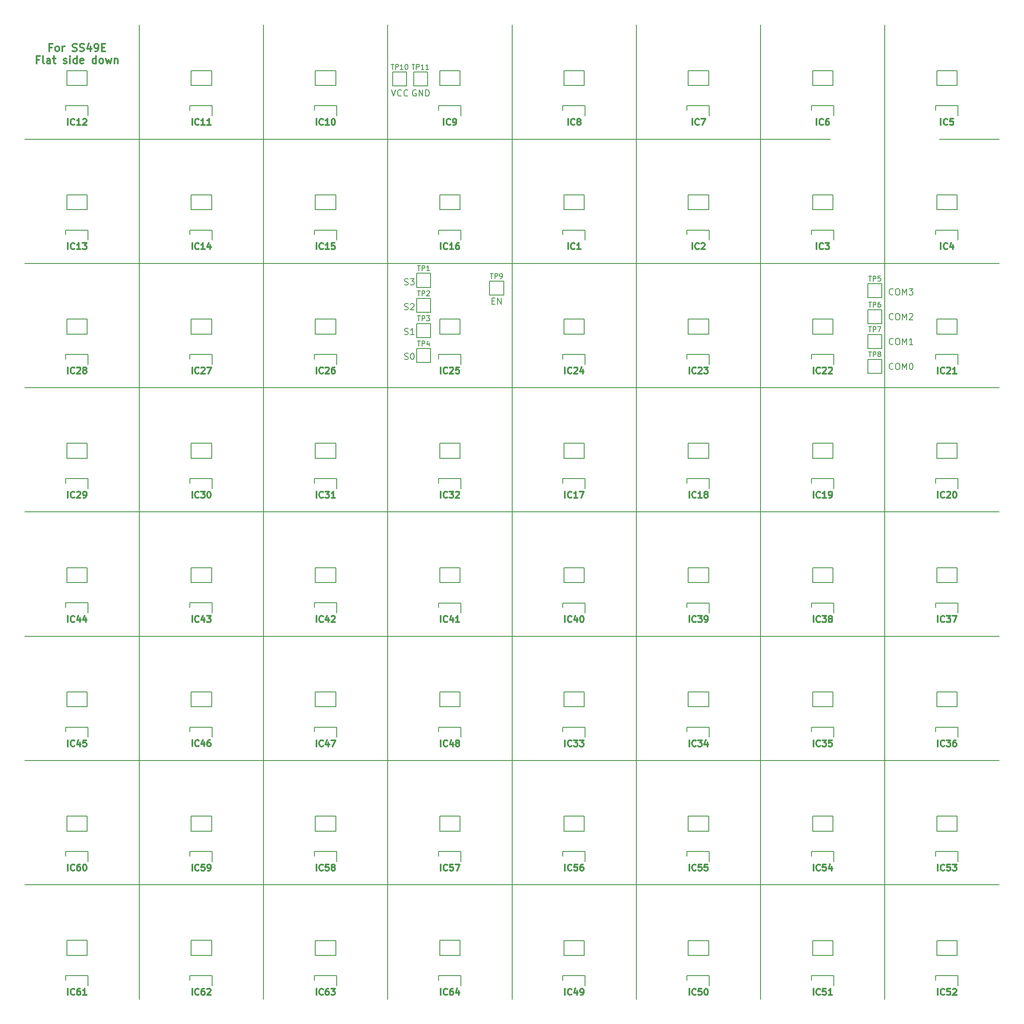
<source format=gto>
G04 #@! TF.GenerationSoftware,KiCad,Pcbnew,8.0.8*
G04 #@! TF.CreationDate,2025-02-02T20:06:00-05:00*
G04 #@! TF.ProjectId,Chessboard Hardware,43686573-7362-46f6-9172-642048617264,1*
G04 #@! TF.SameCoordinates,Original*
G04 #@! TF.FileFunction,Legend,Top*
G04 #@! TF.FilePolarity,Positive*
%FSLAX46Y46*%
G04 Gerber Fmt 4.6, Leading zero omitted, Abs format (unit mm)*
G04 Created by KiCad (PCBNEW 8.0.8) date 2025-02-02 20:06:00*
%MOMM*%
%LPD*%
G01*
G04 APERTURE LIST*
%ADD10C,0.200000*%
%ADD11C,0.304800*%
%ADD12C,0.300000*%
%ADD13R,1.600000X1.600000*%
%ADD14O,1.600000X1.600000*%
%ADD15R,1.700000X1.700000*%
%ADD16O,1.700000X1.700000*%
%ADD17C,1.600000*%
%ADD18R,1.080000X1.080000*%
%ADD19C,1.080000*%
%ADD20R,2.000000X2.000000*%
G04 APERTURE END LIST*
D10*
X52000000Y-175000000D02*
X248000000Y-175000000D01*
X200000000Y-52000000D02*
X200000000Y-248000000D01*
X52000000Y-200000000D02*
X248000000Y-200000000D01*
X52000000Y-100000000D02*
X248000000Y-100000000D01*
X175000000Y-52000000D02*
X175000000Y-248000000D01*
X225000000Y-52000000D02*
X225000000Y-248000000D01*
X125000000Y-52000000D02*
X125000000Y-248000000D01*
X52000000Y-150000000D02*
X248000000Y-150000000D01*
X75000000Y-52000000D02*
X75000000Y-248000000D01*
X150000000Y-52000000D02*
X150000000Y-248000000D01*
X52000000Y-225000000D02*
X248000000Y-225000000D01*
X52000000Y-75000000D02*
X214000000Y-75000000D01*
X236000000Y-75000000D02*
X248000000Y-75000000D01*
X52000000Y-125000000D02*
X248000000Y-125000000D01*
X100000000Y-52000000D02*
X100000000Y-248000000D01*
X128373482Y-119273700D02*
X128554911Y-119334176D01*
X128554911Y-119334176D02*
X128857292Y-119334176D01*
X128857292Y-119334176D02*
X128978244Y-119273700D01*
X128978244Y-119273700D02*
X129038720Y-119213223D01*
X129038720Y-119213223D02*
X129099197Y-119092271D01*
X129099197Y-119092271D02*
X129099197Y-118971319D01*
X129099197Y-118971319D02*
X129038720Y-118850366D01*
X129038720Y-118850366D02*
X128978244Y-118789890D01*
X128978244Y-118789890D02*
X128857292Y-118729414D01*
X128857292Y-118729414D02*
X128615387Y-118668938D01*
X128615387Y-118668938D02*
X128494435Y-118608461D01*
X128494435Y-118608461D02*
X128433958Y-118547985D01*
X128433958Y-118547985D02*
X128373482Y-118427033D01*
X128373482Y-118427033D02*
X128373482Y-118306080D01*
X128373482Y-118306080D02*
X128433958Y-118185128D01*
X128433958Y-118185128D02*
X128494435Y-118124652D01*
X128494435Y-118124652D02*
X128615387Y-118064176D01*
X128615387Y-118064176D02*
X128917768Y-118064176D01*
X128917768Y-118064176D02*
X129099197Y-118124652D01*
X129885387Y-118064176D02*
X130006340Y-118064176D01*
X130006340Y-118064176D02*
X130127292Y-118124652D01*
X130127292Y-118124652D02*
X130187768Y-118185128D01*
X130187768Y-118185128D02*
X130248244Y-118306080D01*
X130248244Y-118306080D02*
X130308721Y-118547985D01*
X130308721Y-118547985D02*
X130308721Y-118850366D01*
X130308721Y-118850366D02*
X130248244Y-119092271D01*
X130248244Y-119092271D02*
X130187768Y-119213223D01*
X130187768Y-119213223D02*
X130127292Y-119273700D01*
X130127292Y-119273700D02*
X130006340Y-119334176D01*
X130006340Y-119334176D02*
X129885387Y-119334176D01*
X129885387Y-119334176D02*
X129764435Y-119273700D01*
X129764435Y-119273700D02*
X129703959Y-119213223D01*
X129703959Y-119213223D02*
X129643482Y-119092271D01*
X129643482Y-119092271D02*
X129583006Y-118850366D01*
X129583006Y-118850366D02*
X129583006Y-118547985D01*
X129583006Y-118547985D02*
X129643482Y-118306080D01*
X129643482Y-118306080D02*
X129703959Y-118185128D01*
X129703959Y-118185128D02*
X129764435Y-118124652D01*
X129764435Y-118124652D02*
X129885387Y-118064176D01*
X226659673Y-116213223D02*
X226599197Y-116273700D01*
X226599197Y-116273700D02*
X226417768Y-116334176D01*
X226417768Y-116334176D02*
X226296816Y-116334176D01*
X226296816Y-116334176D02*
X226115387Y-116273700D01*
X226115387Y-116273700D02*
X225994435Y-116152747D01*
X225994435Y-116152747D02*
X225933958Y-116031795D01*
X225933958Y-116031795D02*
X225873482Y-115789890D01*
X225873482Y-115789890D02*
X225873482Y-115608461D01*
X225873482Y-115608461D02*
X225933958Y-115366557D01*
X225933958Y-115366557D02*
X225994435Y-115245604D01*
X225994435Y-115245604D02*
X226115387Y-115124652D01*
X226115387Y-115124652D02*
X226296816Y-115064176D01*
X226296816Y-115064176D02*
X226417768Y-115064176D01*
X226417768Y-115064176D02*
X226599197Y-115124652D01*
X226599197Y-115124652D02*
X226659673Y-115185128D01*
X227445863Y-115064176D02*
X227687768Y-115064176D01*
X227687768Y-115064176D02*
X227808720Y-115124652D01*
X227808720Y-115124652D02*
X227929673Y-115245604D01*
X227929673Y-115245604D02*
X227990149Y-115487509D01*
X227990149Y-115487509D02*
X227990149Y-115910842D01*
X227990149Y-115910842D02*
X227929673Y-116152747D01*
X227929673Y-116152747D02*
X227808720Y-116273700D01*
X227808720Y-116273700D02*
X227687768Y-116334176D01*
X227687768Y-116334176D02*
X227445863Y-116334176D01*
X227445863Y-116334176D02*
X227324911Y-116273700D01*
X227324911Y-116273700D02*
X227203958Y-116152747D01*
X227203958Y-116152747D02*
X227143482Y-115910842D01*
X227143482Y-115910842D02*
X227143482Y-115487509D01*
X227143482Y-115487509D02*
X227203958Y-115245604D01*
X227203958Y-115245604D02*
X227324911Y-115124652D01*
X227324911Y-115124652D02*
X227445863Y-115064176D01*
X228534434Y-116334176D02*
X228534434Y-115064176D01*
X228534434Y-115064176D02*
X228957768Y-115971319D01*
X228957768Y-115971319D02*
X229381101Y-115064176D01*
X229381101Y-115064176D02*
X229381101Y-116334176D01*
X230651102Y-116334176D02*
X229925387Y-116334176D01*
X230288244Y-116334176D02*
X230288244Y-115064176D01*
X230288244Y-115064176D02*
X230167292Y-115245604D01*
X230167292Y-115245604D02*
X230046340Y-115366557D01*
X230046340Y-115366557D02*
X229925387Y-115427033D01*
X145933958Y-107568938D02*
X146357292Y-107568938D01*
X146538720Y-108234176D02*
X145933958Y-108234176D01*
X145933958Y-108234176D02*
X145933958Y-106964176D01*
X145933958Y-106964176D02*
X146538720Y-106964176D01*
X147083006Y-108234176D02*
X147083006Y-106964176D01*
X147083006Y-106964176D02*
X147808721Y-108234176D01*
X147808721Y-108234176D02*
X147808721Y-106964176D01*
X128373482Y-114273700D02*
X128554911Y-114334176D01*
X128554911Y-114334176D02*
X128857292Y-114334176D01*
X128857292Y-114334176D02*
X128978244Y-114273700D01*
X128978244Y-114273700D02*
X129038720Y-114213223D01*
X129038720Y-114213223D02*
X129099197Y-114092271D01*
X129099197Y-114092271D02*
X129099197Y-113971319D01*
X129099197Y-113971319D02*
X129038720Y-113850366D01*
X129038720Y-113850366D02*
X128978244Y-113789890D01*
X128978244Y-113789890D02*
X128857292Y-113729414D01*
X128857292Y-113729414D02*
X128615387Y-113668938D01*
X128615387Y-113668938D02*
X128494435Y-113608461D01*
X128494435Y-113608461D02*
X128433958Y-113547985D01*
X128433958Y-113547985D02*
X128373482Y-113427033D01*
X128373482Y-113427033D02*
X128373482Y-113306080D01*
X128373482Y-113306080D02*
X128433958Y-113185128D01*
X128433958Y-113185128D02*
X128494435Y-113124652D01*
X128494435Y-113124652D02*
X128615387Y-113064176D01*
X128615387Y-113064176D02*
X128917768Y-113064176D01*
X128917768Y-113064176D02*
X129099197Y-113124652D01*
X130308721Y-114334176D02*
X129583006Y-114334176D01*
X129945863Y-114334176D02*
X129945863Y-113064176D01*
X129945863Y-113064176D02*
X129824911Y-113245604D01*
X129824911Y-113245604D02*
X129703959Y-113366557D01*
X129703959Y-113366557D02*
X129583006Y-113427033D01*
X226659673Y-121213223D02*
X226599197Y-121273700D01*
X226599197Y-121273700D02*
X226417768Y-121334176D01*
X226417768Y-121334176D02*
X226296816Y-121334176D01*
X226296816Y-121334176D02*
X226115387Y-121273700D01*
X226115387Y-121273700D02*
X225994435Y-121152747D01*
X225994435Y-121152747D02*
X225933958Y-121031795D01*
X225933958Y-121031795D02*
X225873482Y-120789890D01*
X225873482Y-120789890D02*
X225873482Y-120608461D01*
X225873482Y-120608461D02*
X225933958Y-120366557D01*
X225933958Y-120366557D02*
X225994435Y-120245604D01*
X225994435Y-120245604D02*
X226115387Y-120124652D01*
X226115387Y-120124652D02*
X226296816Y-120064176D01*
X226296816Y-120064176D02*
X226417768Y-120064176D01*
X226417768Y-120064176D02*
X226599197Y-120124652D01*
X226599197Y-120124652D02*
X226659673Y-120185128D01*
X227445863Y-120064176D02*
X227687768Y-120064176D01*
X227687768Y-120064176D02*
X227808720Y-120124652D01*
X227808720Y-120124652D02*
X227929673Y-120245604D01*
X227929673Y-120245604D02*
X227990149Y-120487509D01*
X227990149Y-120487509D02*
X227990149Y-120910842D01*
X227990149Y-120910842D02*
X227929673Y-121152747D01*
X227929673Y-121152747D02*
X227808720Y-121273700D01*
X227808720Y-121273700D02*
X227687768Y-121334176D01*
X227687768Y-121334176D02*
X227445863Y-121334176D01*
X227445863Y-121334176D02*
X227324911Y-121273700D01*
X227324911Y-121273700D02*
X227203958Y-121152747D01*
X227203958Y-121152747D02*
X227143482Y-120910842D01*
X227143482Y-120910842D02*
X227143482Y-120487509D01*
X227143482Y-120487509D02*
X227203958Y-120245604D01*
X227203958Y-120245604D02*
X227324911Y-120124652D01*
X227324911Y-120124652D02*
X227445863Y-120064176D01*
X228534434Y-121334176D02*
X228534434Y-120064176D01*
X228534434Y-120064176D02*
X228957768Y-120971319D01*
X228957768Y-120971319D02*
X229381101Y-120064176D01*
X229381101Y-120064176D02*
X229381101Y-121334176D01*
X230227768Y-120064176D02*
X230348721Y-120064176D01*
X230348721Y-120064176D02*
X230469673Y-120124652D01*
X230469673Y-120124652D02*
X230530149Y-120185128D01*
X230530149Y-120185128D02*
X230590625Y-120306080D01*
X230590625Y-120306080D02*
X230651102Y-120547985D01*
X230651102Y-120547985D02*
X230651102Y-120850366D01*
X230651102Y-120850366D02*
X230590625Y-121092271D01*
X230590625Y-121092271D02*
X230530149Y-121213223D01*
X230530149Y-121213223D02*
X230469673Y-121273700D01*
X230469673Y-121273700D02*
X230348721Y-121334176D01*
X230348721Y-121334176D02*
X230227768Y-121334176D01*
X230227768Y-121334176D02*
X230106816Y-121273700D01*
X230106816Y-121273700D02*
X230046340Y-121213223D01*
X230046340Y-121213223D02*
X229985863Y-121092271D01*
X229985863Y-121092271D02*
X229925387Y-120850366D01*
X229925387Y-120850366D02*
X229925387Y-120547985D01*
X229925387Y-120547985D02*
X229985863Y-120306080D01*
X229985863Y-120306080D02*
X230046340Y-120185128D01*
X230046340Y-120185128D02*
X230106816Y-120124652D01*
X230106816Y-120124652D02*
X230227768Y-120064176D01*
X226659673Y-111213223D02*
X226599197Y-111273700D01*
X226599197Y-111273700D02*
X226417768Y-111334176D01*
X226417768Y-111334176D02*
X226296816Y-111334176D01*
X226296816Y-111334176D02*
X226115387Y-111273700D01*
X226115387Y-111273700D02*
X225994435Y-111152747D01*
X225994435Y-111152747D02*
X225933958Y-111031795D01*
X225933958Y-111031795D02*
X225873482Y-110789890D01*
X225873482Y-110789890D02*
X225873482Y-110608461D01*
X225873482Y-110608461D02*
X225933958Y-110366557D01*
X225933958Y-110366557D02*
X225994435Y-110245604D01*
X225994435Y-110245604D02*
X226115387Y-110124652D01*
X226115387Y-110124652D02*
X226296816Y-110064176D01*
X226296816Y-110064176D02*
X226417768Y-110064176D01*
X226417768Y-110064176D02*
X226599197Y-110124652D01*
X226599197Y-110124652D02*
X226659673Y-110185128D01*
X227445863Y-110064176D02*
X227687768Y-110064176D01*
X227687768Y-110064176D02*
X227808720Y-110124652D01*
X227808720Y-110124652D02*
X227929673Y-110245604D01*
X227929673Y-110245604D02*
X227990149Y-110487509D01*
X227990149Y-110487509D02*
X227990149Y-110910842D01*
X227990149Y-110910842D02*
X227929673Y-111152747D01*
X227929673Y-111152747D02*
X227808720Y-111273700D01*
X227808720Y-111273700D02*
X227687768Y-111334176D01*
X227687768Y-111334176D02*
X227445863Y-111334176D01*
X227445863Y-111334176D02*
X227324911Y-111273700D01*
X227324911Y-111273700D02*
X227203958Y-111152747D01*
X227203958Y-111152747D02*
X227143482Y-110910842D01*
X227143482Y-110910842D02*
X227143482Y-110487509D01*
X227143482Y-110487509D02*
X227203958Y-110245604D01*
X227203958Y-110245604D02*
X227324911Y-110124652D01*
X227324911Y-110124652D02*
X227445863Y-110064176D01*
X228534434Y-111334176D02*
X228534434Y-110064176D01*
X228534434Y-110064176D02*
X228957768Y-110971319D01*
X228957768Y-110971319D02*
X229381101Y-110064176D01*
X229381101Y-110064176D02*
X229381101Y-111334176D01*
X229925387Y-110185128D02*
X229985863Y-110124652D01*
X229985863Y-110124652D02*
X230106816Y-110064176D01*
X230106816Y-110064176D02*
X230409197Y-110064176D01*
X230409197Y-110064176D02*
X230530149Y-110124652D01*
X230530149Y-110124652D02*
X230590625Y-110185128D01*
X230590625Y-110185128D02*
X230651102Y-110306080D01*
X230651102Y-110306080D02*
X230651102Y-110427033D01*
X230651102Y-110427033D02*
X230590625Y-110608461D01*
X230590625Y-110608461D02*
X229864911Y-111334176D01*
X229864911Y-111334176D02*
X230651102Y-111334176D01*
D11*
X57383713Y-56545800D02*
X56875713Y-56545800D01*
X56875713Y-57344086D02*
X56875713Y-55820086D01*
X56875713Y-55820086D02*
X57601427Y-55820086D01*
X58399713Y-57344086D02*
X58254570Y-57271515D01*
X58254570Y-57271515D02*
X58181999Y-57198943D01*
X58181999Y-57198943D02*
X58109427Y-57053800D01*
X58109427Y-57053800D02*
X58109427Y-56618372D01*
X58109427Y-56618372D02*
X58181999Y-56473229D01*
X58181999Y-56473229D02*
X58254570Y-56400657D01*
X58254570Y-56400657D02*
X58399713Y-56328086D01*
X58399713Y-56328086D02*
X58617427Y-56328086D01*
X58617427Y-56328086D02*
X58762570Y-56400657D01*
X58762570Y-56400657D02*
X58835142Y-56473229D01*
X58835142Y-56473229D02*
X58907713Y-56618372D01*
X58907713Y-56618372D02*
X58907713Y-57053800D01*
X58907713Y-57053800D02*
X58835142Y-57198943D01*
X58835142Y-57198943D02*
X58762570Y-57271515D01*
X58762570Y-57271515D02*
X58617427Y-57344086D01*
X58617427Y-57344086D02*
X58399713Y-57344086D01*
X59560856Y-57344086D02*
X59560856Y-56328086D01*
X59560856Y-56618372D02*
X59633427Y-56473229D01*
X59633427Y-56473229D02*
X59705999Y-56400657D01*
X59705999Y-56400657D02*
X59851141Y-56328086D01*
X59851141Y-56328086D02*
X59996284Y-56328086D01*
X61592856Y-57271515D02*
X61810571Y-57344086D01*
X61810571Y-57344086D02*
X62173428Y-57344086D01*
X62173428Y-57344086D02*
X62318571Y-57271515D01*
X62318571Y-57271515D02*
X62391142Y-57198943D01*
X62391142Y-57198943D02*
X62463713Y-57053800D01*
X62463713Y-57053800D02*
X62463713Y-56908657D01*
X62463713Y-56908657D02*
X62391142Y-56763515D01*
X62391142Y-56763515D02*
X62318571Y-56690943D01*
X62318571Y-56690943D02*
X62173428Y-56618372D01*
X62173428Y-56618372D02*
X61883142Y-56545800D01*
X61883142Y-56545800D02*
X61737999Y-56473229D01*
X61737999Y-56473229D02*
X61665428Y-56400657D01*
X61665428Y-56400657D02*
X61592856Y-56255515D01*
X61592856Y-56255515D02*
X61592856Y-56110372D01*
X61592856Y-56110372D02*
X61665428Y-55965229D01*
X61665428Y-55965229D02*
X61737999Y-55892657D01*
X61737999Y-55892657D02*
X61883142Y-55820086D01*
X61883142Y-55820086D02*
X62245999Y-55820086D01*
X62245999Y-55820086D02*
X62463713Y-55892657D01*
X63044285Y-57271515D02*
X63262000Y-57344086D01*
X63262000Y-57344086D02*
X63624857Y-57344086D01*
X63624857Y-57344086D02*
X63770000Y-57271515D01*
X63770000Y-57271515D02*
X63842571Y-57198943D01*
X63842571Y-57198943D02*
X63915142Y-57053800D01*
X63915142Y-57053800D02*
X63915142Y-56908657D01*
X63915142Y-56908657D02*
X63842571Y-56763515D01*
X63842571Y-56763515D02*
X63770000Y-56690943D01*
X63770000Y-56690943D02*
X63624857Y-56618372D01*
X63624857Y-56618372D02*
X63334571Y-56545800D01*
X63334571Y-56545800D02*
X63189428Y-56473229D01*
X63189428Y-56473229D02*
X63116857Y-56400657D01*
X63116857Y-56400657D02*
X63044285Y-56255515D01*
X63044285Y-56255515D02*
X63044285Y-56110372D01*
X63044285Y-56110372D02*
X63116857Y-55965229D01*
X63116857Y-55965229D02*
X63189428Y-55892657D01*
X63189428Y-55892657D02*
X63334571Y-55820086D01*
X63334571Y-55820086D02*
X63697428Y-55820086D01*
X63697428Y-55820086D02*
X63915142Y-55892657D01*
X65221429Y-56328086D02*
X65221429Y-57344086D01*
X64858571Y-55747515D02*
X64495714Y-56836086D01*
X64495714Y-56836086D02*
X65439143Y-56836086D01*
X66092286Y-57344086D02*
X66382572Y-57344086D01*
X66382572Y-57344086D02*
X66527715Y-57271515D01*
X66527715Y-57271515D02*
X66600286Y-57198943D01*
X66600286Y-57198943D02*
X66745429Y-56981229D01*
X66745429Y-56981229D02*
X66818000Y-56690943D01*
X66818000Y-56690943D02*
X66818000Y-56110372D01*
X66818000Y-56110372D02*
X66745429Y-55965229D01*
X66745429Y-55965229D02*
X66672858Y-55892657D01*
X66672858Y-55892657D02*
X66527715Y-55820086D01*
X66527715Y-55820086D02*
X66237429Y-55820086D01*
X66237429Y-55820086D02*
X66092286Y-55892657D01*
X66092286Y-55892657D02*
X66019715Y-55965229D01*
X66019715Y-55965229D02*
X65947143Y-56110372D01*
X65947143Y-56110372D02*
X65947143Y-56473229D01*
X65947143Y-56473229D02*
X66019715Y-56618372D01*
X66019715Y-56618372D02*
X66092286Y-56690943D01*
X66092286Y-56690943D02*
X66237429Y-56763515D01*
X66237429Y-56763515D02*
X66527715Y-56763515D01*
X66527715Y-56763515D02*
X66672858Y-56690943D01*
X66672858Y-56690943D02*
X66745429Y-56618372D01*
X66745429Y-56618372D02*
X66818000Y-56473229D01*
X67471144Y-56545800D02*
X67979144Y-56545800D01*
X68196858Y-57344086D02*
X67471144Y-57344086D01*
X67471144Y-57344086D02*
X67471144Y-55820086D01*
X67471144Y-55820086D02*
X68196858Y-55820086D01*
X54843715Y-58999355D02*
X54335715Y-58999355D01*
X54335715Y-59797641D02*
X54335715Y-58273641D01*
X54335715Y-58273641D02*
X55061429Y-58273641D01*
X55859715Y-59797641D02*
X55714572Y-59725070D01*
X55714572Y-59725070D02*
X55642001Y-59579927D01*
X55642001Y-59579927D02*
X55642001Y-58273641D01*
X57093430Y-59797641D02*
X57093430Y-58999355D01*
X57093430Y-58999355D02*
X57020858Y-58854212D01*
X57020858Y-58854212D02*
X56875715Y-58781641D01*
X56875715Y-58781641D02*
X56585430Y-58781641D01*
X56585430Y-58781641D02*
X56440287Y-58854212D01*
X57093430Y-59725070D02*
X56948287Y-59797641D01*
X56948287Y-59797641D02*
X56585430Y-59797641D01*
X56585430Y-59797641D02*
X56440287Y-59725070D01*
X56440287Y-59725070D02*
X56367715Y-59579927D01*
X56367715Y-59579927D02*
X56367715Y-59434784D01*
X56367715Y-59434784D02*
X56440287Y-59289641D01*
X56440287Y-59289641D02*
X56585430Y-59217070D01*
X56585430Y-59217070D02*
X56948287Y-59217070D01*
X56948287Y-59217070D02*
X57093430Y-59144498D01*
X57601429Y-58781641D02*
X58182001Y-58781641D01*
X57819144Y-58273641D02*
X57819144Y-59579927D01*
X57819144Y-59579927D02*
X57891715Y-59725070D01*
X57891715Y-59725070D02*
X58036858Y-59797641D01*
X58036858Y-59797641D02*
X58182001Y-59797641D01*
X59778572Y-59725070D02*
X59923715Y-59797641D01*
X59923715Y-59797641D02*
X60214001Y-59797641D01*
X60214001Y-59797641D02*
X60359144Y-59725070D01*
X60359144Y-59725070D02*
X60431715Y-59579927D01*
X60431715Y-59579927D02*
X60431715Y-59507355D01*
X60431715Y-59507355D02*
X60359144Y-59362212D01*
X60359144Y-59362212D02*
X60214001Y-59289641D01*
X60214001Y-59289641D02*
X59996287Y-59289641D01*
X59996287Y-59289641D02*
X59851144Y-59217070D01*
X59851144Y-59217070D02*
X59778572Y-59071927D01*
X59778572Y-59071927D02*
X59778572Y-58999355D01*
X59778572Y-58999355D02*
X59851144Y-58854212D01*
X59851144Y-58854212D02*
X59996287Y-58781641D01*
X59996287Y-58781641D02*
X60214001Y-58781641D01*
X60214001Y-58781641D02*
X60359144Y-58854212D01*
X61084858Y-59797641D02*
X61084858Y-58781641D01*
X61084858Y-58273641D02*
X61012286Y-58346212D01*
X61012286Y-58346212D02*
X61084858Y-58418784D01*
X61084858Y-58418784D02*
X61157429Y-58346212D01*
X61157429Y-58346212D02*
X61084858Y-58273641D01*
X61084858Y-58273641D02*
X61084858Y-58418784D01*
X62463715Y-59797641D02*
X62463715Y-58273641D01*
X62463715Y-59725070D02*
X62318572Y-59797641D01*
X62318572Y-59797641D02*
X62028286Y-59797641D01*
X62028286Y-59797641D02*
X61883143Y-59725070D01*
X61883143Y-59725070D02*
X61810572Y-59652498D01*
X61810572Y-59652498D02*
X61738000Y-59507355D01*
X61738000Y-59507355D02*
X61738000Y-59071927D01*
X61738000Y-59071927D02*
X61810572Y-58926784D01*
X61810572Y-58926784D02*
X61883143Y-58854212D01*
X61883143Y-58854212D02*
X62028286Y-58781641D01*
X62028286Y-58781641D02*
X62318572Y-58781641D01*
X62318572Y-58781641D02*
X62463715Y-58854212D01*
X63770000Y-59725070D02*
X63624857Y-59797641D01*
X63624857Y-59797641D02*
X63334572Y-59797641D01*
X63334572Y-59797641D02*
X63189429Y-59725070D01*
X63189429Y-59725070D02*
X63116857Y-59579927D01*
X63116857Y-59579927D02*
X63116857Y-58999355D01*
X63116857Y-58999355D02*
X63189429Y-58854212D01*
X63189429Y-58854212D02*
X63334572Y-58781641D01*
X63334572Y-58781641D02*
X63624857Y-58781641D01*
X63624857Y-58781641D02*
X63770000Y-58854212D01*
X63770000Y-58854212D02*
X63842572Y-58999355D01*
X63842572Y-58999355D02*
X63842572Y-59144498D01*
X63842572Y-59144498D02*
X63116857Y-59289641D01*
X66310001Y-59797641D02*
X66310001Y-58273641D01*
X66310001Y-59725070D02*
X66164858Y-59797641D01*
X66164858Y-59797641D02*
X65874572Y-59797641D01*
X65874572Y-59797641D02*
X65729429Y-59725070D01*
X65729429Y-59725070D02*
X65656858Y-59652498D01*
X65656858Y-59652498D02*
X65584286Y-59507355D01*
X65584286Y-59507355D02*
X65584286Y-59071927D01*
X65584286Y-59071927D02*
X65656858Y-58926784D01*
X65656858Y-58926784D02*
X65729429Y-58854212D01*
X65729429Y-58854212D02*
X65874572Y-58781641D01*
X65874572Y-58781641D02*
X66164858Y-58781641D01*
X66164858Y-58781641D02*
X66310001Y-58854212D01*
X67253429Y-59797641D02*
X67108286Y-59725070D01*
X67108286Y-59725070D02*
X67035715Y-59652498D01*
X67035715Y-59652498D02*
X66963143Y-59507355D01*
X66963143Y-59507355D02*
X66963143Y-59071927D01*
X66963143Y-59071927D02*
X67035715Y-58926784D01*
X67035715Y-58926784D02*
X67108286Y-58854212D01*
X67108286Y-58854212D02*
X67253429Y-58781641D01*
X67253429Y-58781641D02*
X67471143Y-58781641D01*
X67471143Y-58781641D02*
X67616286Y-58854212D01*
X67616286Y-58854212D02*
X67688858Y-58926784D01*
X67688858Y-58926784D02*
X67761429Y-59071927D01*
X67761429Y-59071927D02*
X67761429Y-59507355D01*
X67761429Y-59507355D02*
X67688858Y-59652498D01*
X67688858Y-59652498D02*
X67616286Y-59725070D01*
X67616286Y-59725070D02*
X67471143Y-59797641D01*
X67471143Y-59797641D02*
X67253429Y-59797641D01*
X68269429Y-58781641D02*
X68559715Y-59797641D01*
X68559715Y-59797641D02*
X68850000Y-59071927D01*
X68850000Y-59071927D02*
X69140286Y-59797641D01*
X69140286Y-59797641D02*
X69430572Y-58781641D01*
X70011143Y-58781641D02*
X70011143Y-59797641D01*
X70011143Y-58926784D02*
X70083714Y-58854212D01*
X70083714Y-58854212D02*
X70228857Y-58781641D01*
X70228857Y-58781641D02*
X70446571Y-58781641D01*
X70446571Y-58781641D02*
X70591714Y-58854212D01*
X70591714Y-58854212D02*
X70664286Y-58999355D01*
X70664286Y-58999355D02*
X70664286Y-59797641D01*
D10*
X128373482Y-104273700D02*
X128554911Y-104334176D01*
X128554911Y-104334176D02*
X128857292Y-104334176D01*
X128857292Y-104334176D02*
X128978244Y-104273700D01*
X128978244Y-104273700D02*
X129038720Y-104213223D01*
X129038720Y-104213223D02*
X129099197Y-104092271D01*
X129099197Y-104092271D02*
X129099197Y-103971319D01*
X129099197Y-103971319D02*
X129038720Y-103850366D01*
X129038720Y-103850366D02*
X128978244Y-103789890D01*
X128978244Y-103789890D02*
X128857292Y-103729414D01*
X128857292Y-103729414D02*
X128615387Y-103668938D01*
X128615387Y-103668938D02*
X128494435Y-103608461D01*
X128494435Y-103608461D02*
X128433958Y-103547985D01*
X128433958Y-103547985D02*
X128373482Y-103427033D01*
X128373482Y-103427033D02*
X128373482Y-103306080D01*
X128373482Y-103306080D02*
X128433958Y-103185128D01*
X128433958Y-103185128D02*
X128494435Y-103124652D01*
X128494435Y-103124652D02*
X128615387Y-103064176D01*
X128615387Y-103064176D02*
X128917768Y-103064176D01*
X128917768Y-103064176D02*
X129099197Y-103124652D01*
X129522530Y-103064176D02*
X130308721Y-103064176D01*
X130308721Y-103064176D02*
X129885387Y-103547985D01*
X129885387Y-103547985D02*
X130066816Y-103547985D01*
X130066816Y-103547985D02*
X130187768Y-103608461D01*
X130187768Y-103608461D02*
X130248244Y-103668938D01*
X130248244Y-103668938D02*
X130308721Y-103789890D01*
X130308721Y-103789890D02*
X130308721Y-104092271D01*
X130308721Y-104092271D02*
X130248244Y-104213223D01*
X130248244Y-104213223D02*
X130187768Y-104273700D01*
X130187768Y-104273700D02*
X130066816Y-104334176D01*
X130066816Y-104334176D02*
X129703959Y-104334176D01*
X129703959Y-104334176D02*
X129583006Y-104273700D01*
X129583006Y-104273700D02*
X129522530Y-104213223D01*
X128373482Y-109273700D02*
X128554911Y-109334176D01*
X128554911Y-109334176D02*
X128857292Y-109334176D01*
X128857292Y-109334176D02*
X128978244Y-109273700D01*
X128978244Y-109273700D02*
X129038720Y-109213223D01*
X129038720Y-109213223D02*
X129099197Y-109092271D01*
X129099197Y-109092271D02*
X129099197Y-108971319D01*
X129099197Y-108971319D02*
X129038720Y-108850366D01*
X129038720Y-108850366D02*
X128978244Y-108789890D01*
X128978244Y-108789890D02*
X128857292Y-108729414D01*
X128857292Y-108729414D02*
X128615387Y-108668938D01*
X128615387Y-108668938D02*
X128494435Y-108608461D01*
X128494435Y-108608461D02*
X128433958Y-108547985D01*
X128433958Y-108547985D02*
X128373482Y-108427033D01*
X128373482Y-108427033D02*
X128373482Y-108306080D01*
X128373482Y-108306080D02*
X128433958Y-108185128D01*
X128433958Y-108185128D02*
X128494435Y-108124652D01*
X128494435Y-108124652D02*
X128615387Y-108064176D01*
X128615387Y-108064176D02*
X128917768Y-108064176D01*
X128917768Y-108064176D02*
X129099197Y-108124652D01*
X129583006Y-108185128D02*
X129643482Y-108124652D01*
X129643482Y-108124652D02*
X129764435Y-108064176D01*
X129764435Y-108064176D02*
X130066816Y-108064176D01*
X130066816Y-108064176D02*
X130187768Y-108124652D01*
X130187768Y-108124652D02*
X130248244Y-108185128D01*
X130248244Y-108185128D02*
X130308721Y-108306080D01*
X130308721Y-108306080D02*
X130308721Y-108427033D01*
X130308721Y-108427033D02*
X130248244Y-108608461D01*
X130248244Y-108608461D02*
X129522530Y-109334176D01*
X129522530Y-109334176D02*
X130308721Y-109334176D01*
X130699197Y-65124652D02*
X130578244Y-65064176D01*
X130578244Y-65064176D02*
X130396816Y-65064176D01*
X130396816Y-65064176D02*
X130215387Y-65124652D01*
X130215387Y-65124652D02*
X130094435Y-65245604D01*
X130094435Y-65245604D02*
X130033958Y-65366557D01*
X130033958Y-65366557D02*
X129973482Y-65608461D01*
X129973482Y-65608461D02*
X129973482Y-65789890D01*
X129973482Y-65789890D02*
X130033958Y-66031795D01*
X130033958Y-66031795D02*
X130094435Y-66152747D01*
X130094435Y-66152747D02*
X130215387Y-66273700D01*
X130215387Y-66273700D02*
X130396816Y-66334176D01*
X130396816Y-66334176D02*
X130517768Y-66334176D01*
X130517768Y-66334176D02*
X130699197Y-66273700D01*
X130699197Y-66273700D02*
X130759673Y-66213223D01*
X130759673Y-66213223D02*
X130759673Y-65789890D01*
X130759673Y-65789890D02*
X130517768Y-65789890D01*
X131303958Y-66334176D02*
X131303958Y-65064176D01*
X131303958Y-65064176D02*
X132029673Y-66334176D01*
X132029673Y-66334176D02*
X132029673Y-65064176D01*
X132634434Y-66334176D02*
X132634434Y-65064176D01*
X132634434Y-65064176D02*
X132936815Y-65064176D01*
X132936815Y-65064176D02*
X133118244Y-65124652D01*
X133118244Y-65124652D02*
X133239196Y-65245604D01*
X133239196Y-65245604D02*
X133299673Y-65366557D01*
X133299673Y-65366557D02*
X133360149Y-65608461D01*
X133360149Y-65608461D02*
X133360149Y-65789890D01*
X133360149Y-65789890D02*
X133299673Y-66031795D01*
X133299673Y-66031795D02*
X133239196Y-66152747D01*
X133239196Y-66152747D02*
X133118244Y-66273700D01*
X133118244Y-66273700D02*
X132936815Y-66334176D01*
X132936815Y-66334176D02*
X132634434Y-66334176D01*
X125752530Y-65064176D02*
X126175863Y-66334176D01*
X126175863Y-66334176D02*
X126599197Y-65064176D01*
X127748244Y-66213223D02*
X127687768Y-66273700D01*
X127687768Y-66273700D02*
X127506339Y-66334176D01*
X127506339Y-66334176D02*
X127385387Y-66334176D01*
X127385387Y-66334176D02*
X127203958Y-66273700D01*
X127203958Y-66273700D02*
X127083006Y-66152747D01*
X127083006Y-66152747D02*
X127022529Y-66031795D01*
X127022529Y-66031795D02*
X126962053Y-65789890D01*
X126962053Y-65789890D02*
X126962053Y-65608461D01*
X126962053Y-65608461D02*
X127022529Y-65366557D01*
X127022529Y-65366557D02*
X127083006Y-65245604D01*
X127083006Y-65245604D02*
X127203958Y-65124652D01*
X127203958Y-65124652D02*
X127385387Y-65064176D01*
X127385387Y-65064176D02*
X127506339Y-65064176D01*
X127506339Y-65064176D02*
X127687768Y-65124652D01*
X127687768Y-65124652D02*
X127748244Y-65185128D01*
X129018244Y-66213223D02*
X128957768Y-66273700D01*
X128957768Y-66273700D02*
X128776339Y-66334176D01*
X128776339Y-66334176D02*
X128655387Y-66334176D01*
X128655387Y-66334176D02*
X128473958Y-66273700D01*
X128473958Y-66273700D02*
X128353006Y-66152747D01*
X128353006Y-66152747D02*
X128292529Y-66031795D01*
X128292529Y-66031795D02*
X128232053Y-65789890D01*
X128232053Y-65789890D02*
X128232053Y-65608461D01*
X128232053Y-65608461D02*
X128292529Y-65366557D01*
X128292529Y-65366557D02*
X128353006Y-65245604D01*
X128353006Y-65245604D02*
X128473958Y-65124652D01*
X128473958Y-65124652D02*
X128655387Y-65064176D01*
X128655387Y-65064176D02*
X128776339Y-65064176D01*
X128776339Y-65064176D02*
X128957768Y-65124652D01*
X128957768Y-65124652D02*
X129018244Y-65185128D01*
X226659673Y-106213223D02*
X226599197Y-106273700D01*
X226599197Y-106273700D02*
X226417768Y-106334176D01*
X226417768Y-106334176D02*
X226296816Y-106334176D01*
X226296816Y-106334176D02*
X226115387Y-106273700D01*
X226115387Y-106273700D02*
X225994435Y-106152747D01*
X225994435Y-106152747D02*
X225933958Y-106031795D01*
X225933958Y-106031795D02*
X225873482Y-105789890D01*
X225873482Y-105789890D02*
X225873482Y-105608461D01*
X225873482Y-105608461D02*
X225933958Y-105366557D01*
X225933958Y-105366557D02*
X225994435Y-105245604D01*
X225994435Y-105245604D02*
X226115387Y-105124652D01*
X226115387Y-105124652D02*
X226296816Y-105064176D01*
X226296816Y-105064176D02*
X226417768Y-105064176D01*
X226417768Y-105064176D02*
X226599197Y-105124652D01*
X226599197Y-105124652D02*
X226659673Y-105185128D01*
X227445863Y-105064176D02*
X227687768Y-105064176D01*
X227687768Y-105064176D02*
X227808720Y-105124652D01*
X227808720Y-105124652D02*
X227929673Y-105245604D01*
X227929673Y-105245604D02*
X227990149Y-105487509D01*
X227990149Y-105487509D02*
X227990149Y-105910842D01*
X227990149Y-105910842D02*
X227929673Y-106152747D01*
X227929673Y-106152747D02*
X227808720Y-106273700D01*
X227808720Y-106273700D02*
X227687768Y-106334176D01*
X227687768Y-106334176D02*
X227445863Y-106334176D01*
X227445863Y-106334176D02*
X227324911Y-106273700D01*
X227324911Y-106273700D02*
X227203958Y-106152747D01*
X227203958Y-106152747D02*
X227143482Y-105910842D01*
X227143482Y-105910842D02*
X227143482Y-105487509D01*
X227143482Y-105487509D02*
X227203958Y-105245604D01*
X227203958Y-105245604D02*
X227324911Y-105124652D01*
X227324911Y-105124652D02*
X227445863Y-105064176D01*
X228534434Y-106334176D02*
X228534434Y-105064176D01*
X228534434Y-105064176D02*
X228957768Y-105971319D01*
X228957768Y-105971319D02*
X229381101Y-105064176D01*
X229381101Y-105064176D02*
X229381101Y-106334176D01*
X229864911Y-105064176D02*
X230651102Y-105064176D01*
X230651102Y-105064176D02*
X230227768Y-105547985D01*
X230227768Y-105547985D02*
X230409197Y-105547985D01*
X230409197Y-105547985D02*
X230530149Y-105608461D01*
X230530149Y-105608461D02*
X230590625Y-105668938D01*
X230590625Y-105668938D02*
X230651102Y-105789890D01*
X230651102Y-105789890D02*
X230651102Y-106092271D01*
X230651102Y-106092271D02*
X230590625Y-106213223D01*
X230590625Y-106213223D02*
X230530149Y-106273700D01*
X230530149Y-106273700D02*
X230409197Y-106334176D01*
X230409197Y-106334176D02*
X230046340Y-106334176D01*
X230046340Y-106334176D02*
X229925387Y-106273700D01*
X229925387Y-106273700D02*
X229864911Y-106213223D01*
D12*
X85655475Y-147171926D02*
X85655475Y-145901926D01*
X86985952Y-147050973D02*
X86925476Y-147111450D01*
X86925476Y-147111450D02*
X86744047Y-147171926D01*
X86744047Y-147171926D02*
X86623095Y-147171926D01*
X86623095Y-147171926D02*
X86441666Y-147111450D01*
X86441666Y-147111450D02*
X86320714Y-146990497D01*
X86320714Y-146990497D02*
X86260237Y-146869545D01*
X86260237Y-146869545D02*
X86199761Y-146627640D01*
X86199761Y-146627640D02*
X86199761Y-146446211D01*
X86199761Y-146446211D02*
X86260237Y-146204307D01*
X86260237Y-146204307D02*
X86320714Y-146083354D01*
X86320714Y-146083354D02*
X86441666Y-145962402D01*
X86441666Y-145962402D02*
X86623095Y-145901926D01*
X86623095Y-145901926D02*
X86744047Y-145901926D01*
X86744047Y-145901926D02*
X86925476Y-145962402D01*
X86925476Y-145962402D02*
X86985952Y-146022878D01*
X87409285Y-145901926D02*
X88195476Y-145901926D01*
X88195476Y-145901926D02*
X87772142Y-146385735D01*
X87772142Y-146385735D02*
X87953571Y-146385735D01*
X87953571Y-146385735D02*
X88074523Y-146446211D01*
X88074523Y-146446211D02*
X88134999Y-146506688D01*
X88134999Y-146506688D02*
X88195476Y-146627640D01*
X88195476Y-146627640D02*
X88195476Y-146930021D01*
X88195476Y-146930021D02*
X88134999Y-147050973D01*
X88134999Y-147050973D02*
X88074523Y-147111450D01*
X88074523Y-147111450D02*
X87953571Y-147171926D01*
X87953571Y-147171926D02*
X87590714Y-147171926D01*
X87590714Y-147171926D02*
X87469761Y-147111450D01*
X87469761Y-147111450D02*
X87409285Y-147050973D01*
X88981666Y-145901926D02*
X89102619Y-145901926D01*
X89102619Y-145901926D02*
X89223571Y-145962402D01*
X89223571Y-145962402D02*
X89284047Y-146022878D01*
X89284047Y-146022878D02*
X89344523Y-146143830D01*
X89344523Y-146143830D02*
X89405000Y-146385735D01*
X89405000Y-146385735D02*
X89405000Y-146688116D01*
X89405000Y-146688116D02*
X89344523Y-146930021D01*
X89344523Y-146930021D02*
X89284047Y-147050973D01*
X89284047Y-147050973D02*
X89223571Y-147111450D01*
X89223571Y-147111450D02*
X89102619Y-147171926D01*
X89102619Y-147171926D02*
X88981666Y-147171926D01*
X88981666Y-147171926D02*
X88860714Y-147111450D01*
X88860714Y-147111450D02*
X88800238Y-147050973D01*
X88800238Y-147050973D02*
X88739761Y-146930021D01*
X88739761Y-146930021D02*
X88679285Y-146688116D01*
X88679285Y-146688116D02*
X88679285Y-146385735D01*
X88679285Y-146385735D02*
X88739761Y-146143830D01*
X88739761Y-146143830D02*
X88800238Y-146022878D01*
X88800238Y-146022878D02*
X88860714Y-145962402D01*
X88860714Y-145962402D02*
X88981666Y-145901926D01*
X85655475Y-247167526D02*
X85655475Y-245897526D01*
X86985952Y-247046573D02*
X86925476Y-247107050D01*
X86925476Y-247107050D02*
X86744047Y-247167526D01*
X86744047Y-247167526D02*
X86623095Y-247167526D01*
X86623095Y-247167526D02*
X86441666Y-247107050D01*
X86441666Y-247107050D02*
X86320714Y-246986097D01*
X86320714Y-246986097D02*
X86260237Y-246865145D01*
X86260237Y-246865145D02*
X86199761Y-246623240D01*
X86199761Y-246623240D02*
X86199761Y-246441811D01*
X86199761Y-246441811D02*
X86260237Y-246199907D01*
X86260237Y-246199907D02*
X86320714Y-246078954D01*
X86320714Y-246078954D02*
X86441666Y-245958002D01*
X86441666Y-245958002D02*
X86623095Y-245897526D01*
X86623095Y-245897526D02*
X86744047Y-245897526D01*
X86744047Y-245897526D02*
X86925476Y-245958002D01*
X86925476Y-245958002D02*
X86985952Y-246018478D01*
X88074523Y-245897526D02*
X87832618Y-245897526D01*
X87832618Y-245897526D02*
X87711666Y-245958002D01*
X87711666Y-245958002D02*
X87651190Y-246018478D01*
X87651190Y-246018478D02*
X87530237Y-246199907D01*
X87530237Y-246199907D02*
X87469761Y-246441811D01*
X87469761Y-246441811D02*
X87469761Y-246925621D01*
X87469761Y-246925621D02*
X87530237Y-247046573D01*
X87530237Y-247046573D02*
X87590714Y-247107050D01*
X87590714Y-247107050D02*
X87711666Y-247167526D01*
X87711666Y-247167526D02*
X87953571Y-247167526D01*
X87953571Y-247167526D02*
X88074523Y-247107050D01*
X88074523Y-247107050D02*
X88134999Y-247046573D01*
X88134999Y-247046573D02*
X88195476Y-246925621D01*
X88195476Y-246925621D02*
X88195476Y-246623240D01*
X88195476Y-246623240D02*
X88134999Y-246502288D01*
X88134999Y-246502288D02*
X88074523Y-246441811D01*
X88074523Y-246441811D02*
X87953571Y-246381335D01*
X87953571Y-246381335D02*
X87711666Y-246381335D01*
X87711666Y-246381335D02*
X87590714Y-246441811D01*
X87590714Y-246441811D02*
X87530237Y-246502288D01*
X87530237Y-246502288D02*
X87469761Y-246623240D01*
X88679285Y-246018478D02*
X88739761Y-245958002D01*
X88739761Y-245958002D02*
X88860714Y-245897526D01*
X88860714Y-245897526D02*
X89163095Y-245897526D01*
X89163095Y-245897526D02*
X89284047Y-245958002D01*
X89284047Y-245958002D02*
X89344523Y-246018478D01*
X89344523Y-246018478D02*
X89405000Y-246139430D01*
X89405000Y-246139430D02*
X89405000Y-246260383D01*
X89405000Y-246260383D02*
X89344523Y-246441811D01*
X89344523Y-246441811D02*
X88618809Y-247167526D01*
X88618809Y-247167526D02*
X89405000Y-247167526D01*
X135655475Y-172171926D02*
X135655475Y-170901926D01*
X136985952Y-172050973D02*
X136925476Y-172111450D01*
X136925476Y-172111450D02*
X136744047Y-172171926D01*
X136744047Y-172171926D02*
X136623095Y-172171926D01*
X136623095Y-172171926D02*
X136441666Y-172111450D01*
X136441666Y-172111450D02*
X136320714Y-171990497D01*
X136320714Y-171990497D02*
X136260237Y-171869545D01*
X136260237Y-171869545D02*
X136199761Y-171627640D01*
X136199761Y-171627640D02*
X136199761Y-171446211D01*
X136199761Y-171446211D02*
X136260237Y-171204307D01*
X136260237Y-171204307D02*
X136320714Y-171083354D01*
X136320714Y-171083354D02*
X136441666Y-170962402D01*
X136441666Y-170962402D02*
X136623095Y-170901926D01*
X136623095Y-170901926D02*
X136744047Y-170901926D01*
X136744047Y-170901926D02*
X136925476Y-170962402D01*
X136925476Y-170962402D02*
X136985952Y-171022878D01*
X138074523Y-171325259D02*
X138074523Y-172171926D01*
X137772142Y-170841450D02*
X137469761Y-171748592D01*
X137469761Y-171748592D02*
X138255952Y-171748592D01*
X139405000Y-172171926D02*
X138679285Y-172171926D01*
X139042142Y-172171926D02*
X139042142Y-170901926D01*
X139042142Y-170901926D02*
X138921190Y-171083354D01*
X138921190Y-171083354D02*
X138800238Y-171204307D01*
X138800238Y-171204307D02*
X138679285Y-171264783D01*
X85655475Y-222171926D02*
X85655475Y-220901926D01*
X86985952Y-222050973D02*
X86925476Y-222111450D01*
X86925476Y-222111450D02*
X86744047Y-222171926D01*
X86744047Y-222171926D02*
X86623095Y-222171926D01*
X86623095Y-222171926D02*
X86441666Y-222111450D01*
X86441666Y-222111450D02*
X86320714Y-221990497D01*
X86320714Y-221990497D02*
X86260237Y-221869545D01*
X86260237Y-221869545D02*
X86199761Y-221627640D01*
X86199761Y-221627640D02*
X86199761Y-221446211D01*
X86199761Y-221446211D02*
X86260237Y-221204307D01*
X86260237Y-221204307D02*
X86320714Y-221083354D01*
X86320714Y-221083354D02*
X86441666Y-220962402D01*
X86441666Y-220962402D02*
X86623095Y-220901926D01*
X86623095Y-220901926D02*
X86744047Y-220901926D01*
X86744047Y-220901926D02*
X86925476Y-220962402D01*
X86925476Y-220962402D02*
X86985952Y-221022878D01*
X88134999Y-220901926D02*
X87530237Y-220901926D01*
X87530237Y-220901926D02*
X87469761Y-221506688D01*
X87469761Y-221506688D02*
X87530237Y-221446211D01*
X87530237Y-221446211D02*
X87651190Y-221385735D01*
X87651190Y-221385735D02*
X87953571Y-221385735D01*
X87953571Y-221385735D02*
X88074523Y-221446211D01*
X88074523Y-221446211D02*
X88134999Y-221506688D01*
X88134999Y-221506688D02*
X88195476Y-221627640D01*
X88195476Y-221627640D02*
X88195476Y-221930021D01*
X88195476Y-221930021D02*
X88134999Y-222050973D01*
X88134999Y-222050973D02*
X88074523Y-222111450D01*
X88074523Y-222111450D02*
X87953571Y-222171926D01*
X87953571Y-222171926D02*
X87651190Y-222171926D01*
X87651190Y-222171926D02*
X87530237Y-222111450D01*
X87530237Y-222111450D02*
X87469761Y-222050973D01*
X88800238Y-222171926D02*
X89042142Y-222171926D01*
X89042142Y-222171926D02*
X89163095Y-222111450D01*
X89163095Y-222111450D02*
X89223571Y-222050973D01*
X89223571Y-222050973D02*
X89344523Y-221869545D01*
X89344523Y-221869545D02*
X89405000Y-221627640D01*
X89405000Y-221627640D02*
X89405000Y-221143830D01*
X89405000Y-221143830D02*
X89344523Y-221022878D01*
X89344523Y-221022878D02*
X89284047Y-220962402D01*
X89284047Y-220962402D02*
X89163095Y-220901926D01*
X89163095Y-220901926D02*
X88921190Y-220901926D01*
X88921190Y-220901926D02*
X88800238Y-220962402D01*
X88800238Y-220962402D02*
X88739761Y-221022878D01*
X88739761Y-221022878D02*
X88679285Y-221143830D01*
X88679285Y-221143830D02*
X88679285Y-221446211D01*
X88679285Y-221446211D02*
X88739761Y-221567164D01*
X88739761Y-221567164D02*
X88800238Y-221627640D01*
X88800238Y-221627640D02*
X88921190Y-221688116D01*
X88921190Y-221688116D02*
X89163095Y-221688116D01*
X89163095Y-221688116D02*
X89284047Y-221627640D01*
X89284047Y-221627640D02*
X89344523Y-221567164D01*
X89344523Y-221567164D02*
X89405000Y-221446211D01*
X85655475Y-72171926D02*
X85655475Y-70901926D01*
X86985952Y-72050973D02*
X86925476Y-72111450D01*
X86925476Y-72111450D02*
X86744047Y-72171926D01*
X86744047Y-72171926D02*
X86623095Y-72171926D01*
X86623095Y-72171926D02*
X86441666Y-72111450D01*
X86441666Y-72111450D02*
X86320714Y-71990497D01*
X86320714Y-71990497D02*
X86260237Y-71869545D01*
X86260237Y-71869545D02*
X86199761Y-71627640D01*
X86199761Y-71627640D02*
X86199761Y-71446211D01*
X86199761Y-71446211D02*
X86260237Y-71204307D01*
X86260237Y-71204307D02*
X86320714Y-71083354D01*
X86320714Y-71083354D02*
X86441666Y-70962402D01*
X86441666Y-70962402D02*
X86623095Y-70901926D01*
X86623095Y-70901926D02*
X86744047Y-70901926D01*
X86744047Y-70901926D02*
X86925476Y-70962402D01*
X86925476Y-70962402D02*
X86985952Y-71022878D01*
X88195476Y-72171926D02*
X87469761Y-72171926D01*
X87832618Y-72171926D02*
X87832618Y-70901926D01*
X87832618Y-70901926D02*
X87711666Y-71083354D01*
X87711666Y-71083354D02*
X87590714Y-71204307D01*
X87590714Y-71204307D02*
X87469761Y-71264783D01*
X89405000Y-72171926D02*
X88679285Y-72171926D01*
X89042142Y-72171926D02*
X89042142Y-70901926D01*
X89042142Y-70901926D02*
X88921190Y-71083354D01*
X88921190Y-71083354D02*
X88800238Y-71204307D01*
X88800238Y-71204307D02*
X88679285Y-71264783D01*
X160655475Y-147171926D02*
X160655475Y-145901926D01*
X161985952Y-147050973D02*
X161925476Y-147111450D01*
X161925476Y-147111450D02*
X161744047Y-147171926D01*
X161744047Y-147171926D02*
X161623095Y-147171926D01*
X161623095Y-147171926D02*
X161441666Y-147111450D01*
X161441666Y-147111450D02*
X161320714Y-146990497D01*
X161320714Y-146990497D02*
X161260237Y-146869545D01*
X161260237Y-146869545D02*
X161199761Y-146627640D01*
X161199761Y-146627640D02*
X161199761Y-146446211D01*
X161199761Y-146446211D02*
X161260237Y-146204307D01*
X161260237Y-146204307D02*
X161320714Y-146083354D01*
X161320714Y-146083354D02*
X161441666Y-145962402D01*
X161441666Y-145962402D02*
X161623095Y-145901926D01*
X161623095Y-145901926D02*
X161744047Y-145901926D01*
X161744047Y-145901926D02*
X161925476Y-145962402D01*
X161925476Y-145962402D02*
X161985952Y-146022878D01*
X163195476Y-147171926D02*
X162469761Y-147171926D01*
X162832618Y-147171926D02*
X162832618Y-145901926D01*
X162832618Y-145901926D02*
X162711666Y-146083354D01*
X162711666Y-146083354D02*
X162590714Y-146204307D01*
X162590714Y-146204307D02*
X162469761Y-146264783D01*
X163618809Y-145901926D02*
X164465476Y-145901926D01*
X164465476Y-145901926D02*
X163921190Y-147171926D01*
D10*
X130988095Y-110552219D02*
X131559523Y-110552219D01*
X131273809Y-111552219D02*
X131273809Y-110552219D01*
X131892857Y-111552219D02*
X131892857Y-110552219D01*
X131892857Y-110552219D02*
X132273809Y-110552219D01*
X132273809Y-110552219D02*
X132369047Y-110599838D01*
X132369047Y-110599838D02*
X132416666Y-110647457D01*
X132416666Y-110647457D02*
X132464285Y-110742695D01*
X132464285Y-110742695D02*
X132464285Y-110885552D01*
X132464285Y-110885552D02*
X132416666Y-110980790D01*
X132416666Y-110980790D02*
X132369047Y-111028409D01*
X132369047Y-111028409D02*
X132273809Y-111076028D01*
X132273809Y-111076028D02*
X131892857Y-111076028D01*
X132797619Y-110552219D02*
X133416666Y-110552219D01*
X133416666Y-110552219D02*
X133083333Y-110933171D01*
X133083333Y-110933171D02*
X133226190Y-110933171D01*
X133226190Y-110933171D02*
X133321428Y-110980790D01*
X133321428Y-110980790D02*
X133369047Y-111028409D01*
X133369047Y-111028409D02*
X133416666Y-111123647D01*
X133416666Y-111123647D02*
X133416666Y-111361742D01*
X133416666Y-111361742D02*
X133369047Y-111456980D01*
X133369047Y-111456980D02*
X133321428Y-111504600D01*
X133321428Y-111504600D02*
X133226190Y-111552219D01*
X133226190Y-111552219D02*
X132940476Y-111552219D01*
X132940476Y-111552219D02*
X132845238Y-111504600D01*
X132845238Y-111504600D02*
X132797619Y-111456980D01*
D12*
X186260237Y-97171926D02*
X186260237Y-95901926D01*
X187590714Y-97050973D02*
X187530238Y-97111450D01*
X187530238Y-97111450D02*
X187348809Y-97171926D01*
X187348809Y-97171926D02*
X187227857Y-97171926D01*
X187227857Y-97171926D02*
X187046428Y-97111450D01*
X187046428Y-97111450D02*
X186925476Y-96990497D01*
X186925476Y-96990497D02*
X186864999Y-96869545D01*
X186864999Y-96869545D02*
X186804523Y-96627640D01*
X186804523Y-96627640D02*
X186804523Y-96446211D01*
X186804523Y-96446211D02*
X186864999Y-96204307D01*
X186864999Y-96204307D02*
X186925476Y-96083354D01*
X186925476Y-96083354D02*
X187046428Y-95962402D01*
X187046428Y-95962402D02*
X187227857Y-95901926D01*
X187227857Y-95901926D02*
X187348809Y-95901926D01*
X187348809Y-95901926D02*
X187530238Y-95962402D01*
X187530238Y-95962402D02*
X187590714Y-96022878D01*
X188074523Y-96022878D02*
X188134999Y-95962402D01*
X188134999Y-95962402D02*
X188255952Y-95901926D01*
X188255952Y-95901926D02*
X188558333Y-95901926D01*
X188558333Y-95901926D02*
X188679285Y-95962402D01*
X188679285Y-95962402D02*
X188739761Y-96022878D01*
X188739761Y-96022878D02*
X188800238Y-96143830D01*
X188800238Y-96143830D02*
X188800238Y-96264783D01*
X188800238Y-96264783D02*
X188739761Y-96446211D01*
X188739761Y-96446211D02*
X188014047Y-97171926D01*
X188014047Y-97171926D02*
X188800238Y-97171926D01*
X185655475Y-172171926D02*
X185655475Y-170901926D01*
X186985952Y-172050973D02*
X186925476Y-172111450D01*
X186925476Y-172111450D02*
X186744047Y-172171926D01*
X186744047Y-172171926D02*
X186623095Y-172171926D01*
X186623095Y-172171926D02*
X186441666Y-172111450D01*
X186441666Y-172111450D02*
X186320714Y-171990497D01*
X186320714Y-171990497D02*
X186260237Y-171869545D01*
X186260237Y-171869545D02*
X186199761Y-171627640D01*
X186199761Y-171627640D02*
X186199761Y-171446211D01*
X186199761Y-171446211D02*
X186260237Y-171204307D01*
X186260237Y-171204307D02*
X186320714Y-171083354D01*
X186320714Y-171083354D02*
X186441666Y-170962402D01*
X186441666Y-170962402D02*
X186623095Y-170901926D01*
X186623095Y-170901926D02*
X186744047Y-170901926D01*
X186744047Y-170901926D02*
X186925476Y-170962402D01*
X186925476Y-170962402D02*
X186985952Y-171022878D01*
X187409285Y-170901926D02*
X188195476Y-170901926D01*
X188195476Y-170901926D02*
X187772142Y-171385735D01*
X187772142Y-171385735D02*
X187953571Y-171385735D01*
X187953571Y-171385735D02*
X188074523Y-171446211D01*
X188074523Y-171446211D02*
X188134999Y-171506688D01*
X188134999Y-171506688D02*
X188195476Y-171627640D01*
X188195476Y-171627640D02*
X188195476Y-171930021D01*
X188195476Y-171930021D02*
X188134999Y-172050973D01*
X188134999Y-172050973D02*
X188074523Y-172111450D01*
X188074523Y-172111450D02*
X187953571Y-172171926D01*
X187953571Y-172171926D02*
X187590714Y-172171926D01*
X187590714Y-172171926D02*
X187469761Y-172111450D01*
X187469761Y-172111450D02*
X187409285Y-172050973D01*
X188800238Y-172171926D02*
X189042142Y-172171926D01*
X189042142Y-172171926D02*
X189163095Y-172111450D01*
X189163095Y-172111450D02*
X189223571Y-172050973D01*
X189223571Y-172050973D02*
X189344523Y-171869545D01*
X189344523Y-171869545D02*
X189405000Y-171627640D01*
X189405000Y-171627640D02*
X189405000Y-171143830D01*
X189405000Y-171143830D02*
X189344523Y-171022878D01*
X189344523Y-171022878D02*
X189284047Y-170962402D01*
X189284047Y-170962402D02*
X189163095Y-170901926D01*
X189163095Y-170901926D02*
X188921190Y-170901926D01*
X188921190Y-170901926D02*
X188800238Y-170962402D01*
X188800238Y-170962402D02*
X188739761Y-171022878D01*
X188739761Y-171022878D02*
X188679285Y-171143830D01*
X188679285Y-171143830D02*
X188679285Y-171446211D01*
X188679285Y-171446211D02*
X188739761Y-171567164D01*
X188739761Y-171567164D02*
X188800238Y-171627640D01*
X188800238Y-171627640D02*
X188921190Y-171688116D01*
X188921190Y-171688116D02*
X189163095Y-171688116D01*
X189163095Y-171688116D02*
X189284047Y-171627640D01*
X189284047Y-171627640D02*
X189344523Y-171567164D01*
X189344523Y-171567164D02*
X189405000Y-171446211D01*
X235655475Y-172171926D02*
X235655475Y-170901926D01*
X236985952Y-172050973D02*
X236925476Y-172111450D01*
X236925476Y-172111450D02*
X236744047Y-172171926D01*
X236744047Y-172171926D02*
X236623095Y-172171926D01*
X236623095Y-172171926D02*
X236441666Y-172111450D01*
X236441666Y-172111450D02*
X236320714Y-171990497D01*
X236320714Y-171990497D02*
X236260237Y-171869545D01*
X236260237Y-171869545D02*
X236199761Y-171627640D01*
X236199761Y-171627640D02*
X236199761Y-171446211D01*
X236199761Y-171446211D02*
X236260237Y-171204307D01*
X236260237Y-171204307D02*
X236320714Y-171083354D01*
X236320714Y-171083354D02*
X236441666Y-170962402D01*
X236441666Y-170962402D02*
X236623095Y-170901926D01*
X236623095Y-170901926D02*
X236744047Y-170901926D01*
X236744047Y-170901926D02*
X236925476Y-170962402D01*
X236925476Y-170962402D02*
X236985952Y-171022878D01*
X237409285Y-170901926D02*
X238195476Y-170901926D01*
X238195476Y-170901926D02*
X237772142Y-171385735D01*
X237772142Y-171385735D02*
X237953571Y-171385735D01*
X237953571Y-171385735D02*
X238074523Y-171446211D01*
X238074523Y-171446211D02*
X238134999Y-171506688D01*
X238134999Y-171506688D02*
X238195476Y-171627640D01*
X238195476Y-171627640D02*
X238195476Y-171930021D01*
X238195476Y-171930021D02*
X238134999Y-172050973D01*
X238134999Y-172050973D02*
X238074523Y-172111450D01*
X238074523Y-172111450D02*
X237953571Y-172171926D01*
X237953571Y-172171926D02*
X237590714Y-172171926D01*
X237590714Y-172171926D02*
X237469761Y-172111450D01*
X237469761Y-172111450D02*
X237409285Y-172050973D01*
X238618809Y-170901926D02*
X239465476Y-170901926D01*
X239465476Y-170901926D02*
X238921190Y-172171926D01*
X185655475Y-197171926D02*
X185655475Y-195901926D01*
X186985952Y-197050973D02*
X186925476Y-197111450D01*
X186925476Y-197111450D02*
X186744047Y-197171926D01*
X186744047Y-197171926D02*
X186623095Y-197171926D01*
X186623095Y-197171926D02*
X186441666Y-197111450D01*
X186441666Y-197111450D02*
X186320714Y-196990497D01*
X186320714Y-196990497D02*
X186260237Y-196869545D01*
X186260237Y-196869545D02*
X186199761Y-196627640D01*
X186199761Y-196627640D02*
X186199761Y-196446211D01*
X186199761Y-196446211D02*
X186260237Y-196204307D01*
X186260237Y-196204307D02*
X186320714Y-196083354D01*
X186320714Y-196083354D02*
X186441666Y-195962402D01*
X186441666Y-195962402D02*
X186623095Y-195901926D01*
X186623095Y-195901926D02*
X186744047Y-195901926D01*
X186744047Y-195901926D02*
X186925476Y-195962402D01*
X186925476Y-195962402D02*
X186985952Y-196022878D01*
X187409285Y-195901926D02*
X188195476Y-195901926D01*
X188195476Y-195901926D02*
X187772142Y-196385735D01*
X187772142Y-196385735D02*
X187953571Y-196385735D01*
X187953571Y-196385735D02*
X188074523Y-196446211D01*
X188074523Y-196446211D02*
X188134999Y-196506688D01*
X188134999Y-196506688D02*
X188195476Y-196627640D01*
X188195476Y-196627640D02*
X188195476Y-196930021D01*
X188195476Y-196930021D02*
X188134999Y-197050973D01*
X188134999Y-197050973D02*
X188074523Y-197111450D01*
X188074523Y-197111450D02*
X187953571Y-197171926D01*
X187953571Y-197171926D02*
X187590714Y-197171926D01*
X187590714Y-197171926D02*
X187469761Y-197111450D01*
X187469761Y-197111450D02*
X187409285Y-197050973D01*
X189284047Y-196325259D02*
X189284047Y-197171926D01*
X188981666Y-195841450D02*
X188679285Y-196748592D01*
X188679285Y-196748592D02*
X189465476Y-196748592D01*
X85655475Y-122171926D02*
X85655475Y-120901926D01*
X86985952Y-122050973D02*
X86925476Y-122111450D01*
X86925476Y-122111450D02*
X86744047Y-122171926D01*
X86744047Y-122171926D02*
X86623095Y-122171926D01*
X86623095Y-122171926D02*
X86441666Y-122111450D01*
X86441666Y-122111450D02*
X86320714Y-121990497D01*
X86320714Y-121990497D02*
X86260237Y-121869545D01*
X86260237Y-121869545D02*
X86199761Y-121627640D01*
X86199761Y-121627640D02*
X86199761Y-121446211D01*
X86199761Y-121446211D02*
X86260237Y-121204307D01*
X86260237Y-121204307D02*
X86320714Y-121083354D01*
X86320714Y-121083354D02*
X86441666Y-120962402D01*
X86441666Y-120962402D02*
X86623095Y-120901926D01*
X86623095Y-120901926D02*
X86744047Y-120901926D01*
X86744047Y-120901926D02*
X86925476Y-120962402D01*
X86925476Y-120962402D02*
X86985952Y-121022878D01*
X87469761Y-121022878D02*
X87530237Y-120962402D01*
X87530237Y-120962402D02*
X87651190Y-120901926D01*
X87651190Y-120901926D02*
X87953571Y-120901926D01*
X87953571Y-120901926D02*
X88074523Y-120962402D01*
X88074523Y-120962402D02*
X88134999Y-121022878D01*
X88134999Y-121022878D02*
X88195476Y-121143830D01*
X88195476Y-121143830D02*
X88195476Y-121264783D01*
X88195476Y-121264783D02*
X88134999Y-121446211D01*
X88134999Y-121446211D02*
X87409285Y-122171926D01*
X87409285Y-122171926D02*
X88195476Y-122171926D01*
X88618809Y-120901926D02*
X89465476Y-120901926D01*
X89465476Y-120901926D02*
X88921190Y-122171926D01*
X160655475Y-122171926D02*
X160655475Y-120901926D01*
X161985952Y-122050973D02*
X161925476Y-122111450D01*
X161925476Y-122111450D02*
X161744047Y-122171926D01*
X161744047Y-122171926D02*
X161623095Y-122171926D01*
X161623095Y-122171926D02*
X161441666Y-122111450D01*
X161441666Y-122111450D02*
X161320714Y-121990497D01*
X161320714Y-121990497D02*
X161260237Y-121869545D01*
X161260237Y-121869545D02*
X161199761Y-121627640D01*
X161199761Y-121627640D02*
X161199761Y-121446211D01*
X161199761Y-121446211D02*
X161260237Y-121204307D01*
X161260237Y-121204307D02*
X161320714Y-121083354D01*
X161320714Y-121083354D02*
X161441666Y-120962402D01*
X161441666Y-120962402D02*
X161623095Y-120901926D01*
X161623095Y-120901926D02*
X161744047Y-120901926D01*
X161744047Y-120901926D02*
X161925476Y-120962402D01*
X161925476Y-120962402D02*
X161985952Y-121022878D01*
X162469761Y-121022878D02*
X162530237Y-120962402D01*
X162530237Y-120962402D02*
X162651190Y-120901926D01*
X162651190Y-120901926D02*
X162953571Y-120901926D01*
X162953571Y-120901926D02*
X163074523Y-120962402D01*
X163074523Y-120962402D02*
X163134999Y-121022878D01*
X163134999Y-121022878D02*
X163195476Y-121143830D01*
X163195476Y-121143830D02*
X163195476Y-121264783D01*
X163195476Y-121264783D02*
X163134999Y-121446211D01*
X163134999Y-121446211D02*
X162409285Y-122171926D01*
X162409285Y-122171926D02*
X163195476Y-122171926D01*
X164284047Y-121325259D02*
X164284047Y-122171926D01*
X163981666Y-120841450D02*
X163679285Y-121748592D01*
X163679285Y-121748592D02*
X164465476Y-121748592D01*
X110655475Y-122171926D02*
X110655475Y-120901926D01*
X111985952Y-122050973D02*
X111925476Y-122111450D01*
X111925476Y-122111450D02*
X111744047Y-122171926D01*
X111744047Y-122171926D02*
X111623095Y-122171926D01*
X111623095Y-122171926D02*
X111441666Y-122111450D01*
X111441666Y-122111450D02*
X111320714Y-121990497D01*
X111320714Y-121990497D02*
X111260237Y-121869545D01*
X111260237Y-121869545D02*
X111199761Y-121627640D01*
X111199761Y-121627640D02*
X111199761Y-121446211D01*
X111199761Y-121446211D02*
X111260237Y-121204307D01*
X111260237Y-121204307D02*
X111320714Y-121083354D01*
X111320714Y-121083354D02*
X111441666Y-120962402D01*
X111441666Y-120962402D02*
X111623095Y-120901926D01*
X111623095Y-120901926D02*
X111744047Y-120901926D01*
X111744047Y-120901926D02*
X111925476Y-120962402D01*
X111925476Y-120962402D02*
X111985952Y-121022878D01*
X112469761Y-121022878D02*
X112530237Y-120962402D01*
X112530237Y-120962402D02*
X112651190Y-120901926D01*
X112651190Y-120901926D02*
X112953571Y-120901926D01*
X112953571Y-120901926D02*
X113074523Y-120962402D01*
X113074523Y-120962402D02*
X113134999Y-121022878D01*
X113134999Y-121022878D02*
X113195476Y-121143830D01*
X113195476Y-121143830D02*
X113195476Y-121264783D01*
X113195476Y-121264783D02*
X113134999Y-121446211D01*
X113134999Y-121446211D02*
X112409285Y-122171926D01*
X112409285Y-122171926D02*
X113195476Y-122171926D01*
X114284047Y-120901926D02*
X114042142Y-120901926D01*
X114042142Y-120901926D02*
X113921190Y-120962402D01*
X113921190Y-120962402D02*
X113860714Y-121022878D01*
X113860714Y-121022878D02*
X113739761Y-121204307D01*
X113739761Y-121204307D02*
X113679285Y-121446211D01*
X113679285Y-121446211D02*
X113679285Y-121930021D01*
X113679285Y-121930021D02*
X113739761Y-122050973D01*
X113739761Y-122050973D02*
X113800238Y-122111450D01*
X113800238Y-122111450D02*
X113921190Y-122171926D01*
X113921190Y-122171926D02*
X114163095Y-122171926D01*
X114163095Y-122171926D02*
X114284047Y-122111450D01*
X114284047Y-122111450D02*
X114344523Y-122050973D01*
X114344523Y-122050973D02*
X114405000Y-121930021D01*
X114405000Y-121930021D02*
X114405000Y-121627640D01*
X114405000Y-121627640D02*
X114344523Y-121506688D01*
X114344523Y-121506688D02*
X114284047Y-121446211D01*
X114284047Y-121446211D02*
X114163095Y-121385735D01*
X114163095Y-121385735D02*
X113921190Y-121385735D01*
X113921190Y-121385735D02*
X113800238Y-121446211D01*
X113800238Y-121446211D02*
X113739761Y-121506688D01*
X113739761Y-121506688D02*
X113679285Y-121627640D01*
X160655475Y-172171926D02*
X160655475Y-170901926D01*
X161985952Y-172050973D02*
X161925476Y-172111450D01*
X161925476Y-172111450D02*
X161744047Y-172171926D01*
X161744047Y-172171926D02*
X161623095Y-172171926D01*
X161623095Y-172171926D02*
X161441666Y-172111450D01*
X161441666Y-172111450D02*
X161320714Y-171990497D01*
X161320714Y-171990497D02*
X161260237Y-171869545D01*
X161260237Y-171869545D02*
X161199761Y-171627640D01*
X161199761Y-171627640D02*
X161199761Y-171446211D01*
X161199761Y-171446211D02*
X161260237Y-171204307D01*
X161260237Y-171204307D02*
X161320714Y-171083354D01*
X161320714Y-171083354D02*
X161441666Y-170962402D01*
X161441666Y-170962402D02*
X161623095Y-170901926D01*
X161623095Y-170901926D02*
X161744047Y-170901926D01*
X161744047Y-170901926D02*
X161925476Y-170962402D01*
X161925476Y-170962402D02*
X161985952Y-171022878D01*
X163074523Y-171325259D02*
X163074523Y-172171926D01*
X162772142Y-170841450D02*
X162469761Y-171748592D01*
X162469761Y-171748592D02*
X163255952Y-171748592D01*
X163981666Y-170901926D02*
X164102619Y-170901926D01*
X164102619Y-170901926D02*
X164223571Y-170962402D01*
X164223571Y-170962402D02*
X164284047Y-171022878D01*
X164284047Y-171022878D02*
X164344523Y-171143830D01*
X164344523Y-171143830D02*
X164405000Y-171385735D01*
X164405000Y-171385735D02*
X164405000Y-171688116D01*
X164405000Y-171688116D02*
X164344523Y-171930021D01*
X164344523Y-171930021D02*
X164284047Y-172050973D01*
X164284047Y-172050973D02*
X164223571Y-172111450D01*
X164223571Y-172111450D02*
X164102619Y-172171926D01*
X164102619Y-172171926D02*
X163981666Y-172171926D01*
X163981666Y-172171926D02*
X163860714Y-172111450D01*
X163860714Y-172111450D02*
X163800238Y-172050973D01*
X163800238Y-172050973D02*
X163739761Y-171930021D01*
X163739761Y-171930021D02*
X163679285Y-171688116D01*
X163679285Y-171688116D02*
X163679285Y-171385735D01*
X163679285Y-171385735D02*
X163739761Y-171143830D01*
X163739761Y-171143830D02*
X163800238Y-171022878D01*
X163800238Y-171022878D02*
X163860714Y-170962402D01*
X163860714Y-170962402D02*
X163981666Y-170901926D01*
X160655475Y-222171926D02*
X160655475Y-220901926D01*
X161985952Y-222050973D02*
X161925476Y-222111450D01*
X161925476Y-222111450D02*
X161744047Y-222171926D01*
X161744047Y-222171926D02*
X161623095Y-222171926D01*
X161623095Y-222171926D02*
X161441666Y-222111450D01*
X161441666Y-222111450D02*
X161320714Y-221990497D01*
X161320714Y-221990497D02*
X161260237Y-221869545D01*
X161260237Y-221869545D02*
X161199761Y-221627640D01*
X161199761Y-221627640D02*
X161199761Y-221446211D01*
X161199761Y-221446211D02*
X161260237Y-221204307D01*
X161260237Y-221204307D02*
X161320714Y-221083354D01*
X161320714Y-221083354D02*
X161441666Y-220962402D01*
X161441666Y-220962402D02*
X161623095Y-220901926D01*
X161623095Y-220901926D02*
X161744047Y-220901926D01*
X161744047Y-220901926D02*
X161925476Y-220962402D01*
X161925476Y-220962402D02*
X161985952Y-221022878D01*
X163134999Y-220901926D02*
X162530237Y-220901926D01*
X162530237Y-220901926D02*
X162469761Y-221506688D01*
X162469761Y-221506688D02*
X162530237Y-221446211D01*
X162530237Y-221446211D02*
X162651190Y-221385735D01*
X162651190Y-221385735D02*
X162953571Y-221385735D01*
X162953571Y-221385735D02*
X163074523Y-221446211D01*
X163074523Y-221446211D02*
X163134999Y-221506688D01*
X163134999Y-221506688D02*
X163195476Y-221627640D01*
X163195476Y-221627640D02*
X163195476Y-221930021D01*
X163195476Y-221930021D02*
X163134999Y-222050973D01*
X163134999Y-222050973D02*
X163074523Y-222111450D01*
X163074523Y-222111450D02*
X162953571Y-222171926D01*
X162953571Y-222171926D02*
X162651190Y-222171926D01*
X162651190Y-222171926D02*
X162530237Y-222111450D01*
X162530237Y-222111450D02*
X162469761Y-222050973D01*
X164284047Y-220901926D02*
X164042142Y-220901926D01*
X164042142Y-220901926D02*
X163921190Y-220962402D01*
X163921190Y-220962402D02*
X163860714Y-221022878D01*
X163860714Y-221022878D02*
X163739761Y-221204307D01*
X163739761Y-221204307D02*
X163679285Y-221446211D01*
X163679285Y-221446211D02*
X163679285Y-221930021D01*
X163679285Y-221930021D02*
X163739761Y-222050973D01*
X163739761Y-222050973D02*
X163800238Y-222111450D01*
X163800238Y-222111450D02*
X163921190Y-222171926D01*
X163921190Y-222171926D02*
X164163095Y-222171926D01*
X164163095Y-222171926D02*
X164284047Y-222111450D01*
X164284047Y-222111450D02*
X164344523Y-222050973D01*
X164344523Y-222050973D02*
X164405000Y-221930021D01*
X164405000Y-221930021D02*
X164405000Y-221627640D01*
X164405000Y-221627640D02*
X164344523Y-221506688D01*
X164344523Y-221506688D02*
X164284047Y-221446211D01*
X164284047Y-221446211D02*
X164163095Y-221385735D01*
X164163095Y-221385735D02*
X163921190Y-221385735D01*
X163921190Y-221385735D02*
X163800238Y-221446211D01*
X163800238Y-221446211D02*
X163739761Y-221506688D01*
X163739761Y-221506688D02*
X163679285Y-221627640D01*
X60655475Y-122171926D02*
X60655475Y-120901926D01*
X61985952Y-122050973D02*
X61925476Y-122111450D01*
X61925476Y-122111450D02*
X61744047Y-122171926D01*
X61744047Y-122171926D02*
X61623095Y-122171926D01*
X61623095Y-122171926D02*
X61441666Y-122111450D01*
X61441666Y-122111450D02*
X61320714Y-121990497D01*
X61320714Y-121990497D02*
X61260237Y-121869545D01*
X61260237Y-121869545D02*
X61199761Y-121627640D01*
X61199761Y-121627640D02*
X61199761Y-121446211D01*
X61199761Y-121446211D02*
X61260237Y-121204307D01*
X61260237Y-121204307D02*
X61320714Y-121083354D01*
X61320714Y-121083354D02*
X61441666Y-120962402D01*
X61441666Y-120962402D02*
X61623095Y-120901926D01*
X61623095Y-120901926D02*
X61744047Y-120901926D01*
X61744047Y-120901926D02*
X61925476Y-120962402D01*
X61925476Y-120962402D02*
X61985952Y-121022878D01*
X62469761Y-121022878D02*
X62530237Y-120962402D01*
X62530237Y-120962402D02*
X62651190Y-120901926D01*
X62651190Y-120901926D02*
X62953571Y-120901926D01*
X62953571Y-120901926D02*
X63074523Y-120962402D01*
X63074523Y-120962402D02*
X63134999Y-121022878D01*
X63134999Y-121022878D02*
X63195476Y-121143830D01*
X63195476Y-121143830D02*
X63195476Y-121264783D01*
X63195476Y-121264783D02*
X63134999Y-121446211D01*
X63134999Y-121446211D02*
X62409285Y-122171926D01*
X62409285Y-122171926D02*
X63195476Y-122171926D01*
X63921190Y-121446211D02*
X63800238Y-121385735D01*
X63800238Y-121385735D02*
X63739761Y-121325259D01*
X63739761Y-121325259D02*
X63679285Y-121204307D01*
X63679285Y-121204307D02*
X63679285Y-121143830D01*
X63679285Y-121143830D02*
X63739761Y-121022878D01*
X63739761Y-121022878D02*
X63800238Y-120962402D01*
X63800238Y-120962402D02*
X63921190Y-120901926D01*
X63921190Y-120901926D02*
X64163095Y-120901926D01*
X64163095Y-120901926D02*
X64284047Y-120962402D01*
X64284047Y-120962402D02*
X64344523Y-121022878D01*
X64344523Y-121022878D02*
X64405000Y-121143830D01*
X64405000Y-121143830D02*
X64405000Y-121204307D01*
X64405000Y-121204307D02*
X64344523Y-121325259D01*
X64344523Y-121325259D02*
X64284047Y-121385735D01*
X64284047Y-121385735D02*
X64163095Y-121446211D01*
X64163095Y-121446211D02*
X63921190Y-121446211D01*
X63921190Y-121446211D02*
X63800238Y-121506688D01*
X63800238Y-121506688D02*
X63739761Y-121567164D01*
X63739761Y-121567164D02*
X63679285Y-121688116D01*
X63679285Y-121688116D02*
X63679285Y-121930021D01*
X63679285Y-121930021D02*
X63739761Y-122050973D01*
X63739761Y-122050973D02*
X63800238Y-122111450D01*
X63800238Y-122111450D02*
X63921190Y-122171926D01*
X63921190Y-122171926D02*
X64163095Y-122171926D01*
X64163095Y-122171926D02*
X64284047Y-122111450D01*
X64284047Y-122111450D02*
X64344523Y-122050973D01*
X64344523Y-122050973D02*
X64405000Y-121930021D01*
X64405000Y-121930021D02*
X64405000Y-121688116D01*
X64405000Y-121688116D02*
X64344523Y-121567164D01*
X64344523Y-121567164D02*
X64284047Y-121506688D01*
X64284047Y-121506688D02*
X64163095Y-121446211D01*
X110655475Y-147171926D02*
X110655475Y-145901926D01*
X111985952Y-147050973D02*
X111925476Y-147111450D01*
X111925476Y-147111450D02*
X111744047Y-147171926D01*
X111744047Y-147171926D02*
X111623095Y-147171926D01*
X111623095Y-147171926D02*
X111441666Y-147111450D01*
X111441666Y-147111450D02*
X111320714Y-146990497D01*
X111320714Y-146990497D02*
X111260237Y-146869545D01*
X111260237Y-146869545D02*
X111199761Y-146627640D01*
X111199761Y-146627640D02*
X111199761Y-146446211D01*
X111199761Y-146446211D02*
X111260237Y-146204307D01*
X111260237Y-146204307D02*
X111320714Y-146083354D01*
X111320714Y-146083354D02*
X111441666Y-145962402D01*
X111441666Y-145962402D02*
X111623095Y-145901926D01*
X111623095Y-145901926D02*
X111744047Y-145901926D01*
X111744047Y-145901926D02*
X111925476Y-145962402D01*
X111925476Y-145962402D02*
X111985952Y-146022878D01*
X112409285Y-145901926D02*
X113195476Y-145901926D01*
X113195476Y-145901926D02*
X112772142Y-146385735D01*
X112772142Y-146385735D02*
X112953571Y-146385735D01*
X112953571Y-146385735D02*
X113074523Y-146446211D01*
X113074523Y-146446211D02*
X113134999Y-146506688D01*
X113134999Y-146506688D02*
X113195476Y-146627640D01*
X113195476Y-146627640D02*
X113195476Y-146930021D01*
X113195476Y-146930021D02*
X113134999Y-147050973D01*
X113134999Y-147050973D02*
X113074523Y-147111450D01*
X113074523Y-147111450D02*
X112953571Y-147171926D01*
X112953571Y-147171926D02*
X112590714Y-147171926D01*
X112590714Y-147171926D02*
X112469761Y-147111450D01*
X112469761Y-147111450D02*
X112409285Y-147050973D01*
X114405000Y-147171926D02*
X113679285Y-147171926D01*
X114042142Y-147171926D02*
X114042142Y-145901926D01*
X114042142Y-145901926D02*
X113921190Y-146083354D01*
X113921190Y-146083354D02*
X113800238Y-146204307D01*
X113800238Y-146204307D02*
X113679285Y-146264783D01*
X60655475Y-97171926D02*
X60655475Y-95901926D01*
X61985952Y-97050973D02*
X61925476Y-97111450D01*
X61925476Y-97111450D02*
X61744047Y-97171926D01*
X61744047Y-97171926D02*
X61623095Y-97171926D01*
X61623095Y-97171926D02*
X61441666Y-97111450D01*
X61441666Y-97111450D02*
X61320714Y-96990497D01*
X61320714Y-96990497D02*
X61260237Y-96869545D01*
X61260237Y-96869545D02*
X61199761Y-96627640D01*
X61199761Y-96627640D02*
X61199761Y-96446211D01*
X61199761Y-96446211D02*
X61260237Y-96204307D01*
X61260237Y-96204307D02*
X61320714Y-96083354D01*
X61320714Y-96083354D02*
X61441666Y-95962402D01*
X61441666Y-95962402D02*
X61623095Y-95901926D01*
X61623095Y-95901926D02*
X61744047Y-95901926D01*
X61744047Y-95901926D02*
X61925476Y-95962402D01*
X61925476Y-95962402D02*
X61985952Y-96022878D01*
X63195476Y-97171926D02*
X62469761Y-97171926D01*
X62832618Y-97171926D02*
X62832618Y-95901926D01*
X62832618Y-95901926D02*
X62711666Y-96083354D01*
X62711666Y-96083354D02*
X62590714Y-96204307D01*
X62590714Y-96204307D02*
X62469761Y-96264783D01*
X63618809Y-95901926D02*
X64405000Y-95901926D01*
X64405000Y-95901926D02*
X63981666Y-96385735D01*
X63981666Y-96385735D02*
X64163095Y-96385735D01*
X64163095Y-96385735D02*
X64284047Y-96446211D01*
X64284047Y-96446211D02*
X64344523Y-96506688D01*
X64344523Y-96506688D02*
X64405000Y-96627640D01*
X64405000Y-96627640D02*
X64405000Y-96930021D01*
X64405000Y-96930021D02*
X64344523Y-97050973D01*
X64344523Y-97050973D02*
X64284047Y-97111450D01*
X64284047Y-97111450D02*
X64163095Y-97171926D01*
X64163095Y-97171926D02*
X63800238Y-97171926D01*
X63800238Y-97171926D02*
X63679285Y-97111450D01*
X63679285Y-97111450D02*
X63618809Y-97050973D01*
X85655475Y-172167526D02*
X85655475Y-170897526D01*
X86985952Y-172046573D02*
X86925476Y-172107050D01*
X86925476Y-172107050D02*
X86744047Y-172167526D01*
X86744047Y-172167526D02*
X86623095Y-172167526D01*
X86623095Y-172167526D02*
X86441666Y-172107050D01*
X86441666Y-172107050D02*
X86320714Y-171986097D01*
X86320714Y-171986097D02*
X86260237Y-171865145D01*
X86260237Y-171865145D02*
X86199761Y-171623240D01*
X86199761Y-171623240D02*
X86199761Y-171441811D01*
X86199761Y-171441811D02*
X86260237Y-171199907D01*
X86260237Y-171199907D02*
X86320714Y-171078954D01*
X86320714Y-171078954D02*
X86441666Y-170958002D01*
X86441666Y-170958002D02*
X86623095Y-170897526D01*
X86623095Y-170897526D02*
X86744047Y-170897526D01*
X86744047Y-170897526D02*
X86925476Y-170958002D01*
X86925476Y-170958002D02*
X86985952Y-171018478D01*
X88074523Y-171320859D02*
X88074523Y-172167526D01*
X87772142Y-170837050D02*
X87469761Y-171744192D01*
X87469761Y-171744192D02*
X88255952Y-171744192D01*
X88618809Y-170897526D02*
X89405000Y-170897526D01*
X89405000Y-170897526D02*
X88981666Y-171381335D01*
X88981666Y-171381335D02*
X89163095Y-171381335D01*
X89163095Y-171381335D02*
X89284047Y-171441811D01*
X89284047Y-171441811D02*
X89344523Y-171502288D01*
X89344523Y-171502288D02*
X89405000Y-171623240D01*
X89405000Y-171623240D02*
X89405000Y-171925621D01*
X89405000Y-171925621D02*
X89344523Y-172046573D01*
X89344523Y-172046573D02*
X89284047Y-172107050D01*
X89284047Y-172107050D02*
X89163095Y-172167526D01*
X89163095Y-172167526D02*
X88800238Y-172167526D01*
X88800238Y-172167526D02*
X88679285Y-172107050D01*
X88679285Y-172107050D02*
X88618809Y-172046573D01*
X60655475Y-172167526D02*
X60655475Y-170897526D01*
X61985952Y-172046573D02*
X61925476Y-172107050D01*
X61925476Y-172107050D02*
X61744047Y-172167526D01*
X61744047Y-172167526D02*
X61623095Y-172167526D01*
X61623095Y-172167526D02*
X61441666Y-172107050D01*
X61441666Y-172107050D02*
X61320714Y-171986097D01*
X61320714Y-171986097D02*
X61260237Y-171865145D01*
X61260237Y-171865145D02*
X61199761Y-171623240D01*
X61199761Y-171623240D02*
X61199761Y-171441811D01*
X61199761Y-171441811D02*
X61260237Y-171199907D01*
X61260237Y-171199907D02*
X61320714Y-171078954D01*
X61320714Y-171078954D02*
X61441666Y-170958002D01*
X61441666Y-170958002D02*
X61623095Y-170897526D01*
X61623095Y-170897526D02*
X61744047Y-170897526D01*
X61744047Y-170897526D02*
X61925476Y-170958002D01*
X61925476Y-170958002D02*
X61985952Y-171018478D01*
X63074523Y-171320859D02*
X63074523Y-172167526D01*
X62772142Y-170837050D02*
X62469761Y-171744192D01*
X62469761Y-171744192D02*
X63255952Y-171744192D01*
X64284047Y-171320859D02*
X64284047Y-172167526D01*
X63981666Y-170837050D02*
X63679285Y-171744192D01*
X63679285Y-171744192D02*
X64465476Y-171744192D01*
X60655475Y-147171926D02*
X60655475Y-145901926D01*
X61985952Y-147050973D02*
X61925476Y-147111450D01*
X61925476Y-147111450D02*
X61744047Y-147171926D01*
X61744047Y-147171926D02*
X61623095Y-147171926D01*
X61623095Y-147171926D02*
X61441666Y-147111450D01*
X61441666Y-147111450D02*
X61320714Y-146990497D01*
X61320714Y-146990497D02*
X61260237Y-146869545D01*
X61260237Y-146869545D02*
X61199761Y-146627640D01*
X61199761Y-146627640D02*
X61199761Y-146446211D01*
X61199761Y-146446211D02*
X61260237Y-146204307D01*
X61260237Y-146204307D02*
X61320714Y-146083354D01*
X61320714Y-146083354D02*
X61441666Y-145962402D01*
X61441666Y-145962402D02*
X61623095Y-145901926D01*
X61623095Y-145901926D02*
X61744047Y-145901926D01*
X61744047Y-145901926D02*
X61925476Y-145962402D01*
X61925476Y-145962402D02*
X61985952Y-146022878D01*
X62469761Y-146022878D02*
X62530237Y-145962402D01*
X62530237Y-145962402D02*
X62651190Y-145901926D01*
X62651190Y-145901926D02*
X62953571Y-145901926D01*
X62953571Y-145901926D02*
X63074523Y-145962402D01*
X63074523Y-145962402D02*
X63134999Y-146022878D01*
X63134999Y-146022878D02*
X63195476Y-146143830D01*
X63195476Y-146143830D02*
X63195476Y-146264783D01*
X63195476Y-146264783D02*
X63134999Y-146446211D01*
X63134999Y-146446211D02*
X62409285Y-147171926D01*
X62409285Y-147171926D02*
X63195476Y-147171926D01*
X63800238Y-147171926D02*
X64042142Y-147171926D01*
X64042142Y-147171926D02*
X64163095Y-147111450D01*
X64163095Y-147111450D02*
X64223571Y-147050973D01*
X64223571Y-147050973D02*
X64344523Y-146869545D01*
X64344523Y-146869545D02*
X64405000Y-146627640D01*
X64405000Y-146627640D02*
X64405000Y-146143830D01*
X64405000Y-146143830D02*
X64344523Y-146022878D01*
X64344523Y-146022878D02*
X64284047Y-145962402D01*
X64284047Y-145962402D02*
X64163095Y-145901926D01*
X64163095Y-145901926D02*
X63921190Y-145901926D01*
X63921190Y-145901926D02*
X63800238Y-145962402D01*
X63800238Y-145962402D02*
X63739761Y-146022878D01*
X63739761Y-146022878D02*
X63679285Y-146143830D01*
X63679285Y-146143830D02*
X63679285Y-146446211D01*
X63679285Y-146446211D02*
X63739761Y-146567164D01*
X63739761Y-146567164D02*
X63800238Y-146627640D01*
X63800238Y-146627640D02*
X63921190Y-146688116D01*
X63921190Y-146688116D02*
X64163095Y-146688116D01*
X64163095Y-146688116D02*
X64284047Y-146627640D01*
X64284047Y-146627640D02*
X64344523Y-146567164D01*
X64344523Y-146567164D02*
X64405000Y-146446211D01*
D10*
X130988095Y-105502219D02*
X131559523Y-105502219D01*
X131273809Y-106502219D02*
X131273809Y-105502219D01*
X131892857Y-106502219D02*
X131892857Y-105502219D01*
X131892857Y-105502219D02*
X132273809Y-105502219D01*
X132273809Y-105502219D02*
X132369047Y-105549838D01*
X132369047Y-105549838D02*
X132416666Y-105597457D01*
X132416666Y-105597457D02*
X132464285Y-105692695D01*
X132464285Y-105692695D02*
X132464285Y-105835552D01*
X132464285Y-105835552D02*
X132416666Y-105930790D01*
X132416666Y-105930790D02*
X132369047Y-105978409D01*
X132369047Y-105978409D02*
X132273809Y-106026028D01*
X132273809Y-106026028D02*
X131892857Y-106026028D01*
X132845238Y-105597457D02*
X132892857Y-105549838D01*
X132892857Y-105549838D02*
X132988095Y-105502219D01*
X132988095Y-105502219D02*
X133226190Y-105502219D01*
X133226190Y-105502219D02*
X133321428Y-105549838D01*
X133321428Y-105549838D02*
X133369047Y-105597457D01*
X133369047Y-105597457D02*
X133416666Y-105692695D01*
X133416666Y-105692695D02*
X133416666Y-105787933D01*
X133416666Y-105787933D02*
X133369047Y-105930790D01*
X133369047Y-105930790D02*
X132797619Y-106502219D01*
X132797619Y-106502219D02*
X133416666Y-106502219D01*
D12*
X210655475Y-147171926D02*
X210655475Y-145901926D01*
X211985952Y-147050973D02*
X211925476Y-147111450D01*
X211925476Y-147111450D02*
X211744047Y-147171926D01*
X211744047Y-147171926D02*
X211623095Y-147171926D01*
X211623095Y-147171926D02*
X211441666Y-147111450D01*
X211441666Y-147111450D02*
X211320714Y-146990497D01*
X211320714Y-146990497D02*
X211260237Y-146869545D01*
X211260237Y-146869545D02*
X211199761Y-146627640D01*
X211199761Y-146627640D02*
X211199761Y-146446211D01*
X211199761Y-146446211D02*
X211260237Y-146204307D01*
X211260237Y-146204307D02*
X211320714Y-146083354D01*
X211320714Y-146083354D02*
X211441666Y-145962402D01*
X211441666Y-145962402D02*
X211623095Y-145901926D01*
X211623095Y-145901926D02*
X211744047Y-145901926D01*
X211744047Y-145901926D02*
X211925476Y-145962402D01*
X211925476Y-145962402D02*
X211985952Y-146022878D01*
X213195476Y-147171926D02*
X212469761Y-147171926D01*
X212832618Y-147171926D02*
X212832618Y-145901926D01*
X212832618Y-145901926D02*
X212711666Y-146083354D01*
X212711666Y-146083354D02*
X212590714Y-146204307D01*
X212590714Y-146204307D02*
X212469761Y-146264783D01*
X213800238Y-147171926D02*
X214042142Y-147171926D01*
X214042142Y-147171926D02*
X214163095Y-147111450D01*
X214163095Y-147111450D02*
X214223571Y-147050973D01*
X214223571Y-147050973D02*
X214344523Y-146869545D01*
X214344523Y-146869545D02*
X214405000Y-146627640D01*
X214405000Y-146627640D02*
X214405000Y-146143830D01*
X214405000Y-146143830D02*
X214344523Y-146022878D01*
X214344523Y-146022878D02*
X214284047Y-145962402D01*
X214284047Y-145962402D02*
X214163095Y-145901926D01*
X214163095Y-145901926D02*
X213921190Y-145901926D01*
X213921190Y-145901926D02*
X213800238Y-145962402D01*
X213800238Y-145962402D02*
X213739761Y-146022878D01*
X213739761Y-146022878D02*
X213679285Y-146143830D01*
X213679285Y-146143830D02*
X213679285Y-146446211D01*
X213679285Y-146446211D02*
X213739761Y-146567164D01*
X213739761Y-146567164D02*
X213800238Y-146627640D01*
X213800238Y-146627640D02*
X213921190Y-146688116D01*
X213921190Y-146688116D02*
X214163095Y-146688116D01*
X214163095Y-146688116D02*
X214284047Y-146627640D01*
X214284047Y-146627640D02*
X214344523Y-146567164D01*
X214344523Y-146567164D02*
X214405000Y-146446211D01*
X161260237Y-72171926D02*
X161260237Y-70901926D01*
X162590714Y-72050973D02*
X162530238Y-72111450D01*
X162530238Y-72111450D02*
X162348809Y-72171926D01*
X162348809Y-72171926D02*
X162227857Y-72171926D01*
X162227857Y-72171926D02*
X162046428Y-72111450D01*
X162046428Y-72111450D02*
X161925476Y-71990497D01*
X161925476Y-71990497D02*
X161864999Y-71869545D01*
X161864999Y-71869545D02*
X161804523Y-71627640D01*
X161804523Y-71627640D02*
X161804523Y-71446211D01*
X161804523Y-71446211D02*
X161864999Y-71204307D01*
X161864999Y-71204307D02*
X161925476Y-71083354D01*
X161925476Y-71083354D02*
X162046428Y-70962402D01*
X162046428Y-70962402D02*
X162227857Y-70901926D01*
X162227857Y-70901926D02*
X162348809Y-70901926D01*
X162348809Y-70901926D02*
X162530238Y-70962402D01*
X162530238Y-70962402D02*
X162590714Y-71022878D01*
X163316428Y-71446211D02*
X163195476Y-71385735D01*
X163195476Y-71385735D02*
X163134999Y-71325259D01*
X163134999Y-71325259D02*
X163074523Y-71204307D01*
X163074523Y-71204307D02*
X163074523Y-71143830D01*
X163074523Y-71143830D02*
X163134999Y-71022878D01*
X163134999Y-71022878D02*
X163195476Y-70962402D01*
X163195476Y-70962402D02*
X163316428Y-70901926D01*
X163316428Y-70901926D02*
X163558333Y-70901926D01*
X163558333Y-70901926D02*
X163679285Y-70962402D01*
X163679285Y-70962402D02*
X163739761Y-71022878D01*
X163739761Y-71022878D02*
X163800238Y-71143830D01*
X163800238Y-71143830D02*
X163800238Y-71204307D01*
X163800238Y-71204307D02*
X163739761Y-71325259D01*
X163739761Y-71325259D02*
X163679285Y-71385735D01*
X163679285Y-71385735D02*
X163558333Y-71446211D01*
X163558333Y-71446211D02*
X163316428Y-71446211D01*
X163316428Y-71446211D02*
X163195476Y-71506688D01*
X163195476Y-71506688D02*
X163134999Y-71567164D01*
X163134999Y-71567164D02*
X163074523Y-71688116D01*
X163074523Y-71688116D02*
X163074523Y-71930021D01*
X163074523Y-71930021D02*
X163134999Y-72050973D01*
X163134999Y-72050973D02*
X163195476Y-72111450D01*
X163195476Y-72111450D02*
X163316428Y-72171926D01*
X163316428Y-72171926D02*
X163558333Y-72171926D01*
X163558333Y-72171926D02*
X163679285Y-72111450D01*
X163679285Y-72111450D02*
X163739761Y-72050973D01*
X163739761Y-72050973D02*
X163800238Y-71930021D01*
X163800238Y-71930021D02*
X163800238Y-71688116D01*
X163800238Y-71688116D02*
X163739761Y-71567164D01*
X163739761Y-71567164D02*
X163679285Y-71506688D01*
X163679285Y-71506688D02*
X163558333Y-71446211D01*
X135655475Y-122171926D02*
X135655475Y-120901926D01*
X136985952Y-122050973D02*
X136925476Y-122111450D01*
X136925476Y-122111450D02*
X136744047Y-122171926D01*
X136744047Y-122171926D02*
X136623095Y-122171926D01*
X136623095Y-122171926D02*
X136441666Y-122111450D01*
X136441666Y-122111450D02*
X136320714Y-121990497D01*
X136320714Y-121990497D02*
X136260237Y-121869545D01*
X136260237Y-121869545D02*
X136199761Y-121627640D01*
X136199761Y-121627640D02*
X136199761Y-121446211D01*
X136199761Y-121446211D02*
X136260237Y-121204307D01*
X136260237Y-121204307D02*
X136320714Y-121083354D01*
X136320714Y-121083354D02*
X136441666Y-120962402D01*
X136441666Y-120962402D02*
X136623095Y-120901926D01*
X136623095Y-120901926D02*
X136744047Y-120901926D01*
X136744047Y-120901926D02*
X136925476Y-120962402D01*
X136925476Y-120962402D02*
X136985952Y-121022878D01*
X137469761Y-121022878D02*
X137530237Y-120962402D01*
X137530237Y-120962402D02*
X137651190Y-120901926D01*
X137651190Y-120901926D02*
X137953571Y-120901926D01*
X137953571Y-120901926D02*
X138074523Y-120962402D01*
X138074523Y-120962402D02*
X138134999Y-121022878D01*
X138134999Y-121022878D02*
X138195476Y-121143830D01*
X138195476Y-121143830D02*
X138195476Y-121264783D01*
X138195476Y-121264783D02*
X138134999Y-121446211D01*
X138134999Y-121446211D02*
X137409285Y-122171926D01*
X137409285Y-122171926D02*
X138195476Y-122171926D01*
X139344523Y-120901926D02*
X138739761Y-120901926D01*
X138739761Y-120901926D02*
X138679285Y-121506688D01*
X138679285Y-121506688D02*
X138739761Y-121446211D01*
X138739761Y-121446211D02*
X138860714Y-121385735D01*
X138860714Y-121385735D02*
X139163095Y-121385735D01*
X139163095Y-121385735D02*
X139284047Y-121446211D01*
X139284047Y-121446211D02*
X139344523Y-121506688D01*
X139344523Y-121506688D02*
X139405000Y-121627640D01*
X139405000Y-121627640D02*
X139405000Y-121930021D01*
X139405000Y-121930021D02*
X139344523Y-122050973D01*
X139344523Y-122050973D02*
X139284047Y-122111450D01*
X139284047Y-122111450D02*
X139163095Y-122171926D01*
X139163095Y-122171926D02*
X138860714Y-122171926D01*
X138860714Y-122171926D02*
X138739761Y-122111450D01*
X138739761Y-122111450D02*
X138679285Y-122050973D01*
X236260237Y-97171926D02*
X236260237Y-95901926D01*
X237590714Y-97050973D02*
X237530238Y-97111450D01*
X237530238Y-97111450D02*
X237348809Y-97171926D01*
X237348809Y-97171926D02*
X237227857Y-97171926D01*
X237227857Y-97171926D02*
X237046428Y-97111450D01*
X237046428Y-97111450D02*
X236925476Y-96990497D01*
X236925476Y-96990497D02*
X236864999Y-96869545D01*
X236864999Y-96869545D02*
X236804523Y-96627640D01*
X236804523Y-96627640D02*
X236804523Y-96446211D01*
X236804523Y-96446211D02*
X236864999Y-96204307D01*
X236864999Y-96204307D02*
X236925476Y-96083354D01*
X236925476Y-96083354D02*
X237046428Y-95962402D01*
X237046428Y-95962402D02*
X237227857Y-95901926D01*
X237227857Y-95901926D02*
X237348809Y-95901926D01*
X237348809Y-95901926D02*
X237530238Y-95962402D01*
X237530238Y-95962402D02*
X237590714Y-96022878D01*
X238679285Y-96325259D02*
X238679285Y-97171926D01*
X238376904Y-95841450D02*
X238074523Y-96748592D01*
X238074523Y-96748592D02*
X238860714Y-96748592D01*
X110655475Y-172167526D02*
X110655475Y-170897526D01*
X111985952Y-172046573D02*
X111925476Y-172107050D01*
X111925476Y-172107050D02*
X111744047Y-172167526D01*
X111744047Y-172167526D02*
X111623095Y-172167526D01*
X111623095Y-172167526D02*
X111441666Y-172107050D01*
X111441666Y-172107050D02*
X111320714Y-171986097D01*
X111320714Y-171986097D02*
X111260237Y-171865145D01*
X111260237Y-171865145D02*
X111199761Y-171623240D01*
X111199761Y-171623240D02*
X111199761Y-171441811D01*
X111199761Y-171441811D02*
X111260237Y-171199907D01*
X111260237Y-171199907D02*
X111320714Y-171078954D01*
X111320714Y-171078954D02*
X111441666Y-170958002D01*
X111441666Y-170958002D02*
X111623095Y-170897526D01*
X111623095Y-170897526D02*
X111744047Y-170897526D01*
X111744047Y-170897526D02*
X111925476Y-170958002D01*
X111925476Y-170958002D02*
X111985952Y-171018478D01*
X113074523Y-171320859D02*
X113074523Y-172167526D01*
X112772142Y-170837050D02*
X112469761Y-171744192D01*
X112469761Y-171744192D02*
X113255952Y-171744192D01*
X113679285Y-171018478D02*
X113739761Y-170958002D01*
X113739761Y-170958002D02*
X113860714Y-170897526D01*
X113860714Y-170897526D02*
X114163095Y-170897526D01*
X114163095Y-170897526D02*
X114284047Y-170958002D01*
X114284047Y-170958002D02*
X114344523Y-171018478D01*
X114344523Y-171018478D02*
X114405000Y-171139430D01*
X114405000Y-171139430D02*
X114405000Y-171260383D01*
X114405000Y-171260383D02*
X114344523Y-171441811D01*
X114344523Y-171441811D02*
X113618809Y-172167526D01*
X113618809Y-172167526D02*
X114405000Y-172167526D01*
X185655475Y-222171926D02*
X185655475Y-220901926D01*
X186985952Y-222050973D02*
X186925476Y-222111450D01*
X186925476Y-222111450D02*
X186744047Y-222171926D01*
X186744047Y-222171926D02*
X186623095Y-222171926D01*
X186623095Y-222171926D02*
X186441666Y-222111450D01*
X186441666Y-222111450D02*
X186320714Y-221990497D01*
X186320714Y-221990497D02*
X186260237Y-221869545D01*
X186260237Y-221869545D02*
X186199761Y-221627640D01*
X186199761Y-221627640D02*
X186199761Y-221446211D01*
X186199761Y-221446211D02*
X186260237Y-221204307D01*
X186260237Y-221204307D02*
X186320714Y-221083354D01*
X186320714Y-221083354D02*
X186441666Y-220962402D01*
X186441666Y-220962402D02*
X186623095Y-220901926D01*
X186623095Y-220901926D02*
X186744047Y-220901926D01*
X186744047Y-220901926D02*
X186925476Y-220962402D01*
X186925476Y-220962402D02*
X186985952Y-221022878D01*
X188134999Y-220901926D02*
X187530237Y-220901926D01*
X187530237Y-220901926D02*
X187469761Y-221506688D01*
X187469761Y-221506688D02*
X187530237Y-221446211D01*
X187530237Y-221446211D02*
X187651190Y-221385735D01*
X187651190Y-221385735D02*
X187953571Y-221385735D01*
X187953571Y-221385735D02*
X188074523Y-221446211D01*
X188074523Y-221446211D02*
X188134999Y-221506688D01*
X188134999Y-221506688D02*
X188195476Y-221627640D01*
X188195476Y-221627640D02*
X188195476Y-221930021D01*
X188195476Y-221930021D02*
X188134999Y-222050973D01*
X188134999Y-222050973D02*
X188074523Y-222111450D01*
X188074523Y-222111450D02*
X187953571Y-222171926D01*
X187953571Y-222171926D02*
X187651190Y-222171926D01*
X187651190Y-222171926D02*
X187530237Y-222111450D01*
X187530237Y-222111450D02*
X187469761Y-222050973D01*
X189344523Y-220901926D02*
X188739761Y-220901926D01*
X188739761Y-220901926D02*
X188679285Y-221506688D01*
X188679285Y-221506688D02*
X188739761Y-221446211D01*
X188739761Y-221446211D02*
X188860714Y-221385735D01*
X188860714Y-221385735D02*
X189163095Y-221385735D01*
X189163095Y-221385735D02*
X189284047Y-221446211D01*
X189284047Y-221446211D02*
X189344523Y-221506688D01*
X189344523Y-221506688D02*
X189405000Y-221627640D01*
X189405000Y-221627640D02*
X189405000Y-221930021D01*
X189405000Y-221930021D02*
X189344523Y-222050973D01*
X189344523Y-222050973D02*
X189284047Y-222111450D01*
X189284047Y-222111450D02*
X189163095Y-222171926D01*
X189163095Y-222171926D02*
X188860714Y-222171926D01*
X188860714Y-222171926D02*
X188739761Y-222111450D01*
X188739761Y-222111450D02*
X188679285Y-222050973D01*
D10*
X145638095Y-102052219D02*
X146209523Y-102052219D01*
X145923809Y-103052219D02*
X145923809Y-102052219D01*
X146542857Y-103052219D02*
X146542857Y-102052219D01*
X146542857Y-102052219D02*
X146923809Y-102052219D01*
X146923809Y-102052219D02*
X147019047Y-102099838D01*
X147019047Y-102099838D02*
X147066666Y-102147457D01*
X147066666Y-102147457D02*
X147114285Y-102242695D01*
X147114285Y-102242695D02*
X147114285Y-102385552D01*
X147114285Y-102385552D02*
X147066666Y-102480790D01*
X147066666Y-102480790D02*
X147019047Y-102528409D01*
X147019047Y-102528409D02*
X146923809Y-102576028D01*
X146923809Y-102576028D02*
X146542857Y-102576028D01*
X147590476Y-103052219D02*
X147780952Y-103052219D01*
X147780952Y-103052219D02*
X147876190Y-103004600D01*
X147876190Y-103004600D02*
X147923809Y-102956980D01*
X147923809Y-102956980D02*
X148019047Y-102814123D01*
X148019047Y-102814123D02*
X148066666Y-102623647D01*
X148066666Y-102623647D02*
X148066666Y-102242695D01*
X148066666Y-102242695D02*
X148019047Y-102147457D01*
X148019047Y-102147457D02*
X147971428Y-102099838D01*
X147971428Y-102099838D02*
X147876190Y-102052219D01*
X147876190Y-102052219D02*
X147685714Y-102052219D01*
X147685714Y-102052219D02*
X147590476Y-102099838D01*
X147590476Y-102099838D02*
X147542857Y-102147457D01*
X147542857Y-102147457D02*
X147495238Y-102242695D01*
X147495238Y-102242695D02*
X147495238Y-102480790D01*
X147495238Y-102480790D02*
X147542857Y-102576028D01*
X147542857Y-102576028D02*
X147590476Y-102623647D01*
X147590476Y-102623647D02*
X147685714Y-102671266D01*
X147685714Y-102671266D02*
X147876190Y-102671266D01*
X147876190Y-102671266D02*
X147971428Y-102623647D01*
X147971428Y-102623647D02*
X148019047Y-102576028D01*
X148019047Y-102576028D02*
X148066666Y-102480790D01*
D12*
X85655475Y-97171926D02*
X85655475Y-95901926D01*
X86985952Y-97050973D02*
X86925476Y-97111450D01*
X86925476Y-97111450D02*
X86744047Y-97171926D01*
X86744047Y-97171926D02*
X86623095Y-97171926D01*
X86623095Y-97171926D02*
X86441666Y-97111450D01*
X86441666Y-97111450D02*
X86320714Y-96990497D01*
X86320714Y-96990497D02*
X86260237Y-96869545D01*
X86260237Y-96869545D02*
X86199761Y-96627640D01*
X86199761Y-96627640D02*
X86199761Y-96446211D01*
X86199761Y-96446211D02*
X86260237Y-96204307D01*
X86260237Y-96204307D02*
X86320714Y-96083354D01*
X86320714Y-96083354D02*
X86441666Y-95962402D01*
X86441666Y-95962402D02*
X86623095Y-95901926D01*
X86623095Y-95901926D02*
X86744047Y-95901926D01*
X86744047Y-95901926D02*
X86925476Y-95962402D01*
X86925476Y-95962402D02*
X86985952Y-96022878D01*
X88195476Y-97171926D02*
X87469761Y-97171926D01*
X87832618Y-97171926D02*
X87832618Y-95901926D01*
X87832618Y-95901926D02*
X87711666Y-96083354D01*
X87711666Y-96083354D02*
X87590714Y-96204307D01*
X87590714Y-96204307D02*
X87469761Y-96264783D01*
X89284047Y-96325259D02*
X89284047Y-97171926D01*
X88981666Y-95841450D02*
X88679285Y-96748592D01*
X88679285Y-96748592D02*
X89465476Y-96748592D01*
X135655475Y-147171926D02*
X135655475Y-145901926D01*
X136985952Y-147050973D02*
X136925476Y-147111450D01*
X136925476Y-147111450D02*
X136744047Y-147171926D01*
X136744047Y-147171926D02*
X136623095Y-147171926D01*
X136623095Y-147171926D02*
X136441666Y-147111450D01*
X136441666Y-147111450D02*
X136320714Y-146990497D01*
X136320714Y-146990497D02*
X136260237Y-146869545D01*
X136260237Y-146869545D02*
X136199761Y-146627640D01*
X136199761Y-146627640D02*
X136199761Y-146446211D01*
X136199761Y-146446211D02*
X136260237Y-146204307D01*
X136260237Y-146204307D02*
X136320714Y-146083354D01*
X136320714Y-146083354D02*
X136441666Y-145962402D01*
X136441666Y-145962402D02*
X136623095Y-145901926D01*
X136623095Y-145901926D02*
X136744047Y-145901926D01*
X136744047Y-145901926D02*
X136925476Y-145962402D01*
X136925476Y-145962402D02*
X136985952Y-146022878D01*
X137409285Y-145901926D02*
X138195476Y-145901926D01*
X138195476Y-145901926D02*
X137772142Y-146385735D01*
X137772142Y-146385735D02*
X137953571Y-146385735D01*
X137953571Y-146385735D02*
X138074523Y-146446211D01*
X138074523Y-146446211D02*
X138134999Y-146506688D01*
X138134999Y-146506688D02*
X138195476Y-146627640D01*
X138195476Y-146627640D02*
X138195476Y-146930021D01*
X138195476Y-146930021D02*
X138134999Y-147050973D01*
X138134999Y-147050973D02*
X138074523Y-147111450D01*
X138074523Y-147111450D02*
X137953571Y-147171926D01*
X137953571Y-147171926D02*
X137590714Y-147171926D01*
X137590714Y-147171926D02*
X137469761Y-147111450D01*
X137469761Y-147111450D02*
X137409285Y-147050973D01*
X138679285Y-146022878D02*
X138739761Y-145962402D01*
X138739761Y-145962402D02*
X138860714Y-145901926D01*
X138860714Y-145901926D02*
X139163095Y-145901926D01*
X139163095Y-145901926D02*
X139284047Y-145962402D01*
X139284047Y-145962402D02*
X139344523Y-146022878D01*
X139344523Y-146022878D02*
X139405000Y-146143830D01*
X139405000Y-146143830D02*
X139405000Y-146264783D01*
X139405000Y-146264783D02*
X139344523Y-146446211D01*
X139344523Y-146446211D02*
X138618809Y-147171926D01*
X138618809Y-147171926D02*
X139405000Y-147171926D01*
X60655475Y-247167526D02*
X60655475Y-245897526D01*
X61985952Y-247046573D02*
X61925476Y-247107050D01*
X61925476Y-247107050D02*
X61744047Y-247167526D01*
X61744047Y-247167526D02*
X61623095Y-247167526D01*
X61623095Y-247167526D02*
X61441666Y-247107050D01*
X61441666Y-247107050D02*
X61320714Y-246986097D01*
X61320714Y-246986097D02*
X61260237Y-246865145D01*
X61260237Y-246865145D02*
X61199761Y-246623240D01*
X61199761Y-246623240D02*
X61199761Y-246441811D01*
X61199761Y-246441811D02*
X61260237Y-246199907D01*
X61260237Y-246199907D02*
X61320714Y-246078954D01*
X61320714Y-246078954D02*
X61441666Y-245958002D01*
X61441666Y-245958002D02*
X61623095Y-245897526D01*
X61623095Y-245897526D02*
X61744047Y-245897526D01*
X61744047Y-245897526D02*
X61925476Y-245958002D01*
X61925476Y-245958002D02*
X61985952Y-246018478D01*
X63074523Y-245897526D02*
X62832618Y-245897526D01*
X62832618Y-245897526D02*
X62711666Y-245958002D01*
X62711666Y-245958002D02*
X62651190Y-246018478D01*
X62651190Y-246018478D02*
X62530237Y-246199907D01*
X62530237Y-246199907D02*
X62469761Y-246441811D01*
X62469761Y-246441811D02*
X62469761Y-246925621D01*
X62469761Y-246925621D02*
X62530237Y-247046573D01*
X62530237Y-247046573D02*
X62590714Y-247107050D01*
X62590714Y-247107050D02*
X62711666Y-247167526D01*
X62711666Y-247167526D02*
X62953571Y-247167526D01*
X62953571Y-247167526D02*
X63074523Y-247107050D01*
X63074523Y-247107050D02*
X63134999Y-247046573D01*
X63134999Y-247046573D02*
X63195476Y-246925621D01*
X63195476Y-246925621D02*
X63195476Y-246623240D01*
X63195476Y-246623240D02*
X63134999Y-246502288D01*
X63134999Y-246502288D02*
X63074523Y-246441811D01*
X63074523Y-246441811D02*
X62953571Y-246381335D01*
X62953571Y-246381335D02*
X62711666Y-246381335D01*
X62711666Y-246381335D02*
X62590714Y-246441811D01*
X62590714Y-246441811D02*
X62530237Y-246502288D01*
X62530237Y-246502288D02*
X62469761Y-246623240D01*
X64405000Y-247167526D02*
X63679285Y-247167526D01*
X64042142Y-247167526D02*
X64042142Y-245897526D01*
X64042142Y-245897526D02*
X63921190Y-246078954D01*
X63921190Y-246078954D02*
X63800238Y-246199907D01*
X63800238Y-246199907D02*
X63679285Y-246260383D01*
X161260237Y-97171926D02*
X161260237Y-95901926D01*
X162590714Y-97050973D02*
X162530238Y-97111450D01*
X162530238Y-97111450D02*
X162348809Y-97171926D01*
X162348809Y-97171926D02*
X162227857Y-97171926D01*
X162227857Y-97171926D02*
X162046428Y-97111450D01*
X162046428Y-97111450D02*
X161925476Y-96990497D01*
X161925476Y-96990497D02*
X161864999Y-96869545D01*
X161864999Y-96869545D02*
X161804523Y-96627640D01*
X161804523Y-96627640D02*
X161804523Y-96446211D01*
X161804523Y-96446211D02*
X161864999Y-96204307D01*
X161864999Y-96204307D02*
X161925476Y-96083354D01*
X161925476Y-96083354D02*
X162046428Y-95962402D01*
X162046428Y-95962402D02*
X162227857Y-95901926D01*
X162227857Y-95901926D02*
X162348809Y-95901926D01*
X162348809Y-95901926D02*
X162530238Y-95962402D01*
X162530238Y-95962402D02*
X162590714Y-96022878D01*
X163800238Y-97171926D02*
X163074523Y-97171926D01*
X163437380Y-97171926D02*
X163437380Y-95901926D01*
X163437380Y-95901926D02*
X163316428Y-96083354D01*
X163316428Y-96083354D02*
X163195476Y-96204307D01*
X163195476Y-96204307D02*
X163074523Y-96264783D01*
X235655475Y-147171926D02*
X235655475Y-145901926D01*
X236985952Y-147050973D02*
X236925476Y-147111450D01*
X236925476Y-147111450D02*
X236744047Y-147171926D01*
X236744047Y-147171926D02*
X236623095Y-147171926D01*
X236623095Y-147171926D02*
X236441666Y-147111450D01*
X236441666Y-147111450D02*
X236320714Y-146990497D01*
X236320714Y-146990497D02*
X236260237Y-146869545D01*
X236260237Y-146869545D02*
X236199761Y-146627640D01*
X236199761Y-146627640D02*
X236199761Y-146446211D01*
X236199761Y-146446211D02*
X236260237Y-146204307D01*
X236260237Y-146204307D02*
X236320714Y-146083354D01*
X236320714Y-146083354D02*
X236441666Y-145962402D01*
X236441666Y-145962402D02*
X236623095Y-145901926D01*
X236623095Y-145901926D02*
X236744047Y-145901926D01*
X236744047Y-145901926D02*
X236925476Y-145962402D01*
X236925476Y-145962402D02*
X236985952Y-146022878D01*
X237469761Y-146022878D02*
X237530237Y-145962402D01*
X237530237Y-145962402D02*
X237651190Y-145901926D01*
X237651190Y-145901926D02*
X237953571Y-145901926D01*
X237953571Y-145901926D02*
X238074523Y-145962402D01*
X238074523Y-145962402D02*
X238134999Y-146022878D01*
X238134999Y-146022878D02*
X238195476Y-146143830D01*
X238195476Y-146143830D02*
X238195476Y-146264783D01*
X238195476Y-146264783D02*
X238134999Y-146446211D01*
X238134999Y-146446211D02*
X237409285Y-147171926D01*
X237409285Y-147171926D02*
X238195476Y-147171926D01*
X238981666Y-145901926D02*
X239102619Y-145901926D01*
X239102619Y-145901926D02*
X239223571Y-145962402D01*
X239223571Y-145962402D02*
X239284047Y-146022878D01*
X239284047Y-146022878D02*
X239344523Y-146143830D01*
X239344523Y-146143830D02*
X239405000Y-146385735D01*
X239405000Y-146385735D02*
X239405000Y-146688116D01*
X239405000Y-146688116D02*
X239344523Y-146930021D01*
X239344523Y-146930021D02*
X239284047Y-147050973D01*
X239284047Y-147050973D02*
X239223571Y-147111450D01*
X239223571Y-147111450D02*
X239102619Y-147171926D01*
X239102619Y-147171926D02*
X238981666Y-147171926D01*
X238981666Y-147171926D02*
X238860714Y-147111450D01*
X238860714Y-147111450D02*
X238800238Y-147050973D01*
X238800238Y-147050973D02*
X238739761Y-146930021D01*
X238739761Y-146930021D02*
X238679285Y-146688116D01*
X238679285Y-146688116D02*
X238679285Y-146385735D01*
X238679285Y-146385735D02*
X238739761Y-146143830D01*
X238739761Y-146143830D02*
X238800238Y-146022878D01*
X238800238Y-146022878D02*
X238860714Y-145962402D01*
X238860714Y-145962402D02*
X238981666Y-145901926D01*
X160655475Y-247171926D02*
X160655475Y-245901926D01*
X161985952Y-247050973D02*
X161925476Y-247111450D01*
X161925476Y-247111450D02*
X161744047Y-247171926D01*
X161744047Y-247171926D02*
X161623095Y-247171926D01*
X161623095Y-247171926D02*
X161441666Y-247111450D01*
X161441666Y-247111450D02*
X161320714Y-246990497D01*
X161320714Y-246990497D02*
X161260237Y-246869545D01*
X161260237Y-246869545D02*
X161199761Y-246627640D01*
X161199761Y-246627640D02*
X161199761Y-246446211D01*
X161199761Y-246446211D02*
X161260237Y-246204307D01*
X161260237Y-246204307D02*
X161320714Y-246083354D01*
X161320714Y-246083354D02*
X161441666Y-245962402D01*
X161441666Y-245962402D02*
X161623095Y-245901926D01*
X161623095Y-245901926D02*
X161744047Y-245901926D01*
X161744047Y-245901926D02*
X161925476Y-245962402D01*
X161925476Y-245962402D02*
X161985952Y-246022878D01*
X163074523Y-246325259D02*
X163074523Y-247171926D01*
X162772142Y-245841450D02*
X162469761Y-246748592D01*
X162469761Y-246748592D02*
X163255952Y-246748592D01*
X163800238Y-247171926D02*
X164042142Y-247171926D01*
X164042142Y-247171926D02*
X164163095Y-247111450D01*
X164163095Y-247111450D02*
X164223571Y-247050973D01*
X164223571Y-247050973D02*
X164344523Y-246869545D01*
X164344523Y-246869545D02*
X164405000Y-246627640D01*
X164405000Y-246627640D02*
X164405000Y-246143830D01*
X164405000Y-246143830D02*
X164344523Y-246022878D01*
X164344523Y-246022878D02*
X164284047Y-245962402D01*
X164284047Y-245962402D02*
X164163095Y-245901926D01*
X164163095Y-245901926D02*
X163921190Y-245901926D01*
X163921190Y-245901926D02*
X163800238Y-245962402D01*
X163800238Y-245962402D02*
X163739761Y-246022878D01*
X163739761Y-246022878D02*
X163679285Y-246143830D01*
X163679285Y-246143830D02*
X163679285Y-246446211D01*
X163679285Y-246446211D02*
X163739761Y-246567164D01*
X163739761Y-246567164D02*
X163800238Y-246627640D01*
X163800238Y-246627640D02*
X163921190Y-246688116D01*
X163921190Y-246688116D02*
X164163095Y-246688116D01*
X164163095Y-246688116D02*
X164284047Y-246627640D01*
X164284047Y-246627640D02*
X164344523Y-246567164D01*
X164344523Y-246567164D02*
X164405000Y-246446211D01*
X135655475Y-247167526D02*
X135655475Y-245897526D01*
X136985952Y-247046573D02*
X136925476Y-247107050D01*
X136925476Y-247107050D02*
X136744047Y-247167526D01*
X136744047Y-247167526D02*
X136623095Y-247167526D01*
X136623095Y-247167526D02*
X136441666Y-247107050D01*
X136441666Y-247107050D02*
X136320714Y-246986097D01*
X136320714Y-246986097D02*
X136260237Y-246865145D01*
X136260237Y-246865145D02*
X136199761Y-246623240D01*
X136199761Y-246623240D02*
X136199761Y-246441811D01*
X136199761Y-246441811D02*
X136260237Y-246199907D01*
X136260237Y-246199907D02*
X136320714Y-246078954D01*
X136320714Y-246078954D02*
X136441666Y-245958002D01*
X136441666Y-245958002D02*
X136623095Y-245897526D01*
X136623095Y-245897526D02*
X136744047Y-245897526D01*
X136744047Y-245897526D02*
X136925476Y-245958002D01*
X136925476Y-245958002D02*
X136985952Y-246018478D01*
X138074523Y-245897526D02*
X137832618Y-245897526D01*
X137832618Y-245897526D02*
X137711666Y-245958002D01*
X137711666Y-245958002D02*
X137651190Y-246018478D01*
X137651190Y-246018478D02*
X137530237Y-246199907D01*
X137530237Y-246199907D02*
X137469761Y-246441811D01*
X137469761Y-246441811D02*
X137469761Y-246925621D01*
X137469761Y-246925621D02*
X137530237Y-247046573D01*
X137530237Y-247046573D02*
X137590714Y-247107050D01*
X137590714Y-247107050D02*
X137711666Y-247167526D01*
X137711666Y-247167526D02*
X137953571Y-247167526D01*
X137953571Y-247167526D02*
X138074523Y-247107050D01*
X138074523Y-247107050D02*
X138134999Y-247046573D01*
X138134999Y-247046573D02*
X138195476Y-246925621D01*
X138195476Y-246925621D02*
X138195476Y-246623240D01*
X138195476Y-246623240D02*
X138134999Y-246502288D01*
X138134999Y-246502288D02*
X138074523Y-246441811D01*
X138074523Y-246441811D02*
X137953571Y-246381335D01*
X137953571Y-246381335D02*
X137711666Y-246381335D01*
X137711666Y-246381335D02*
X137590714Y-246441811D01*
X137590714Y-246441811D02*
X137530237Y-246502288D01*
X137530237Y-246502288D02*
X137469761Y-246623240D01*
X139284047Y-246320859D02*
X139284047Y-247167526D01*
X138981666Y-245837050D02*
X138679285Y-246744192D01*
X138679285Y-246744192D02*
X139465476Y-246744192D01*
X136260237Y-72171926D02*
X136260237Y-70901926D01*
X137590714Y-72050973D02*
X137530238Y-72111450D01*
X137530238Y-72111450D02*
X137348809Y-72171926D01*
X137348809Y-72171926D02*
X137227857Y-72171926D01*
X137227857Y-72171926D02*
X137046428Y-72111450D01*
X137046428Y-72111450D02*
X136925476Y-71990497D01*
X136925476Y-71990497D02*
X136864999Y-71869545D01*
X136864999Y-71869545D02*
X136804523Y-71627640D01*
X136804523Y-71627640D02*
X136804523Y-71446211D01*
X136804523Y-71446211D02*
X136864999Y-71204307D01*
X136864999Y-71204307D02*
X136925476Y-71083354D01*
X136925476Y-71083354D02*
X137046428Y-70962402D01*
X137046428Y-70962402D02*
X137227857Y-70901926D01*
X137227857Y-70901926D02*
X137348809Y-70901926D01*
X137348809Y-70901926D02*
X137530238Y-70962402D01*
X137530238Y-70962402D02*
X137590714Y-71022878D01*
X138195476Y-72171926D02*
X138437380Y-72171926D01*
X138437380Y-72171926D02*
X138558333Y-72111450D01*
X138558333Y-72111450D02*
X138618809Y-72050973D01*
X138618809Y-72050973D02*
X138739761Y-71869545D01*
X138739761Y-71869545D02*
X138800238Y-71627640D01*
X138800238Y-71627640D02*
X138800238Y-71143830D01*
X138800238Y-71143830D02*
X138739761Y-71022878D01*
X138739761Y-71022878D02*
X138679285Y-70962402D01*
X138679285Y-70962402D02*
X138558333Y-70901926D01*
X138558333Y-70901926D02*
X138316428Y-70901926D01*
X138316428Y-70901926D02*
X138195476Y-70962402D01*
X138195476Y-70962402D02*
X138134999Y-71022878D01*
X138134999Y-71022878D02*
X138074523Y-71143830D01*
X138074523Y-71143830D02*
X138074523Y-71446211D01*
X138074523Y-71446211D02*
X138134999Y-71567164D01*
X138134999Y-71567164D02*
X138195476Y-71627640D01*
X138195476Y-71627640D02*
X138316428Y-71688116D01*
X138316428Y-71688116D02*
X138558333Y-71688116D01*
X138558333Y-71688116D02*
X138679285Y-71627640D01*
X138679285Y-71627640D02*
X138739761Y-71567164D01*
X138739761Y-71567164D02*
X138800238Y-71446211D01*
X135655475Y-197171926D02*
X135655475Y-195901926D01*
X136985952Y-197050973D02*
X136925476Y-197111450D01*
X136925476Y-197111450D02*
X136744047Y-197171926D01*
X136744047Y-197171926D02*
X136623095Y-197171926D01*
X136623095Y-197171926D02*
X136441666Y-197111450D01*
X136441666Y-197111450D02*
X136320714Y-196990497D01*
X136320714Y-196990497D02*
X136260237Y-196869545D01*
X136260237Y-196869545D02*
X136199761Y-196627640D01*
X136199761Y-196627640D02*
X136199761Y-196446211D01*
X136199761Y-196446211D02*
X136260237Y-196204307D01*
X136260237Y-196204307D02*
X136320714Y-196083354D01*
X136320714Y-196083354D02*
X136441666Y-195962402D01*
X136441666Y-195962402D02*
X136623095Y-195901926D01*
X136623095Y-195901926D02*
X136744047Y-195901926D01*
X136744047Y-195901926D02*
X136925476Y-195962402D01*
X136925476Y-195962402D02*
X136985952Y-196022878D01*
X138074523Y-196325259D02*
X138074523Y-197171926D01*
X137772142Y-195841450D02*
X137469761Y-196748592D01*
X137469761Y-196748592D02*
X138255952Y-196748592D01*
X138921190Y-196446211D02*
X138800238Y-196385735D01*
X138800238Y-196385735D02*
X138739761Y-196325259D01*
X138739761Y-196325259D02*
X138679285Y-196204307D01*
X138679285Y-196204307D02*
X138679285Y-196143830D01*
X138679285Y-196143830D02*
X138739761Y-196022878D01*
X138739761Y-196022878D02*
X138800238Y-195962402D01*
X138800238Y-195962402D02*
X138921190Y-195901926D01*
X138921190Y-195901926D02*
X139163095Y-195901926D01*
X139163095Y-195901926D02*
X139284047Y-195962402D01*
X139284047Y-195962402D02*
X139344523Y-196022878D01*
X139344523Y-196022878D02*
X139405000Y-196143830D01*
X139405000Y-196143830D02*
X139405000Y-196204307D01*
X139405000Y-196204307D02*
X139344523Y-196325259D01*
X139344523Y-196325259D02*
X139284047Y-196385735D01*
X139284047Y-196385735D02*
X139163095Y-196446211D01*
X139163095Y-196446211D02*
X138921190Y-196446211D01*
X138921190Y-196446211D02*
X138800238Y-196506688D01*
X138800238Y-196506688D02*
X138739761Y-196567164D01*
X138739761Y-196567164D02*
X138679285Y-196688116D01*
X138679285Y-196688116D02*
X138679285Y-196930021D01*
X138679285Y-196930021D02*
X138739761Y-197050973D01*
X138739761Y-197050973D02*
X138800238Y-197111450D01*
X138800238Y-197111450D02*
X138921190Y-197171926D01*
X138921190Y-197171926D02*
X139163095Y-197171926D01*
X139163095Y-197171926D02*
X139284047Y-197111450D01*
X139284047Y-197111450D02*
X139344523Y-197050973D01*
X139344523Y-197050973D02*
X139405000Y-196930021D01*
X139405000Y-196930021D02*
X139405000Y-196688116D01*
X139405000Y-196688116D02*
X139344523Y-196567164D01*
X139344523Y-196567164D02*
X139284047Y-196506688D01*
X139284047Y-196506688D02*
X139163095Y-196446211D01*
X135655475Y-97171926D02*
X135655475Y-95901926D01*
X136985952Y-97050973D02*
X136925476Y-97111450D01*
X136925476Y-97111450D02*
X136744047Y-97171926D01*
X136744047Y-97171926D02*
X136623095Y-97171926D01*
X136623095Y-97171926D02*
X136441666Y-97111450D01*
X136441666Y-97111450D02*
X136320714Y-96990497D01*
X136320714Y-96990497D02*
X136260237Y-96869545D01*
X136260237Y-96869545D02*
X136199761Y-96627640D01*
X136199761Y-96627640D02*
X136199761Y-96446211D01*
X136199761Y-96446211D02*
X136260237Y-96204307D01*
X136260237Y-96204307D02*
X136320714Y-96083354D01*
X136320714Y-96083354D02*
X136441666Y-95962402D01*
X136441666Y-95962402D02*
X136623095Y-95901926D01*
X136623095Y-95901926D02*
X136744047Y-95901926D01*
X136744047Y-95901926D02*
X136925476Y-95962402D01*
X136925476Y-95962402D02*
X136985952Y-96022878D01*
X138195476Y-97171926D02*
X137469761Y-97171926D01*
X137832618Y-97171926D02*
X137832618Y-95901926D01*
X137832618Y-95901926D02*
X137711666Y-96083354D01*
X137711666Y-96083354D02*
X137590714Y-96204307D01*
X137590714Y-96204307D02*
X137469761Y-96264783D01*
X139284047Y-95901926D02*
X139042142Y-95901926D01*
X139042142Y-95901926D02*
X138921190Y-95962402D01*
X138921190Y-95962402D02*
X138860714Y-96022878D01*
X138860714Y-96022878D02*
X138739761Y-96204307D01*
X138739761Y-96204307D02*
X138679285Y-96446211D01*
X138679285Y-96446211D02*
X138679285Y-96930021D01*
X138679285Y-96930021D02*
X138739761Y-97050973D01*
X138739761Y-97050973D02*
X138800238Y-97111450D01*
X138800238Y-97111450D02*
X138921190Y-97171926D01*
X138921190Y-97171926D02*
X139163095Y-97171926D01*
X139163095Y-97171926D02*
X139284047Y-97111450D01*
X139284047Y-97111450D02*
X139344523Y-97050973D01*
X139344523Y-97050973D02*
X139405000Y-96930021D01*
X139405000Y-96930021D02*
X139405000Y-96627640D01*
X139405000Y-96627640D02*
X139344523Y-96506688D01*
X139344523Y-96506688D02*
X139284047Y-96446211D01*
X139284047Y-96446211D02*
X139163095Y-96385735D01*
X139163095Y-96385735D02*
X138921190Y-96385735D01*
X138921190Y-96385735D02*
X138800238Y-96446211D01*
X138800238Y-96446211D02*
X138739761Y-96506688D01*
X138739761Y-96506688D02*
X138679285Y-96627640D01*
D10*
X221738095Y-112752219D02*
X222309523Y-112752219D01*
X222023809Y-113752219D02*
X222023809Y-112752219D01*
X222642857Y-113752219D02*
X222642857Y-112752219D01*
X222642857Y-112752219D02*
X223023809Y-112752219D01*
X223023809Y-112752219D02*
X223119047Y-112799838D01*
X223119047Y-112799838D02*
X223166666Y-112847457D01*
X223166666Y-112847457D02*
X223214285Y-112942695D01*
X223214285Y-112942695D02*
X223214285Y-113085552D01*
X223214285Y-113085552D02*
X223166666Y-113180790D01*
X223166666Y-113180790D02*
X223119047Y-113228409D01*
X223119047Y-113228409D02*
X223023809Y-113276028D01*
X223023809Y-113276028D02*
X222642857Y-113276028D01*
X223547619Y-112752219D02*
X224214285Y-112752219D01*
X224214285Y-112752219D02*
X223785714Y-113752219D01*
X130988095Y-115602219D02*
X131559523Y-115602219D01*
X131273809Y-116602219D02*
X131273809Y-115602219D01*
X131892857Y-116602219D02*
X131892857Y-115602219D01*
X131892857Y-115602219D02*
X132273809Y-115602219D01*
X132273809Y-115602219D02*
X132369047Y-115649838D01*
X132369047Y-115649838D02*
X132416666Y-115697457D01*
X132416666Y-115697457D02*
X132464285Y-115792695D01*
X132464285Y-115792695D02*
X132464285Y-115935552D01*
X132464285Y-115935552D02*
X132416666Y-116030790D01*
X132416666Y-116030790D02*
X132369047Y-116078409D01*
X132369047Y-116078409D02*
X132273809Y-116126028D01*
X132273809Y-116126028D02*
X131892857Y-116126028D01*
X133321428Y-115935552D02*
X133321428Y-116602219D01*
X133083333Y-115554600D02*
X132845238Y-116268885D01*
X132845238Y-116268885D02*
X133464285Y-116268885D01*
D12*
X110655475Y-222171926D02*
X110655475Y-220901926D01*
X111985952Y-222050973D02*
X111925476Y-222111450D01*
X111925476Y-222111450D02*
X111744047Y-222171926D01*
X111744047Y-222171926D02*
X111623095Y-222171926D01*
X111623095Y-222171926D02*
X111441666Y-222111450D01*
X111441666Y-222111450D02*
X111320714Y-221990497D01*
X111320714Y-221990497D02*
X111260237Y-221869545D01*
X111260237Y-221869545D02*
X111199761Y-221627640D01*
X111199761Y-221627640D02*
X111199761Y-221446211D01*
X111199761Y-221446211D02*
X111260237Y-221204307D01*
X111260237Y-221204307D02*
X111320714Y-221083354D01*
X111320714Y-221083354D02*
X111441666Y-220962402D01*
X111441666Y-220962402D02*
X111623095Y-220901926D01*
X111623095Y-220901926D02*
X111744047Y-220901926D01*
X111744047Y-220901926D02*
X111925476Y-220962402D01*
X111925476Y-220962402D02*
X111985952Y-221022878D01*
X113134999Y-220901926D02*
X112530237Y-220901926D01*
X112530237Y-220901926D02*
X112469761Y-221506688D01*
X112469761Y-221506688D02*
X112530237Y-221446211D01*
X112530237Y-221446211D02*
X112651190Y-221385735D01*
X112651190Y-221385735D02*
X112953571Y-221385735D01*
X112953571Y-221385735D02*
X113074523Y-221446211D01*
X113074523Y-221446211D02*
X113134999Y-221506688D01*
X113134999Y-221506688D02*
X113195476Y-221627640D01*
X113195476Y-221627640D02*
X113195476Y-221930021D01*
X113195476Y-221930021D02*
X113134999Y-222050973D01*
X113134999Y-222050973D02*
X113074523Y-222111450D01*
X113074523Y-222111450D02*
X112953571Y-222171926D01*
X112953571Y-222171926D02*
X112651190Y-222171926D01*
X112651190Y-222171926D02*
X112530237Y-222111450D01*
X112530237Y-222111450D02*
X112469761Y-222050973D01*
X113921190Y-221446211D02*
X113800238Y-221385735D01*
X113800238Y-221385735D02*
X113739761Y-221325259D01*
X113739761Y-221325259D02*
X113679285Y-221204307D01*
X113679285Y-221204307D02*
X113679285Y-221143830D01*
X113679285Y-221143830D02*
X113739761Y-221022878D01*
X113739761Y-221022878D02*
X113800238Y-220962402D01*
X113800238Y-220962402D02*
X113921190Y-220901926D01*
X113921190Y-220901926D02*
X114163095Y-220901926D01*
X114163095Y-220901926D02*
X114284047Y-220962402D01*
X114284047Y-220962402D02*
X114344523Y-221022878D01*
X114344523Y-221022878D02*
X114405000Y-221143830D01*
X114405000Y-221143830D02*
X114405000Y-221204307D01*
X114405000Y-221204307D02*
X114344523Y-221325259D01*
X114344523Y-221325259D02*
X114284047Y-221385735D01*
X114284047Y-221385735D02*
X114163095Y-221446211D01*
X114163095Y-221446211D02*
X113921190Y-221446211D01*
X113921190Y-221446211D02*
X113800238Y-221506688D01*
X113800238Y-221506688D02*
X113739761Y-221567164D01*
X113739761Y-221567164D02*
X113679285Y-221688116D01*
X113679285Y-221688116D02*
X113679285Y-221930021D01*
X113679285Y-221930021D02*
X113739761Y-222050973D01*
X113739761Y-222050973D02*
X113800238Y-222111450D01*
X113800238Y-222111450D02*
X113921190Y-222171926D01*
X113921190Y-222171926D02*
X114163095Y-222171926D01*
X114163095Y-222171926D02*
X114284047Y-222111450D01*
X114284047Y-222111450D02*
X114344523Y-222050973D01*
X114344523Y-222050973D02*
X114405000Y-221930021D01*
X114405000Y-221930021D02*
X114405000Y-221688116D01*
X114405000Y-221688116D02*
X114344523Y-221567164D01*
X114344523Y-221567164D02*
X114284047Y-221506688D01*
X114284047Y-221506688D02*
X114163095Y-221446211D01*
X210655475Y-197171926D02*
X210655475Y-195901926D01*
X211985952Y-197050973D02*
X211925476Y-197111450D01*
X211925476Y-197111450D02*
X211744047Y-197171926D01*
X211744047Y-197171926D02*
X211623095Y-197171926D01*
X211623095Y-197171926D02*
X211441666Y-197111450D01*
X211441666Y-197111450D02*
X211320714Y-196990497D01*
X211320714Y-196990497D02*
X211260237Y-196869545D01*
X211260237Y-196869545D02*
X211199761Y-196627640D01*
X211199761Y-196627640D02*
X211199761Y-196446211D01*
X211199761Y-196446211D02*
X211260237Y-196204307D01*
X211260237Y-196204307D02*
X211320714Y-196083354D01*
X211320714Y-196083354D02*
X211441666Y-195962402D01*
X211441666Y-195962402D02*
X211623095Y-195901926D01*
X211623095Y-195901926D02*
X211744047Y-195901926D01*
X211744047Y-195901926D02*
X211925476Y-195962402D01*
X211925476Y-195962402D02*
X211985952Y-196022878D01*
X212409285Y-195901926D02*
X213195476Y-195901926D01*
X213195476Y-195901926D02*
X212772142Y-196385735D01*
X212772142Y-196385735D02*
X212953571Y-196385735D01*
X212953571Y-196385735D02*
X213074523Y-196446211D01*
X213074523Y-196446211D02*
X213134999Y-196506688D01*
X213134999Y-196506688D02*
X213195476Y-196627640D01*
X213195476Y-196627640D02*
X213195476Y-196930021D01*
X213195476Y-196930021D02*
X213134999Y-197050973D01*
X213134999Y-197050973D02*
X213074523Y-197111450D01*
X213074523Y-197111450D02*
X212953571Y-197171926D01*
X212953571Y-197171926D02*
X212590714Y-197171926D01*
X212590714Y-197171926D02*
X212469761Y-197111450D01*
X212469761Y-197111450D02*
X212409285Y-197050973D01*
X214344523Y-195901926D02*
X213739761Y-195901926D01*
X213739761Y-195901926D02*
X213679285Y-196506688D01*
X213679285Y-196506688D02*
X213739761Y-196446211D01*
X213739761Y-196446211D02*
X213860714Y-196385735D01*
X213860714Y-196385735D02*
X214163095Y-196385735D01*
X214163095Y-196385735D02*
X214284047Y-196446211D01*
X214284047Y-196446211D02*
X214344523Y-196506688D01*
X214344523Y-196506688D02*
X214405000Y-196627640D01*
X214405000Y-196627640D02*
X214405000Y-196930021D01*
X214405000Y-196930021D02*
X214344523Y-197050973D01*
X214344523Y-197050973D02*
X214284047Y-197111450D01*
X214284047Y-197111450D02*
X214163095Y-197171926D01*
X214163095Y-197171926D02*
X213860714Y-197171926D01*
X213860714Y-197171926D02*
X213739761Y-197111450D01*
X213739761Y-197111450D02*
X213679285Y-197050973D01*
X210655475Y-247171926D02*
X210655475Y-245901926D01*
X211985952Y-247050973D02*
X211925476Y-247111450D01*
X211925476Y-247111450D02*
X211744047Y-247171926D01*
X211744047Y-247171926D02*
X211623095Y-247171926D01*
X211623095Y-247171926D02*
X211441666Y-247111450D01*
X211441666Y-247111450D02*
X211320714Y-246990497D01*
X211320714Y-246990497D02*
X211260237Y-246869545D01*
X211260237Y-246869545D02*
X211199761Y-246627640D01*
X211199761Y-246627640D02*
X211199761Y-246446211D01*
X211199761Y-246446211D02*
X211260237Y-246204307D01*
X211260237Y-246204307D02*
X211320714Y-246083354D01*
X211320714Y-246083354D02*
X211441666Y-245962402D01*
X211441666Y-245962402D02*
X211623095Y-245901926D01*
X211623095Y-245901926D02*
X211744047Y-245901926D01*
X211744047Y-245901926D02*
X211925476Y-245962402D01*
X211925476Y-245962402D02*
X211985952Y-246022878D01*
X213134999Y-245901926D02*
X212530237Y-245901926D01*
X212530237Y-245901926D02*
X212469761Y-246506688D01*
X212469761Y-246506688D02*
X212530237Y-246446211D01*
X212530237Y-246446211D02*
X212651190Y-246385735D01*
X212651190Y-246385735D02*
X212953571Y-246385735D01*
X212953571Y-246385735D02*
X213074523Y-246446211D01*
X213074523Y-246446211D02*
X213134999Y-246506688D01*
X213134999Y-246506688D02*
X213195476Y-246627640D01*
X213195476Y-246627640D02*
X213195476Y-246930021D01*
X213195476Y-246930021D02*
X213134999Y-247050973D01*
X213134999Y-247050973D02*
X213074523Y-247111450D01*
X213074523Y-247111450D02*
X212953571Y-247171926D01*
X212953571Y-247171926D02*
X212651190Y-247171926D01*
X212651190Y-247171926D02*
X212530237Y-247111450D01*
X212530237Y-247111450D02*
X212469761Y-247050973D01*
X214405000Y-247171926D02*
X213679285Y-247171926D01*
X214042142Y-247171926D02*
X214042142Y-245901926D01*
X214042142Y-245901926D02*
X213921190Y-246083354D01*
X213921190Y-246083354D02*
X213800238Y-246204307D01*
X213800238Y-246204307D02*
X213679285Y-246264783D01*
X210655475Y-172171926D02*
X210655475Y-170901926D01*
X211985952Y-172050973D02*
X211925476Y-172111450D01*
X211925476Y-172111450D02*
X211744047Y-172171926D01*
X211744047Y-172171926D02*
X211623095Y-172171926D01*
X211623095Y-172171926D02*
X211441666Y-172111450D01*
X211441666Y-172111450D02*
X211320714Y-171990497D01*
X211320714Y-171990497D02*
X211260237Y-171869545D01*
X211260237Y-171869545D02*
X211199761Y-171627640D01*
X211199761Y-171627640D02*
X211199761Y-171446211D01*
X211199761Y-171446211D02*
X211260237Y-171204307D01*
X211260237Y-171204307D02*
X211320714Y-171083354D01*
X211320714Y-171083354D02*
X211441666Y-170962402D01*
X211441666Y-170962402D02*
X211623095Y-170901926D01*
X211623095Y-170901926D02*
X211744047Y-170901926D01*
X211744047Y-170901926D02*
X211925476Y-170962402D01*
X211925476Y-170962402D02*
X211985952Y-171022878D01*
X212409285Y-170901926D02*
X213195476Y-170901926D01*
X213195476Y-170901926D02*
X212772142Y-171385735D01*
X212772142Y-171385735D02*
X212953571Y-171385735D01*
X212953571Y-171385735D02*
X213074523Y-171446211D01*
X213074523Y-171446211D02*
X213134999Y-171506688D01*
X213134999Y-171506688D02*
X213195476Y-171627640D01*
X213195476Y-171627640D02*
X213195476Y-171930021D01*
X213195476Y-171930021D02*
X213134999Y-172050973D01*
X213134999Y-172050973D02*
X213074523Y-172111450D01*
X213074523Y-172111450D02*
X212953571Y-172171926D01*
X212953571Y-172171926D02*
X212590714Y-172171926D01*
X212590714Y-172171926D02*
X212469761Y-172111450D01*
X212469761Y-172111450D02*
X212409285Y-172050973D01*
X213921190Y-171446211D02*
X213800238Y-171385735D01*
X213800238Y-171385735D02*
X213739761Y-171325259D01*
X213739761Y-171325259D02*
X213679285Y-171204307D01*
X213679285Y-171204307D02*
X213679285Y-171143830D01*
X213679285Y-171143830D02*
X213739761Y-171022878D01*
X213739761Y-171022878D02*
X213800238Y-170962402D01*
X213800238Y-170962402D02*
X213921190Y-170901926D01*
X213921190Y-170901926D02*
X214163095Y-170901926D01*
X214163095Y-170901926D02*
X214284047Y-170962402D01*
X214284047Y-170962402D02*
X214344523Y-171022878D01*
X214344523Y-171022878D02*
X214405000Y-171143830D01*
X214405000Y-171143830D02*
X214405000Y-171204307D01*
X214405000Y-171204307D02*
X214344523Y-171325259D01*
X214344523Y-171325259D02*
X214284047Y-171385735D01*
X214284047Y-171385735D02*
X214163095Y-171446211D01*
X214163095Y-171446211D02*
X213921190Y-171446211D01*
X213921190Y-171446211D02*
X213800238Y-171506688D01*
X213800238Y-171506688D02*
X213739761Y-171567164D01*
X213739761Y-171567164D02*
X213679285Y-171688116D01*
X213679285Y-171688116D02*
X213679285Y-171930021D01*
X213679285Y-171930021D02*
X213739761Y-172050973D01*
X213739761Y-172050973D02*
X213800238Y-172111450D01*
X213800238Y-172111450D02*
X213921190Y-172171926D01*
X213921190Y-172171926D02*
X214163095Y-172171926D01*
X214163095Y-172171926D02*
X214284047Y-172111450D01*
X214284047Y-172111450D02*
X214344523Y-172050973D01*
X214344523Y-172050973D02*
X214405000Y-171930021D01*
X214405000Y-171930021D02*
X214405000Y-171688116D01*
X214405000Y-171688116D02*
X214344523Y-171567164D01*
X214344523Y-171567164D02*
X214284047Y-171506688D01*
X214284047Y-171506688D02*
X214163095Y-171446211D01*
D10*
X129861905Y-59952219D02*
X130433333Y-59952219D01*
X130147619Y-60952219D02*
X130147619Y-59952219D01*
X130766667Y-60952219D02*
X130766667Y-59952219D01*
X130766667Y-59952219D02*
X131147619Y-59952219D01*
X131147619Y-59952219D02*
X131242857Y-59999838D01*
X131242857Y-59999838D02*
X131290476Y-60047457D01*
X131290476Y-60047457D02*
X131338095Y-60142695D01*
X131338095Y-60142695D02*
X131338095Y-60285552D01*
X131338095Y-60285552D02*
X131290476Y-60380790D01*
X131290476Y-60380790D02*
X131242857Y-60428409D01*
X131242857Y-60428409D02*
X131147619Y-60476028D01*
X131147619Y-60476028D02*
X130766667Y-60476028D01*
X132290476Y-60952219D02*
X131719048Y-60952219D01*
X132004762Y-60952219D02*
X132004762Y-59952219D01*
X132004762Y-59952219D02*
X131909524Y-60095076D01*
X131909524Y-60095076D02*
X131814286Y-60190314D01*
X131814286Y-60190314D02*
X131719048Y-60237933D01*
X133242857Y-60952219D02*
X132671429Y-60952219D01*
X132957143Y-60952219D02*
X132957143Y-59952219D01*
X132957143Y-59952219D02*
X132861905Y-60095076D01*
X132861905Y-60095076D02*
X132766667Y-60190314D01*
X132766667Y-60190314D02*
X132671429Y-60237933D01*
D12*
X110655475Y-197171926D02*
X110655475Y-195901926D01*
X111985952Y-197050973D02*
X111925476Y-197111450D01*
X111925476Y-197111450D02*
X111744047Y-197171926D01*
X111744047Y-197171926D02*
X111623095Y-197171926D01*
X111623095Y-197171926D02*
X111441666Y-197111450D01*
X111441666Y-197111450D02*
X111320714Y-196990497D01*
X111320714Y-196990497D02*
X111260237Y-196869545D01*
X111260237Y-196869545D02*
X111199761Y-196627640D01*
X111199761Y-196627640D02*
X111199761Y-196446211D01*
X111199761Y-196446211D02*
X111260237Y-196204307D01*
X111260237Y-196204307D02*
X111320714Y-196083354D01*
X111320714Y-196083354D02*
X111441666Y-195962402D01*
X111441666Y-195962402D02*
X111623095Y-195901926D01*
X111623095Y-195901926D02*
X111744047Y-195901926D01*
X111744047Y-195901926D02*
X111925476Y-195962402D01*
X111925476Y-195962402D02*
X111985952Y-196022878D01*
X113074523Y-196325259D02*
X113074523Y-197171926D01*
X112772142Y-195841450D02*
X112469761Y-196748592D01*
X112469761Y-196748592D02*
X113255952Y-196748592D01*
X113618809Y-195901926D02*
X114465476Y-195901926D01*
X114465476Y-195901926D02*
X113921190Y-197171926D01*
X110655475Y-72171926D02*
X110655475Y-70901926D01*
X111985952Y-72050973D02*
X111925476Y-72111450D01*
X111925476Y-72111450D02*
X111744047Y-72171926D01*
X111744047Y-72171926D02*
X111623095Y-72171926D01*
X111623095Y-72171926D02*
X111441666Y-72111450D01*
X111441666Y-72111450D02*
X111320714Y-71990497D01*
X111320714Y-71990497D02*
X111260237Y-71869545D01*
X111260237Y-71869545D02*
X111199761Y-71627640D01*
X111199761Y-71627640D02*
X111199761Y-71446211D01*
X111199761Y-71446211D02*
X111260237Y-71204307D01*
X111260237Y-71204307D02*
X111320714Y-71083354D01*
X111320714Y-71083354D02*
X111441666Y-70962402D01*
X111441666Y-70962402D02*
X111623095Y-70901926D01*
X111623095Y-70901926D02*
X111744047Y-70901926D01*
X111744047Y-70901926D02*
X111925476Y-70962402D01*
X111925476Y-70962402D02*
X111985952Y-71022878D01*
X113195476Y-72171926D02*
X112469761Y-72171926D01*
X112832618Y-72171926D02*
X112832618Y-70901926D01*
X112832618Y-70901926D02*
X112711666Y-71083354D01*
X112711666Y-71083354D02*
X112590714Y-71204307D01*
X112590714Y-71204307D02*
X112469761Y-71264783D01*
X113981666Y-70901926D02*
X114102619Y-70901926D01*
X114102619Y-70901926D02*
X114223571Y-70962402D01*
X114223571Y-70962402D02*
X114284047Y-71022878D01*
X114284047Y-71022878D02*
X114344523Y-71143830D01*
X114344523Y-71143830D02*
X114405000Y-71385735D01*
X114405000Y-71385735D02*
X114405000Y-71688116D01*
X114405000Y-71688116D02*
X114344523Y-71930021D01*
X114344523Y-71930021D02*
X114284047Y-72050973D01*
X114284047Y-72050973D02*
X114223571Y-72111450D01*
X114223571Y-72111450D02*
X114102619Y-72171926D01*
X114102619Y-72171926D02*
X113981666Y-72171926D01*
X113981666Y-72171926D02*
X113860714Y-72111450D01*
X113860714Y-72111450D02*
X113800238Y-72050973D01*
X113800238Y-72050973D02*
X113739761Y-71930021D01*
X113739761Y-71930021D02*
X113679285Y-71688116D01*
X113679285Y-71688116D02*
X113679285Y-71385735D01*
X113679285Y-71385735D02*
X113739761Y-71143830D01*
X113739761Y-71143830D02*
X113800238Y-71022878D01*
X113800238Y-71022878D02*
X113860714Y-70962402D01*
X113860714Y-70962402D02*
X113981666Y-70901926D01*
X235655475Y-122171926D02*
X235655475Y-120901926D01*
X236985952Y-122050973D02*
X236925476Y-122111450D01*
X236925476Y-122111450D02*
X236744047Y-122171926D01*
X236744047Y-122171926D02*
X236623095Y-122171926D01*
X236623095Y-122171926D02*
X236441666Y-122111450D01*
X236441666Y-122111450D02*
X236320714Y-121990497D01*
X236320714Y-121990497D02*
X236260237Y-121869545D01*
X236260237Y-121869545D02*
X236199761Y-121627640D01*
X236199761Y-121627640D02*
X236199761Y-121446211D01*
X236199761Y-121446211D02*
X236260237Y-121204307D01*
X236260237Y-121204307D02*
X236320714Y-121083354D01*
X236320714Y-121083354D02*
X236441666Y-120962402D01*
X236441666Y-120962402D02*
X236623095Y-120901926D01*
X236623095Y-120901926D02*
X236744047Y-120901926D01*
X236744047Y-120901926D02*
X236925476Y-120962402D01*
X236925476Y-120962402D02*
X236985952Y-121022878D01*
X237469761Y-121022878D02*
X237530237Y-120962402D01*
X237530237Y-120962402D02*
X237651190Y-120901926D01*
X237651190Y-120901926D02*
X237953571Y-120901926D01*
X237953571Y-120901926D02*
X238074523Y-120962402D01*
X238074523Y-120962402D02*
X238134999Y-121022878D01*
X238134999Y-121022878D02*
X238195476Y-121143830D01*
X238195476Y-121143830D02*
X238195476Y-121264783D01*
X238195476Y-121264783D02*
X238134999Y-121446211D01*
X238134999Y-121446211D02*
X237409285Y-122171926D01*
X237409285Y-122171926D02*
X238195476Y-122171926D01*
X239405000Y-122171926D02*
X238679285Y-122171926D01*
X239042142Y-122171926D02*
X239042142Y-120901926D01*
X239042142Y-120901926D02*
X238921190Y-121083354D01*
X238921190Y-121083354D02*
X238800238Y-121204307D01*
X238800238Y-121204307D02*
X238679285Y-121264783D01*
X160655475Y-197171926D02*
X160655475Y-195901926D01*
X161985952Y-197050973D02*
X161925476Y-197111450D01*
X161925476Y-197111450D02*
X161744047Y-197171926D01*
X161744047Y-197171926D02*
X161623095Y-197171926D01*
X161623095Y-197171926D02*
X161441666Y-197111450D01*
X161441666Y-197111450D02*
X161320714Y-196990497D01*
X161320714Y-196990497D02*
X161260237Y-196869545D01*
X161260237Y-196869545D02*
X161199761Y-196627640D01*
X161199761Y-196627640D02*
X161199761Y-196446211D01*
X161199761Y-196446211D02*
X161260237Y-196204307D01*
X161260237Y-196204307D02*
X161320714Y-196083354D01*
X161320714Y-196083354D02*
X161441666Y-195962402D01*
X161441666Y-195962402D02*
X161623095Y-195901926D01*
X161623095Y-195901926D02*
X161744047Y-195901926D01*
X161744047Y-195901926D02*
X161925476Y-195962402D01*
X161925476Y-195962402D02*
X161985952Y-196022878D01*
X162409285Y-195901926D02*
X163195476Y-195901926D01*
X163195476Y-195901926D02*
X162772142Y-196385735D01*
X162772142Y-196385735D02*
X162953571Y-196385735D01*
X162953571Y-196385735D02*
X163074523Y-196446211D01*
X163074523Y-196446211D02*
X163134999Y-196506688D01*
X163134999Y-196506688D02*
X163195476Y-196627640D01*
X163195476Y-196627640D02*
X163195476Y-196930021D01*
X163195476Y-196930021D02*
X163134999Y-197050973D01*
X163134999Y-197050973D02*
X163074523Y-197111450D01*
X163074523Y-197111450D02*
X162953571Y-197171926D01*
X162953571Y-197171926D02*
X162590714Y-197171926D01*
X162590714Y-197171926D02*
X162469761Y-197111450D01*
X162469761Y-197111450D02*
X162409285Y-197050973D01*
X163618809Y-195901926D02*
X164405000Y-195901926D01*
X164405000Y-195901926D02*
X163981666Y-196385735D01*
X163981666Y-196385735D02*
X164163095Y-196385735D01*
X164163095Y-196385735D02*
X164284047Y-196446211D01*
X164284047Y-196446211D02*
X164344523Y-196506688D01*
X164344523Y-196506688D02*
X164405000Y-196627640D01*
X164405000Y-196627640D02*
X164405000Y-196930021D01*
X164405000Y-196930021D02*
X164344523Y-197050973D01*
X164344523Y-197050973D02*
X164284047Y-197111450D01*
X164284047Y-197111450D02*
X164163095Y-197171926D01*
X164163095Y-197171926D02*
X163800238Y-197171926D01*
X163800238Y-197171926D02*
X163679285Y-197111450D01*
X163679285Y-197111450D02*
X163618809Y-197050973D01*
X185655475Y-122171926D02*
X185655475Y-120901926D01*
X186985952Y-122050973D02*
X186925476Y-122111450D01*
X186925476Y-122111450D02*
X186744047Y-122171926D01*
X186744047Y-122171926D02*
X186623095Y-122171926D01*
X186623095Y-122171926D02*
X186441666Y-122111450D01*
X186441666Y-122111450D02*
X186320714Y-121990497D01*
X186320714Y-121990497D02*
X186260237Y-121869545D01*
X186260237Y-121869545D02*
X186199761Y-121627640D01*
X186199761Y-121627640D02*
X186199761Y-121446211D01*
X186199761Y-121446211D02*
X186260237Y-121204307D01*
X186260237Y-121204307D02*
X186320714Y-121083354D01*
X186320714Y-121083354D02*
X186441666Y-120962402D01*
X186441666Y-120962402D02*
X186623095Y-120901926D01*
X186623095Y-120901926D02*
X186744047Y-120901926D01*
X186744047Y-120901926D02*
X186925476Y-120962402D01*
X186925476Y-120962402D02*
X186985952Y-121022878D01*
X187469761Y-121022878D02*
X187530237Y-120962402D01*
X187530237Y-120962402D02*
X187651190Y-120901926D01*
X187651190Y-120901926D02*
X187953571Y-120901926D01*
X187953571Y-120901926D02*
X188074523Y-120962402D01*
X188074523Y-120962402D02*
X188134999Y-121022878D01*
X188134999Y-121022878D02*
X188195476Y-121143830D01*
X188195476Y-121143830D02*
X188195476Y-121264783D01*
X188195476Y-121264783D02*
X188134999Y-121446211D01*
X188134999Y-121446211D02*
X187409285Y-122171926D01*
X187409285Y-122171926D02*
X188195476Y-122171926D01*
X188618809Y-120901926D02*
X189405000Y-120901926D01*
X189405000Y-120901926D02*
X188981666Y-121385735D01*
X188981666Y-121385735D02*
X189163095Y-121385735D01*
X189163095Y-121385735D02*
X189284047Y-121446211D01*
X189284047Y-121446211D02*
X189344523Y-121506688D01*
X189344523Y-121506688D02*
X189405000Y-121627640D01*
X189405000Y-121627640D02*
X189405000Y-121930021D01*
X189405000Y-121930021D02*
X189344523Y-122050973D01*
X189344523Y-122050973D02*
X189284047Y-122111450D01*
X189284047Y-122111450D02*
X189163095Y-122171926D01*
X189163095Y-122171926D02*
X188800238Y-122171926D01*
X188800238Y-122171926D02*
X188679285Y-122111450D01*
X188679285Y-122111450D02*
X188618809Y-122050973D01*
X186260237Y-72171926D02*
X186260237Y-70901926D01*
X187590714Y-72050973D02*
X187530238Y-72111450D01*
X187530238Y-72111450D02*
X187348809Y-72171926D01*
X187348809Y-72171926D02*
X187227857Y-72171926D01*
X187227857Y-72171926D02*
X187046428Y-72111450D01*
X187046428Y-72111450D02*
X186925476Y-71990497D01*
X186925476Y-71990497D02*
X186864999Y-71869545D01*
X186864999Y-71869545D02*
X186804523Y-71627640D01*
X186804523Y-71627640D02*
X186804523Y-71446211D01*
X186804523Y-71446211D02*
X186864999Y-71204307D01*
X186864999Y-71204307D02*
X186925476Y-71083354D01*
X186925476Y-71083354D02*
X187046428Y-70962402D01*
X187046428Y-70962402D02*
X187227857Y-70901926D01*
X187227857Y-70901926D02*
X187348809Y-70901926D01*
X187348809Y-70901926D02*
X187530238Y-70962402D01*
X187530238Y-70962402D02*
X187590714Y-71022878D01*
X188014047Y-70901926D02*
X188860714Y-70901926D01*
X188860714Y-70901926D02*
X188316428Y-72171926D01*
D10*
X221738095Y-102552219D02*
X222309523Y-102552219D01*
X222023809Y-103552219D02*
X222023809Y-102552219D01*
X222642857Y-103552219D02*
X222642857Y-102552219D01*
X222642857Y-102552219D02*
X223023809Y-102552219D01*
X223023809Y-102552219D02*
X223119047Y-102599838D01*
X223119047Y-102599838D02*
X223166666Y-102647457D01*
X223166666Y-102647457D02*
X223214285Y-102742695D01*
X223214285Y-102742695D02*
X223214285Y-102885552D01*
X223214285Y-102885552D02*
X223166666Y-102980790D01*
X223166666Y-102980790D02*
X223119047Y-103028409D01*
X223119047Y-103028409D02*
X223023809Y-103076028D01*
X223023809Y-103076028D02*
X222642857Y-103076028D01*
X224119047Y-102552219D02*
X223642857Y-102552219D01*
X223642857Y-102552219D02*
X223595238Y-103028409D01*
X223595238Y-103028409D02*
X223642857Y-102980790D01*
X223642857Y-102980790D02*
X223738095Y-102933171D01*
X223738095Y-102933171D02*
X223976190Y-102933171D01*
X223976190Y-102933171D02*
X224071428Y-102980790D01*
X224071428Y-102980790D02*
X224119047Y-103028409D01*
X224119047Y-103028409D02*
X224166666Y-103123647D01*
X224166666Y-103123647D02*
X224166666Y-103361742D01*
X224166666Y-103361742D02*
X224119047Y-103456980D01*
X224119047Y-103456980D02*
X224071428Y-103504600D01*
X224071428Y-103504600D02*
X223976190Y-103552219D01*
X223976190Y-103552219D02*
X223738095Y-103552219D01*
X223738095Y-103552219D02*
X223642857Y-103504600D01*
X223642857Y-103504600D02*
X223595238Y-103456980D01*
X221738095Y-117752219D02*
X222309523Y-117752219D01*
X222023809Y-118752219D02*
X222023809Y-117752219D01*
X222642857Y-118752219D02*
X222642857Y-117752219D01*
X222642857Y-117752219D02*
X223023809Y-117752219D01*
X223023809Y-117752219D02*
X223119047Y-117799838D01*
X223119047Y-117799838D02*
X223166666Y-117847457D01*
X223166666Y-117847457D02*
X223214285Y-117942695D01*
X223214285Y-117942695D02*
X223214285Y-118085552D01*
X223214285Y-118085552D02*
X223166666Y-118180790D01*
X223166666Y-118180790D02*
X223119047Y-118228409D01*
X223119047Y-118228409D02*
X223023809Y-118276028D01*
X223023809Y-118276028D02*
X222642857Y-118276028D01*
X223785714Y-118180790D02*
X223690476Y-118133171D01*
X223690476Y-118133171D02*
X223642857Y-118085552D01*
X223642857Y-118085552D02*
X223595238Y-117990314D01*
X223595238Y-117990314D02*
X223595238Y-117942695D01*
X223595238Y-117942695D02*
X223642857Y-117847457D01*
X223642857Y-117847457D02*
X223690476Y-117799838D01*
X223690476Y-117799838D02*
X223785714Y-117752219D01*
X223785714Y-117752219D02*
X223976190Y-117752219D01*
X223976190Y-117752219D02*
X224071428Y-117799838D01*
X224071428Y-117799838D02*
X224119047Y-117847457D01*
X224119047Y-117847457D02*
X224166666Y-117942695D01*
X224166666Y-117942695D02*
X224166666Y-117990314D01*
X224166666Y-117990314D02*
X224119047Y-118085552D01*
X224119047Y-118085552D02*
X224071428Y-118133171D01*
X224071428Y-118133171D02*
X223976190Y-118180790D01*
X223976190Y-118180790D02*
X223785714Y-118180790D01*
X223785714Y-118180790D02*
X223690476Y-118228409D01*
X223690476Y-118228409D02*
X223642857Y-118276028D01*
X223642857Y-118276028D02*
X223595238Y-118371266D01*
X223595238Y-118371266D02*
X223595238Y-118561742D01*
X223595238Y-118561742D02*
X223642857Y-118656980D01*
X223642857Y-118656980D02*
X223690476Y-118704600D01*
X223690476Y-118704600D02*
X223785714Y-118752219D01*
X223785714Y-118752219D02*
X223976190Y-118752219D01*
X223976190Y-118752219D02*
X224071428Y-118704600D01*
X224071428Y-118704600D02*
X224119047Y-118656980D01*
X224119047Y-118656980D02*
X224166666Y-118561742D01*
X224166666Y-118561742D02*
X224166666Y-118371266D01*
X224166666Y-118371266D02*
X224119047Y-118276028D01*
X224119047Y-118276028D02*
X224071428Y-118228409D01*
X224071428Y-118228409D02*
X223976190Y-118180790D01*
D12*
X185655475Y-147171926D02*
X185655475Y-145901926D01*
X186985952Y-147050973D02*
X186925476Y-147111450D01*
X186925476Y-147111450D02*
X186744047Y-147171926D01*
X186744047Y-147171926D02*
X186623095Y-147171926D01*
X186623095Y-147171926D02*
X186441666Y-147111450D01*
X186441666Y-147111450D02*
X186320714Y-146990497D01*
X186320714Y-146990497D02*
X186260237Y-146869545D01*
X186260237Y-146869545D02*
X186199761Y-146627640D01*
X186199761Y-146627640D02*
X186199761Y-146446211D01*
X186199761Y-146446211D02*
X186260237Y-146204307D01*
X186260237Y-146204307D02*
X186320714Y-146083354D01*
X186320714Y-146083354D02*
X186441666Y-145962402D01*
X186441666Y-145962402D02*
X186623095Y-145901926D01*
X186623095Y-145901926D02*
X186744047Y-145901926D01*
X186744047Y-145901926D02*
X186925476Y-145962402D01*
X186925476Y-145962402D02*
X186985952Y-146022878D01*
X188195476Y-147171926D02*
X187469761Y-147171926D01*
X187832618Y-147171926D02*
X187832618Y-145901926D01*
X187832618Y-145901926D02*
X187711666Y-146083354D01*
X187711666Y-146083354D02*
X187590714Y-146204307D01*
X187590714Y-146204307D02*
X187469761Y-146264783D01*
X188921190Y-146446211D02*
X188800238Y-146385735D01*
X188800238Y-146385735D02*
X188739761Y-146325259D01*
X188739761Y-146325259D02*
X188679285Y-146204307D01*
X188679285Y-146204307D02*
X188679285Y-146143830D01*
X188679285Y-146143830D02*
X188739761Y-146022878D01*
X188739761Y-146022878D02*
X188800238Y-145962402D01*
X188800238Y-145962402D02*
X188921190Y-145901926D01*
X188921190Y-145901926D02*
X189163095Y-145901926D01*
X189163095Y-145901926D02*
X189284047Y-145962402D01*
X189284047Y-145962402D02*
X189344523Y-146022878D01*
X189344523Y-146022878D02*
X189405000Y-146143830D01*
X189405000Y-146143830D02*
X189405000Y-146204307D01*
X189405000Y-146204307D02*
X189344523Y-146325259D01*
X189344523Y-146325259D02*
X189284047Y-146385735D01*
X189284047Y-146385735D02*
X189163095Y-146446211D01*
X189163095Y-146446211D02*
X188921190Y-146446211D01*
X188921190Y-146446211D02*
X188800238Y-146506688D01*
X188800238Y-146506688D02*
X188739761Y-146567164D01*
X188739761Y-146567164D02*
X188679285Y-146688116D01*
X188679285Y-146688116D02*
X188679285Y-146930021D01*
X188679285Y-146930021D02*
X188739761Y-147050973D01*
X188739761Y-147050973D02*
X188800238Y-147111450D01*
X188800238Y-147111450D02*
X188921190Y-147171926D01*
X188921190Y-147171926D02*
X189163095Y-147171926D01*
X189163095Y-147171926D02*
X189284047Y-147111450D01*
X189284047Y-147111450D02*
X189344523Y-147050973D01*
X189344523Y-147050973D02*
X189405000Y-146930021D01*
X189405000Y-146930021D02*
X189405000Y-146688116D01*
X189405000Y-146688116D02*
X189344523Y-146567164D01*
X189344523Y-146567164D02*
X189284047Y-146506688D01*
X189284047Y-146506688D02*
X189163095Y-146446211D01*
D10*
X125661905Y-59952219D02*
X126233333Y-59952219D01*
X125947619Y-60952219D02*
X125947619Y-59952219D01*
X126566667Y-60952219D02*
X126566667Y-59952219D01*
X126566667Y-59952219D02*
X126947619Y-59952219D01*
X126947619Y-59952219D02*
X127042857Y-59999838D01*
X127042857Y-59999838D02*
X127090476Y-60047457D01*
X127090476Y-60047457D02*
X127138095Y-60142695D01*
X127138095Y-60142695D02*
X127138095Y-60285552D01*
X127138095Y-60285552D02*
X127090476Y-60380790D01*
X127090476Y-60380790D02*
X127042857Y-60428409D01*
X127042857Y-60428409D02*
X126947619Y-60476028D01*
X126947619Y-60476028D02*
X126566667Y-60476028D01*
X128090476Y-60952219D02*
X127519048Y-60952219D01*
X127804762Y-60952219D02*
X127804762Y-59952219D01*
X127804762Y-59952219D02*
X127709524Y-60095076D01*
X127709524Y-60095076D02*
X127614286Y-60190314D01*
X127614286Y-60190314D02*
X127519048Y-60237933D01*
X128709524Y-59952219D02*
X128804762Y-59952219D01*
X128804762Y-59952219D02*
X128900000Y-59999838D01*
X128900000Y-59999838D02*
X128947619Y-60047457D01*
X128947619Y-60047457D02*
X128995238Y-60142695D01*
X128995238Y-60142695D02*
X129042857Y-60333171D01*
X129042857Y-60333171D02*
X129042857Y-60571266D01*
X129042857Y-60571266D02*
X128995238Y-60761742D01*
X128995238Y-60761742D02*
X128947619Y-60856980D01*
X128947619Y-60856980D02*
X128900000Y-60904600D01*
X128900000Y-60904600D02*
X128804762Y-60952219D01*
X128804762Y-60952219D02*
X128709524Y-60952219D01*
X128709524Y-60952219D02*
X128614286Y-60904600D01*
X128614286Y-60904600D02*
X128566667Y-60856980D01*
X128566667Y-60856980D02*
X128519048Y-60761742D01*
X128519048Y-60761742D02*
X128471429Y-60571266D01*
X128471429Y-60571266D02*
X128471429Y-60333171D01*
X128471429Y-60333171D02*
X128519048Y-60142695D01*
X128519048Y-60142695D02*
X128566667Y-60047457D01*
X128566667Y-60047457D02*
X128614286Y-59999838D01*
X128614286Y-59999838D02*
X128709524Y-59952219D01*
D12*
X235655475Y-247171926D02*
X235655475Y-245901926D01*
X236985952Y-247050973D02*
X236925476Y-247111450D01*
X236925476Y-247111450D02*
X236744047Y-247171926D01*
X236744047Y-247171926D02*
X236623095Y-247171926D01*
X236623095Y-247171926D02*
X236441666Y-247111450D01*
X236441666Y-247111450D02*
X236320714Y-246990497D01*
X236320714Y-246990497D02*
X236260237Y-246869545D01*
X236260237Y-246869545D02*
X236199761Y-246627640D01*
X236199761Y-246627640D02*
X236199761Y-246446211D01*
X236199761Y-246446211D02*
X236260237Y-246204307D01*
X236260237Y-246204307D02*
X236320714Y-246083354D01*
X236320714Y-246083354D02*
X236441666Y-245962402D01*
X236441666Y-245962402D02*
X236623095Y-245901926D01*
X236623095Y-245901926D02*
X236744047Y-245901926D01*
X236744047Y-245901926D02*
X236925476Y-245962402D01*
X236925476Y-245962402D02*
X236985952Y-246022878D01*
X238134999Y-245901926D02*
X237530237Y-245901926D01*
X237530237Y-245901926D02*
X237469761Y-246506688D01*
X237469761Y-246506688D02*
X237530237Y-246446211D01*
X237530237Y-246446211D02*
X237651190Y-246385735D01*
X237651190Y-246385735D02*
X237953571Y-246385735D01*
X237953571Y-246385735D02*
X238074523Y-246446211D01*
X238074523Y-246446211D02*
X238134999Y-246506688D01*
X238134999Y-246506688D02*
X238195476Y-246627640D01*
X238195476Y-246627640D02*
X238195476Y-246930021D01*
X238195476Y-246930021D02*
X238134999Y-247050973D01*
X238134999Y-247050973D02*
X238074523Y-247111450D01*
X238074523Y-247111450D02*
X237953571Y-247171926D01*
X237953571Y-247171926D02*
X237651190Y-247171926D01*
X237651190Y-247171926D02*
X237530237Y-247111450D01*
X237530237Y-247111450D02*
X237469761Y-247050973D01*
X238679285Y-246022878D02*
X238739761Y-245962402D01*
X238739761Y-245962402D02*
X238860714Y-245901926D01*
X238860714Y-245901926D02*
X239163095Y-245901926D01*
X239163095Y-245901926D02*
X239284047Y-245962402D01*
X239284047Y-245962402D02*
X239344523Y-246022878D01*
X239344523Y-246022878D02*
X239405000Y-246143830D01*
X239405000Y-246143830D02*
X239405000Y-246264783D01*
X239405000Y-246264783D02*
X239344523Y-246446211D01*
X239344523Y-246446211D02*
X238618809Y-247171926D01*
X238618809Y-247171926D02*
X239405000Y-247171926D01*
X185655475Y-247171926D02*
X185655475Y-245901926D01*
X186985952Y-247050973D02*
X186925476Y-247111450D01*
X186925476Y-247111450D02*
X186744047Y-247171926D01*
X186744047Y-247171926D02*
X186623095Y-247171926D01*
X186623095Y-247171926D02*
X186441666Y-247111450D01*
X186441666Y-247111450D02*
X186320714Y-246990497D01*
X186320714Y-246990497D02*
X186260237Y-246869545D01*
X186260237Y-246869545D02*
X186199761Y-246627640D01*
X186199761Y-246627640D02*
X186199761Y-246446211D01*
X186199761Y-246446211D02*
X186260237Y-246204307D01*
X186260237Y-246204307D02*
X186320714Y-246083354D01*
X186320714Y-246083354D02*
X186441666Y-245962402D01*
X186441666Y-245962402D02*
X186623095Y-245901926D01*
X186623095Y-245901926D02*
X186744047Y-245901926D01*
X186744047Y-245901926D02*
X186925476Y-245962402D01*
X186925476Y-245962402D02*
X186985952Y-246022878D01*
X188134999Y-245901926D02*
X187530237Y-245901926D01*
X187530237Y-245901926D02*
X187469761Y-246506688D01*
X187469761Y-246506688D02*
X187530237Y-246446211D01*
X187530237Y-246446211D02*
X187651190Y-246385735D01*
X187651190Y-246385735D02*
X187953571Y-246385735D01*
X187953571Y-246385735D02*
X188074523Y-246446211D01*
X188074523Y-246446211D02*
X188134999Y-246506688D01*
X188134999Y-246506688D02*
X188195476Y-246627640D01*
X188195476Y-246627640D02*
X188195476Y-246930021D01*
X188195476Y-246930021D02*
X188134999Y-247050973D01*
X188134999Y-247050973D02*
X188074523Y-247111450D01*
X188074523Y-247111450D02*
X187953571Y-247171926D01*
X187953571Y-247171926D02*
X187651190Y-247171926D01*
X187651190Y-247171926D02*
X187530237Y-247111450D01*
X187530237Y-247111450D02*
X187469761Y-247050973D01*
X188981666Y-245901926D02*
X189102619Y-245901926D01*
X189102619Y-245901926D02*
X189223571Y-245962402D01*
X189223571Y-245962402D02*
X189284047Y-246022878D01*
X189284047Y-246022878D02*
X189344523Y-246143830D01*
X189344523Y-246143830D02*
X189405000Y-246385735D01*
X189405000Y-246385735D02*
X189405000Y-246688116D01*
X189405000Y-246688116D02*
X189344523Y-246930021D01*
X189344523Y-246930021D02*
X189284047Y-247050973D01*
X189284047Y-247050973D02*
X189223571Y-247111450D01*
X189223571Y-247111450D02*
X189102619Y-247171926D01*
X189102619Y-247171926D02*
X188981666Y-247171926D01*
X188981666Y-247171926D02*
X188860714Y-247111450D01*
X188860714Y-247111450D02*
X188800238Y-247050973D01*
X188800238Y-247050973D02*
X188739761Y-246930021D01*
X188739761Y-246930021D02*
X188679285Y-246688116D01*
X188679285Y-246688116D02*
X188679285Y-246385735D01*
X188679285Y-246385735D02*
X188739761Y-246143830D01*
X188739761Y-246143830D02*
X188800238Y-246022878D01*
X188800238Y-246022878D02*
X188860714Y-245962402D01*
X188860714Y-245962402D02*
X188981666Y-245901926D01*
X236260237Y-72171926D02*
X236260237Y-70901926D01*
X237590714Y-72050973D02*
X237530238Y-72111450D01*
X237530238Y-72111450D02*
X237348809Y-72171926D01*
X237348809Y-72171926D02*
X237227857Y-72171926D01*
X237227857Y-72171926D02*
X237046428Y-72111450D01*
X237046428Y-72111450D02*
X236925476Y-71990497D01*
X236925476Y-71990497D02*
X236864999Y-71869545D01*
X236864999Y-71869545D02*
X236804523Y-71627640D01*
X236804523Y-71627640D02*
X236804523Y-71446211D01*
X236804523Y-71446211D02*
X236864999Y-71204307D01*
X236864999Y-71204307D02*
X236925476Y-71083354D01*
X236925476Y-71083354D02*
X237046428Y-70962402D01*
X237046428Y-70962402D02*
X237227857Y-70901926D01*
X237227857Y-70901926D02*
X237348809Y-70901926D01*
X237348809Y-70901926D02*
X237530238Y-70962402D01*
X237530238Y-70962402D02*
X237590714Y-71022878D01*
X238739761Y-70901926D02*
X238134999Y-70901926D01*
X238134999Y-70901926D02*
X238074523Y-71506688D01*
X238074523Y-71506688D02*
X238134999Y-71446211D01*
X238134999Y-71446211D02*
X238255952Y-71385735D01*
X238255952Y-71385735D02*
X238558333Y-71385735D01*
X238558333Y-71385735D02*
X238679285Y-71446211D01*
X238679285Y-71446211D02*
X238739761Y-71506688D01*
X238739761Y-71506688D02*
X238800238Y-71627640D01*
X238800238Y-71627640D02*
X238800238Y-71930021D01*
X238800238Y-71930021D02*
X238739761Y-72050973D01*
X238739761Y-72050973D02*
X238679285Y-72111450D01*
X238679285Y-72111450D02*
X238558333Y-72171926D01*
X238558333Y-72171926D02*
X238255952Y-72171926D01*
X238255952Y-72171926D02*
X238134999Y-72111450D01*
X238134999Y-72111450D02*
X238074523Y-72050973D01*
X211260237Y-72171926D02*
X211260237Y-70901926D01*
X212590714Y-72050973D02*
X212530238Y-72111450D01*
X212530238Y-72111450D02*
X212348809Y-72171926D01*
X212348809Y-72171926D02*
X212227857Y-72171926D01*
X212227857Y-72171926D02*
X212046428Y-72111450D01*
X212046428Y-72111450D02*
X211925476Y-71990497D01*
X211925476Y-71990497D02*
X211864999Y-71869545D01*
X211864999Y-71869545D02*
X211804523Y-71627640D01*
X211804523Y-71627640D02*
X211804523Y-71446211D01*
X211804523Y-71446211D02*
X211864999Y-71204307D01*
X211864999Y-71204307D02*
X211925476Y-71083354D01*
X211925476Y-71083354D02*
X212046428Y-70962402D01*
X212046428Y-70962402D02*
X212227857Y-70901926D01*
X212227857Y-70901926D02*
X212348809Y-70901926D01*
X212348809Y-70901926D02*
X212530238Y-70962402D01*
X212530238Y-70962402D02*
X212590714Y-71022878D01*
X213679285Y-70901926D02*
X213437380Y-70901926D01*
X213437380Y-70901926D02*
X213316428Y-70962402D01*
X213316428Y-70962402D02*
X213255952Y-71022878D01*
X213255952Y-71022878D02*
X213134999Y-71204307D01*
X213134999Y-71204307D02*
X213074523Y-71446211D01*
X213074523Y-71446211D02*
X213074523Y-71930021D01*
X213074523Y-71930021D02*
X213134999Y-72050973D01*
X213134999Y-72050973D02*
X213195476Y-72111450D01*
X213195476Y-72111450D02*
X213316428Y-72171926D01*
X213316428Y-72171926D02*
X213558333Y-72171926D01*
X213558333Y-72171926D02*
X213679285Y-72111450D01*
X213679285Y-72111450D02*
X213739761Y-72050973D01*
X213739761Y-72050973D02*
X213800238Y-71930021D01*
X213800238Y-71930021D02*
X213800238Y-71627640D01*
X213800238Y-71627640D02*
X213739761Y-71506688D01*
X213739761Y-71506688D02*
X213679285Y-71446211D01*
X213679285Y-71446211D02*
X213558333Y-71385735D01*
X213558333Y-71385735D02*
X213316428Y-71385735D01*
X213316428Y-71385735D02*
X213195476Y-71446211D01*
X213195476Y-71446211D02*
X213134999Y-71506688D01*
X213134999Y-71506688D02*
X213074523Y-71627640D01*
D10*
X221738095Y-107802219D02*
X222309523Y-107802219D01*
X222023809Y-108802219D02*
X222023809Y-107802219D01*
X222642857Y-108802219D02*
X222642857Y-107802219D01*
X222642857Y-107802219D02*
X223023809Y-107802219D01*
X223023809Y-107802219D02*
X223119047Y-107849838D01*
X223119047Y-107849838D02*
X223166666Y-107897457D01*
X223166666Y-107897457D02*
X223214285Y-107992695D01*
X223214285Y-107992695D02*
X223214285Y-108135552D01*
X223214285Y-108135552D02*
X223166666Y-108230790D01*
X223166666Y-108230790D02*
X223119047Y-108278409D01*
X223119047Y-108278409D02*
X223023809Y-108326028D01*
X223023809Y-108326028D02*
X222642857Y-108326028D01*
X224071428Y-107802219D02*
X223880952Y-107802219D01*
X223880952Y-107802219D02*
X223785714Y-107849838D01*
X223785714Y-107849838D02*
X223738095Y-107897457D01*
X223738095Y-107897457D02*
X223642857Y-108040314D01*
X223642857Y-108040314D02*
X223595238Y-108230790D01*
X223595238Y-108230790D02*
X223595238Y-108611742D01*
X223595238Y-108611742D02*
X223642857Y-108706980D01*
X223642857Y-108706980D02*
X223690476Y-108754600D01*
X223690476Y-108754600D02*
X223785714Y-108802219D01*
X223785714Y-108802219D02*
X223976190Y-108802219D01*
X223976190Y-108802219D02*
X224071428Y-108754600D01*
X224071428Y-108754600D02*
X224119047Y-108706980D01*
X224119047Y-108706980D02*
X224166666Y-108611742D01*
X224166666Y-108611742D02*
X224166666Y-108373647D01*
X224166666Y-108373647D02*
X224119047Y-108278409D01*
X224119047Y-108278409D02*
X224071428Y-108230790D01*
X224071428Y-108230790D02*
X223976190Y-108183171D01*
X223976190Y-108183171D02*
X223785714Y-108183171D01*
X223785714Y-108183171D02*
X223690476Y-108230790D01*
X223690476Y-108230790D02*
X223642857Y-108278409D01*
X223642857Y-108278409D02*
X223595238Y-108373647D01*
D12*
X235655475Y-222171926D02*
X235655475Y-220901926D01*
X236985952Y-222050973D02*
X236925476Y-222111450D01*
X236925476Y-222111450D02*
X236744047Y-222171926D01*
X236744047Y-222171926D02*
X236623095Y-222171926D01*
X236623095Y-222171926D02*
X236441666Y-222111450D01*
X236441666Y-222111450D02*
X236320714Y-221990497D01*
X236320714Y-221990497D02*
X236260237Y-221869545D01*
X236260237Y-221869545D02*
X236199761Y-221627640D01*
X236199761Y-221627640D02*
X236199761Y-221446211D01*
X236199761Y-221446211D02*
X236260237Y-221204307D01*
X236260237Y-221204307D02*
X236320714Y-221083354D01*
X236320714Y-221083354D02*
X236441666Y-220962402D01*
X236441666Y-220962402D02*
X236623095Y-220901926D01*
X236623095Y-220901926D02*
X236744047Y-220901926D01*
X236744047Y-220901926D02*
X236925476Y-220962402D01*
X236925476Y-220962402D02*
X236985952Y-221022878D01*
X238134999Y-220901926D02*
X237530237Y-220901926D01*
X237530237Y-220901926D02*
X237469761Y-221506688D01*
X237469761Y-221506688D02*
X237530237Y-221446211D01*
X237530237Y-221446211D02*
X237651190Y-221385735D01*
X237651190Y-221385735D02*
X237953571Y-221385735D01*
X237953571Y-221385735D02*
X238074523Y-221446211D01*
X238074523Y-221446211D02*
X238134999Y-221506688D01*
X238134999Y-221506688D02*
X238195476Y-221627640D01*
X238195476Y-221627640D02*
X238195476Y-221930021D01*
X238195476Y-221930021D02*
X238134999Y-222050973D01*
X238134999Y-222050973D02*
X238074523Y-222111450D01*
X238074523Y-222111450D02*
X237953571Y-222171926D01*
X237953571Y-222171926D02*
X237651190Y-222171926D01*
X237651190Y-222171926D02*
X237530237Y-222111450D01*
X237530237Y-222111450D02*
X237469761Y-222050973D01*
X238618809Y-220901926D02*
X239405000Y-220901926D01*
X239405000Y-220901926D02*
X238981666Y-221385735D01*
X238981666Y-221385735D02*
X239163095Y-221385735D01*
X239163095Y-221385735D02*
X239284047Y-221446211D01*
X239284047Y-221446211D02*
X239344523Y-221506688D01*
X239344523Y-221506688D02*
X239405000Y-221627640D01*
X239405000Y-221627640D02*
X239405000Y-221930021D01*
X239405000Y-221930021D02*
X239344523Y-222050973D01*
X239344523Y-222050973D02*
X239284047Y-222111450D01*
X239284047Y-222111450D02*
X239163095Y-222171926D01*
X239163095Y-222171926D02*
X238800238Y-222171926D01*
X238800238Y-222171926D02*
X238679285Y-222111450D01*
X238679285Y-222111450D02*
X238618809Y-222050973D01*
X235655475Y-197171926D02*
X235655475Y-195901926D01*
X236985952Y-197050973D02*
X236925476Y-197111450D01*
X236925476Y-197111450D02*
X236744047Y-197171926D01*
X236744047Y-197171926D02*
X236623095Y-197171926D01*
X236623095Y-197171926D02*
X236441666Y-197111450D01*
X236441666Y-197111450D02*
X236320714Y-196990497D01*
X236320714Y-196990497D02*
X236260237Y-196869545D01*
X236260237Y-196869545D02*
X236199761Y-196627640D01*
X236199761Y-196627640D02*
X236199761Y-196446211D01*
X236199761Y-196446211D02*
X236260237Y-196204307D01*
X236260237Y-196204307D02*
X236320714Y-196083354D01*
X236320714Y-196083354D02*
X236441666Y-195962402D01*
X236441666Y-195962402D02*
X236623095Y-195901926D01*
X236623095Y-195901926D02*
X236744047Y-195901926D01*
X236744047Y-195901926D02*
X236925476Y-195962402D01*
X236925476Y-195962402D02*
X236985952Y-196022878D01*
X237409285Y-195901926D02*
X238195476Y-195901926D01*
X238195476Y-195901926D02*
X237772142Y-196385735D01*
X237772142Y-196385735D02*
X237953571Y-196385735D01*
X237953571Y-196385735D02*
X238074523Y-196446211D01*
X238074523Y-196446211D02*
X238134999Y-196506688D01*
X238134999Y-196506688D02*
X238195476Y-196627640D01*
X238195476Y-196627640D02*
X238195476Y-196930021D01*
X238195476Y-196930021D02*
X238134999Y-197050973D01*
X238134999Y-197050973D02*
X238074523Y-197111450D01*
X238074523Y-197111450D02*
X237953571Y-197171926D01*
X237953571Y-197171926D02*
X237590714Y-197171926D01*
X237590714Y-197171926D02*
X237469761Y-197111450D01*
X237469761Y-197111450D02*
X237409285Y-197050973D01*
X239284047Y-195901926D02*
X239042142Y-195901926D01*
X239042142Y-195901926D02*
X238921190Y-195962402D01*
X238921190Y-195962402D02*
X238860714Y-196022878D01*
X238860714Y-196022878D02*
X238739761Y-196204307D01*
X238739761Y-196204307D02*
X238679285Y-196446211D01*
X238679285Y-196446211D02*
X238679285Y-196930021D01*
X238679285Y-196930021D02*
X238739761Y-197050973D01*
X238739761Y-197050973D02*
X238800238Y-197111450D01*
X238800238Y-197111450D02*
X238921190Y-197171926D01*
X238921190Y-197171926D02*
X239163095Y-197171926D01*
X239163095Y-197171926D02*
X239284047Y-197111450D01*
X239284047Y-197111450D02*
X239344523Y-197050973D01*
X239344523Y-197050973D02*
X239405000Y-196930021D01*
X239405000Y-196930021D02*
X239405000Y-196627640D01*
X239405000Y-196627640D02*
X239344523Y-196506688D01*
X239344523Y-196506688D02*
X239284047Y-196446211D01*
X239284047Y-196446211D02*
X239163095Y-196385735D01*
X239163095Y-196385735D02*
X238921190Y-196385735D01*
X238921190Y-196385735D02*
X238800238Y-196446211D01*
X238800238Y-196446211D02*
X238739761Y-196506688D01*
X238739761Y-196506688D02*
X238679285Y-196627640D01*
X110655475Y-247171926D02*
X110655475Y-245901926D01*
X111985952Y-247050973D02*
X111925476Y-247111450D01*
X111925476Y-247111450D02*
X111744047Y-247171926D01*
X111744047Y-247171926D02*
X111623095Y-247171926D01*
X111623095Y-247171926D02*
X111441666Y-247111450D01*
X111441666Y-247111450D02*
X111320714Y-246990497D01*
X111320714Y-246990497D02*
X111260237Y-246869545D01*
X111260237Y-246869545D02*
X111199761Y-246627640D01*
X111199761Y-246627640D02*
X111199761Y-246446211D01*
X111199761Y-246446211D02*
X111260237Y-246204307D01*
X111260237Y-246204307D02*
X111320714Y-246083354D01*
X111320714Y-246083354D02*
X111441666Y-245962402D01*
X111441666Y-245962402D02*
X111623095Y-245901926D01*
X111623095Y-245901926D02*
X111744047Y-245901926D01*
X111744047Y-245901926D02*
X111925476Y-245962402D01*
X111925476Y-245962402D02*
X111985952Y-246022878D01*
X113074523Y-245901926D02*
X112832618Y-245901926D01*
X112832618Y-245901926D02*
X112711666Y-245962402D01*
X112711666Y-245962402D02*
X112651190Y-246022878D01*
X112651190Y-246022878D02*
X112530237Y-246204307D01*
X112530237Y-246204307D02*
X112469761Y-246446211D01*
X112469761Y-246446211D02*
X112469761Y-246930021D01*
X112469761Y-246930021D02*
X112530237Y-247050973D01*
X112530237Y-247050973D02*
X112590714Y-247111450D01*
X112590714Y-247111450D02*
X112711666Y-247171926D01*
X112711666Y-247171926D02*
X112953571Y-247171926D01*
X112953571Y-247171926D02*
X113074523Y-247111450D01*
X113074523Y-247111450D02*
X113134999Y-247050973D01*
X113134999Y-247050973D02*
X113195476Y-246930021D01*
X113195476Y-246930021D02*
X113195476Y-246627640D01*
X113195476Y-246627640D02*
X113134999Y-246506688D01*
X113134999Y-246506688D02*
X113074523Y-246446211D01*
X113074523Y-246446211D02*
X112953571Y-246385735D01*
X112953571Y-246385735D02*
X112711666Y-246385735D01*
X112711666Y-246385735D02*
X112590714Y-246446211D01*
X112590714Y-246446211D02*
X112530237Y-246506688D01*
X112530237Y-246506688D02*
X112469761Y-246627640D01*
X113618809Y-245901926D02*
X114405000Y-245901926D01*
X114405000Y-245901926D02*
X113981666Y-246385735D01*
X113981666Y-246385735D02*
X114163095Y-246385735D01*
X114163095Y-246385735D02*
X114284047Y-246446211D01*
X114284047Y-246446211D02*
X114344523Y-246506688D01*
X114344523Y-246506688D02*
X114405000Y-246627640D01*
X114405000Y-246627640D02*
X114405000Y-246930021D01*
X114405000Y-246930021D02*
X114344523Y-247050973D01*
X114344523Y-247050973D02*
X114284047Y-247111450D01*
X114284047Y-247111450D02*
X114163095Y-247171926D01*
X114163095Y-247171926D02*
X113800238Y-247171926D01*
X113800238Y-247171926D02*
X113679285Y-247111450D01*
X113679285Y-247111450D02*
X113618809Y-247050973D01*
X135655475Y-222171926D02*
X135655475Y-220901926D01*
X136985952Y-222050973D02*
X136925476Y-222111450D01*
X136925476Y-222111450D02*
X136744047Y-222171926D01*
X136744047Y-222171926D02*
X136623095Y-222171926D01*
X136623095Y-222171926D02*
X136441666Y-222111450D01*
X136441666Y-222111450D02*
X136320714Y-221990497D01*
X136320714Y-221990497D02*
X136260237Y-221869545D01*
X136260237Y-221869545D02*
X136199761Y-221627640D01*
X136199761Y-221627640D02*
X136199761Y-221446211D01*
X136199761Y-221446211D02*
X136260237Y-221204307D01*
X136260237Y-221204307D02*
X136320714Y-221083354D01*
X136320714Y-221083354D02*
X136441666Y-220962402D01*
X136441666Y-220962402D02*
X136623095Y-220901926D01*
X136623095Y-220901926D02*
X136744047Y-220901926D01*
X136744047Y-220901926D02*
X136925476Y-220962402D01*
X136925476Y-220962402D02*
X136985952Y-221022878D01*
X138134999Y-220901926D02*
X137530237Y-220901926D01*
X137530237Y-220901926D02*
X137469761Y-221506688D01*
X137469761Y-221506688D02*
X137530237Y-221446211D01*
X137530237Y-221446211D02*
X137651190Y-221385735D01*
X137651190Y-221385735D02*
X137953571Y-221385735D01*
X137953571Y-221385735D02*
X138074523Y-221446211D01*
X138074523Y-221446211D02*
X138134999Y-221506688D01*
X138134999Y-221506688D02*
X138195476Y-221627640D01*
X138195476Y-221627640D02*
X138195476Y-221930021D01*
X138195476Y-221930021D02*
X138134999Y-222050973D01*
X138134999Y-222050973D02*
X138074523Y-222111450D01*
X138074523Y-222111450D02*
X137953571Y-222171926D01*
X137953571Y-222171926D02*
X137651190Y-222171926D01*
X137651190Y-222171926D02*
X137530237Y-222111450D01*
X137530237Y-222111450D02*
X137469761Y-222050973D01*
X138618809Y-220901926D02*
X139465476Y-220901926D01*
X139465476Y-220901926D02*
X138921190Y-222171926D01*
X210655475Y-122171926D02*
X210655475Y-120901926D01*
X211985952Y-122050973D02*
X211925476Y-122111450D01*
X211925476Y-122111450D02*
X211744047Y-122171926D01*
X211744047Y-122171926D02*
X211623095Y-122171926D01*
X211623095Y-122171926D02*
X211441666Y-122111450D01*
X211441666Y-122111450D02*
X211320714Y-121990497D01*
X211320714Y-121990497D02*
X211260237Y-121869545D01*
X211260237Y-121869545D02*
X211199761Y-121627640D01*
X211199761Y-121627640D02*
X211199761Y-121446211D01*
X211199761Y-121446211D02*
X211260237Y-121204307D01*
X211260237Y-121204307D02*
X211320714Y-121083354D01*
X211320714Y-121083354D02*
X211441666Y-120962402D01*
X211441666Y-120962402D02*
X211623095Y-120901926D01*
X211623095Y-120901926D02*
X211744047Y-120901926D01*
X211744047Y-120901926D02*
X211925476Y-120962402D01*
X211925476Y-120962402D02*
X211985952Y-121022878D01*
X212469761Y-121022878D02*
X212530237Y-120962402D01*
X212530237Y-120962402D02*
X212651190Y-120901926D01*
X212651190Y-120901926D02*
X212953571Y-120901926D01*
X212953571Y-120901926D02*
X213074523Y-120962402D01*
X213074523Y-120962402D02*
X213134999Y-121022878D01*
X213134999Y-121022878D02*
X213195476Y-121143830D01*
X213195476Y-121143830D02*
X213195476Y-121264783D01*
X213195476Y-121264783D02*
X213134999Y-121446211D01*
X213134999Y-121446211D02*
X212409285Y-122171926D01*
X212409285Y-122171926D02*
X213195476Y-122171926D01*
X213679285Y-121022878D02*
X213739761Y-120962402D01*
X213739761Y-120962402D02*
X213860714Y-120901926D01*
X213860714Y-120901926D02*
X214163095Y-120901926D01*
X214163095Y-120901926D02*
X214284047Y-120962402D01*
X214284047Y-120962402D02*
X214344523Y-121022878D01*
X214344523Y-121022878D02*
X214405000Y-121143830D01*
X214405000Y-121143830D02*
X214405000Y-121264783D01*
X214405000Y-121264783D02*
X214344523Y-121446211D01*
X214344523Y-121446211D02*
X213618809Y-122171926D01*
X213618809Y-122171926D02*
X214405000Y-122171926D01*
X110655475Y-97171926D02*
X110655475Y-95901926D01*
X111985952Y-97050973D02*
X111925476Y-97111450D01*
X111925476Y-97111450D02*
X111744047Y-97171926D01*
X111744047Y-97171926D02*
X111623095Y-97171926D01*
X111623095Y-97171926D02*
X111441666Y-97111450D01*
X111441666Y-97111450D02*
X111320714Y-96990497D01*
X111320714Y-96990497D02*
X111260237Y-96869545D01*
X111260237Y-96869545D02*
X111199761Y-96627640D01*
X111199761Y-96627640D02*
X111199761Y-96446211D01*
X111199761Y-96446211D02*
X111260237Y-96204307D01*
X111260237Y-96204307D02*
X111320714Y-96083354D01*
X111320714Y-96083354D02*
X111441666Y-95962402D01*
X111441666Y-95962402D02*
X111623095Y-95901926D01*
X111623095Y-95901926D02*
X111744047Y-95901926D01*
X111744047Y-95901926D02*
X111925476Y-95962402D01*
X111925476Y-95962402D02*
X111985952Y-96022878D01*
X113195476Y-97171926D02*
X112469761Y-97171926D01*
X112832618Y-97171926D02*
X112832618Y-95901926D01*
X112832618Y-95901926D02*
X112711666Y-96083354D01*
X112711666Y-96083354D02*
X112590714Y-96204307D01*
X112590714Y-96204307D02*
X112469761Y-96264783D01*
X114344523Y-95901926D02*
X113739761Y-95901926D01*
X113739761Y-95901926D02*
X113679285Y-96506688D01*
X113679285Y-96506688D02*
X113739761Y-96446211D01*
X113739761Y-96446211D02*
X113860714Y-96385735D01*
X113860714Y-96385735D02*
X114163095Y-96385735D01*
X114163095Y-96385735D02*
X114284047Y-96446211D01*
X114284047Y-96446211D02*
X114344523Y-96506688D01*
X114344523Y-96506688D02*
X114405000Y-96627640D01*
X114405000Y-96627640D02*
X114405000Y-96930021D01*
X114405000Y-96930021D02*
X114344523Y-97050973D01*
X114344523Y-97050973D02*
X114284047Y-97111450D01*
X114284047Y-97111450D02*
X114163095Y-97171926D01*
X114163095Y-97171926D02*
X113860714Y-97171926D01*
X113860714Y-97171926D02*
X113739761Y-97111450D01*
X113739761Y-97111450D02*
X113679285Y-97050973D01*
X60655475Y-72171926D02*
X60655475Y-70901926D01*
X61985952Y-72050973D02*
X61925476Y-72111450D01*
X61925476Y-72111450D02*
X61744047Y-72171926D01*
X61744047Y-72171926D02*
X61623095Y-72171926D01*
X61623095Y-72171926D02*
X61441666Y-72111450D01*
X61441666Y-72111450D02*
X61320714Y-71990497D01*
X61320714Y-71990497D02*
X61260237Y-71869545D01*
X61260237Y-71869545D02*
X61199761Y-71627640D01*
X61199761Y-71627640D02*
X61199761Y-71446211D01*
X61199761Y-71446211D02*
X61260237Y-71204307D01*
X61260237Y-71204307D02*
X61320714Y-71083354D01*
X61320714Y-71083354D02*
X61441666Y-70962402D01*
X61441666Y-70962402D02*
X61623095Y-70901926D01*
X61623095Y-70901926D02*
X61744047Y-70901926D01*
X61744047Y-70901926D02*
X61925476Y-70962402D01*
X61925476Y-70962402D02*
X61985952Y-71022878D01*
X63195476Y-72171926D02*
X62469761Y-72171926D01*
X62832618Y-72171926D02*
X62832618Y-70901926D01*
X62832618Y-70901926D02*
X62711666Y-71083354D01*
X62711666Y-71083354D02*
X62590714Y-71204307D01*
X62590714Y-71204307D02*
X62469761Y-71264783D01*
X63679285Y-71022878D02*
X63739761Y-70962402D01*
X63739761Y-70962402D02*
X63860714Y-70901926D01*
X63860714Y-70901926D02*
X64163095Y-70901926D01*
X64163095Y-70901926D02*
X64284047Y-70962402D01*
X64284047Y-70962402D02*
X64344523Y-71022878D01*
X64344523Y-71022878D02*
X64405000Y-71143830D01*
X64405000Y-71143830D02*
X64405000Y-71264783D01*
X64405000Y-71264783D02*
X64344523Y-71446211D01*
X64344523Y-71446211D02*
X63618809Y-72171926D01*
X63618809Y-72171926D02*
X64405000Y-72171926D01*
X60655475Y-197171926D02*
X60655475Y-195901926D01*
X61985952Y-197050973D02*
X61925476Y-197111450D01*
X61925476Y-197111450D02*
X61744047Y-197171926D01*
X61744047Y-197171926D02*
X61623095Y-197171926D01*
X61623095Y-197171926D02*
X61441666Y-197111450D01*
X61441666Y-197111450D02*
X61320714Y-196990497D01*
X61320714Y-196990497D02*
X61260237Y-196869545D01*
X61260237Y-196869545D02*
X61199761Y-196627640D01*
X61199761Y-196627640D02*
X61199761Y-196446211D01*
X61199761Y-196446211D02*
X61260237Y-196204307D01*
X61260237Y-196204307D02*
X61320714Y-196083354D01*
X61320714Y-196083354D02*
X61441666Y-195962402D01*
X61441666Y-195962402D02*
X61623095Y-195901926D01*
X61623095Y-195901926D02*
X61744047Y-195901926D01*
X61744047Y-195901926D02*
X61925476Y-195962402D01*
X61925476Y-195962402D02*
X61985952Y-196022878D01*
X63074523Y-196325259D02*
X63074523Y-197171926D01*
X62772142Y-195841450D02*
X62469761Y-196748592D01*
X62469761Y-196748592D02*
X63255952Y-196748592D01*
X64344523Y-195901926D02*
X63739761Y-195901926D01*
X63739761Y-195901926D02*
X63679285Y-196506688D01*
X63679285Y-196506688D02*
X63739761Y-196446211D01*
X63739761Y-196446211D02*
X63860714Y-196385735D01*
X63860714Y-196385735D02*
X64163095Y-196385735D01*
X64163095Y-196385735D02*
X64284047Y-196446211D01*
X64284047Y-196446211D02*
X64344523Y-196506688D01*
X64344523Y-196506688D02*
X64405000Y-196627640D01*
X64405000Y-196627640D02*
X64405000Y-196930021D01*
X64405000Y-196930021D02*
X64344523Y-197050973D01*
X64344523Y-197050973D02*
X64284047Y-197111450D01*
X64284047Y-197111450D02*
X64163095Y-197171926D01*
X64163095Y-197171926D02*
X63860714Y-197171926D01*
X63860714Y-197171926D02*
X63739761Y-197111450D01*
X63739761Y-197111450D02*
X63679285Y-197050973D01*
X210655475Y-222171926D02*
X210655475Y-220901926D01*
X211985952Y-222050973D02*
X211925476Y-222111450D01*
X211925476Y-222111450D02*
X211744047Y-222171926D01*
X211744047Y-222171926D02*
X211623095Y-222171926D01*
X211623095Y-222171926D02*
X211441666Y-222111450D01*
X211441666Y-222111450D02*
X211320714Y-221990497D01*
X211320714Y-221990497D02*
X211260237Y-221869545D01*
X211260237Y-221869545D02*
X211199761Y-221627640D01*
X211199761Y-221627640D02*
X211199761Y-221446211D01*
X211199761Y-221446211D02*
X211260237Y-221204307D01*
X211260237Y-221204307D02*
X211320714Y-221083354D01*
X211320714Y-221083354D02*
X211441666Y-220962402D01*
X211441666Y-220962402D02*
X211623095Y-220901926D01*
X211623095Y-220901926D02*
X211744047Y-220901926D01*
X211744047Y-220901926D02*
X211925476Y-220962402D01*
X211925476Y-220962402D02*
X211985952Y-221022878D01*
X213134999Y-220901926D02*
X212530237Y-220901926D01*
X212530237Y-220901926D02*
X212469761Y-221506688D01*
X212469761Y-221506688D02*
X212530237Y-221446211D01*
X212530237Y-221446211D02*
X212651190Y-221385735D01*
X212651190Y-221385735D02*
X212953571Y-221385735D01*
X212953571Y-221385735D02*
X213074523Y-221446211D01*
X213074523Y-221446211D02*
X213134999Y-221506688D01*
X213134999Y-221506688D02*
X213195476Y-221627640D01*
X213195476Y-221627640D02*
X213195476Y-221930021D01*
X213195476Y-221930021D02*
X213134999Y-222050973D01*
X213134999Y-222050973D02*
X213074523Y-222111450D01*
X213074523Y-222111450D02*
X212953571Y-222171926D01*
X212953571Y-222171926D02*
X212651190Y-222171926D01*
X212651190Y-222171926D02*
X212530237Y-222111450D01*
X212530237Y-222111450D02*
X212469761Y-222050973D01*
X214284047Y-221325259D02*
X214284047Y-222171926D01*
X213981666Y-220841450D02*
X213679285Y-221748592D01*
X213679285Y-221748592D02*
X214465476Y-221748592D01*
D10*
X130988095Y-100452219D02*
X131559523Y-100452219D01*
X131273809Y-101452219D02*
X131273809Y-100452219D01*
X131892857Y-101452219D02*
X131892857Y-100452219D01*
X131892857Y-100452219D02*
X132273809Y-100452219D01*
X132273809Y-100452219D02*
X132369047Y-100499838D01*
X132369047Y-100499838D02*
X132416666Y-100547457D01*
X132416666Y-100547457D02*
X132464285Y-100642695D01*
X132464285Y-100642695D02*
X132464285Y-100785552D01*
X132464285Y-100785552D02*
X132416666Y-100880790D01*
X132416666Y-100880790D02*
X132369047Y-100928409D01*
X132369047Y-100928409D02*
X132273809Y-100976028D01*
X132273809Y-100976028D02*
X131892857Y-100976028D01*
X133416666Y-101452219D02*
X132845238Y-101452219D01*
X133130952Y-101452219D02*
X133130952Y-100452219D01*
X133130952Y-100452219D02*
X133035714Y-100595076D01*
X133035714Y-100595076D02*
X132940476Y-100690314D01*
X132940476Y-100690314D02*
X132845238Y-100737933D01*
D12*
X60655475Y-222167526D02*
X60655475Y-220897526D01*
X61985952Y-222046573D02*
X61925476Y-222107050D01*
X61925476Y-222107050D02*
X61744047Y-222167526D01*
X61744047Y-222167526D02*
X61623095Y-222167526D01*
X61623095Y-222167526D02*
X61441666Y-222107050D01*
X61441666Y-222107050D02*
X61320714Y-221986097D01*
X61320714Y-221986097D02*
X61260237Y-221865145D01*
X61260237Y-221865145D02*
X61199761Y-221623240D01*
X61199761Y-221623240D02*
X61199761Y-221441811D01*
X61199761Y-221441811D02*
X61260237Y-221199907D01*
X61260237Y-221199907D02*
X61320714Y-221078954D01*
X61320714Y-221078954D02*
X61441666Y-220958002D01*
X61441666Y-220958002D02*
X61623095Y-220897526D01*
X61623095Y-220897526D02*
X61744047Y-220897526D01*
X61744047Y-220897526D02*
X61925476Y-220958002D01*
X61925476Y-220958002D02*
X61985952Y-221018478D01*
X63074523Y-220897526D02*
X62832618Y-220897526D01*
X62832618Y-220897526D02*
X62711666Y-220958002D01*
X62711666Y-220958002D02*
X62651190Y-221018478D01*
X62651190Y-221018478D02*
X62530237Y-221199907D01*
X62530237Y-221199907D02*
X62469761Y-221441811D01*
X62469761Y-221441811D02*
X62469761Y-221925621D01*
X62469761Y-221925621D02*
X62530237Y-222046573D01*
X62530237Y-222046573D02*
X62590714Y-222107050D01*
X62590714Y-222107050D02*
X62711666Y-222167526D01*
X62711666Y-222167526D02*
X62953571Y-222167526D01*
X62953571Y-222167526D02*
X63074523Y-222107050D01*
X63074523Y-222107050D02*
X63134999Y-222046573D01*
X63134999Y-222046573D02*
X63195476Y-221925621D01*
X63195476Y-221925621D02*
X63195476Y-221623240D01*
X63195476Y-221623240D02*
X63134999Y-221502288D01*
X63134999Y-221502288D02*
X63074523Y-221441811D01*
X63074523Y-221441811D02*
X62953571Y-221381335D01*
X62953571Y-221381335D02*
X62711666Y-221381335D01*
X62711666Y-221381335D02*
X62590714Y-221441811D01*
X62590714Y-221441811D02*
X62530237Y-221502288D01*
X62530237Y-221502288D02*
X62469761Y-221623240D01*
X63981666Y-220897526D02*
X64102619Y-220897526D01*
X64102619Y-220897526D02*
X64223571Y-220958002D01*
X64223571Y-220958002D02*
X64284047Y-221018478D01*
X64284047Y-221018478D02*
X64344523Y-221139430D01*
X64344523Y-221139430D02*
X64405000Y-221381335D01*
X64405000Y-221381335D02*
X64405000Y-221683716D01*
X64405000Y-221683716D02*
X64344523Y-221925621D01*
X64344523Y-221925621D02*
X64284047Y-222046573D01*
X64284047Y-222046573D02*
X64223571Y-222107050D01*
X64223571Y-222107050D02*
X64102619Y-222167526D01*
X64102619Y-222167526D02*
X63981666Y-222167526D01*
X63981666Y-222167526D02*
X63860714Y-222107050D01*
X63860714Y-222107050D02*
X63800238Y-222046573D01*
X63800238Y-222046573D02*
X63739761Y-221925621D01*
X63739761Y-221925621D02*
X63679285Y-221683716D01*
X63679285Y-221683716D02*
X63679285Y-221381335D01*
X63679285Y-221381335D02*
X63739761Y-221139430D01*
X63739761Y-221139430D02*
X63800238Y-221018478D01*
X63800238Y-221018478D02*
X63860714Y-220958002D01*
X63860714Y-220958002D02*
X63981666Y-220897526D01*
X211260237Y-97171926D02*
X211260237Y-95901926D01*
X212590714Y-97050973D02*
X212530238Y-97111450D01*
X212530238Y-97111450D02*
X212348809Y-97171926D01*
X212348809Y-97171926D02*
X212227857Y-97171926D01*
X212227857Y-97171926D02*
X212046428Y-97111450D01*
X212046428Y-97111450D02*
X211925476Y-96990497D01*
X211925476Y-96990497D02*
X211864999Y-96869545D01*
X211864999Y-96869545D02*
X211804523Y-96627640D01*
X211804523Y-96627640D02*
X211804523Y-96446211D01*
X211804523Y-96446211D02*
X211864999Y-96204307D01*
X211864999Y-96204307D02*
X211925476Y-96083354D01*
X211925476Y-96083354D02*
X212046428Y-95962402D01*
X212046428Y-95962402D02*
X212227857Y-95901926D01*
X212227857Y-95901926D02*
X212348809Y-95901926D01*
X212348809Y-95901926D02*
X212530238Y-95962402D01*
X212530238Y-95962402D02*
X212590714Y-96022878D01*
X213014047Y-95901926D02*
X213800238Y-95901926D01*
X213800238Y-95901926D02*
X213376904Y-96385735D01*
X213376904Y-96385735D02*
X213558333Y-96385735D01*
X213558333Y-96385735D02*
X213679285Y-96446211D01*
X213679285Y-96446211D02*
X213739761Y-96506688D01*
X213739761Y-96506688D02*
X213800238Y-96627640D01*
X213800238Y-96627640D02*
X213800238Y-96930021D01*
X213800238Y-96930021D02*
X213739761Y-97050973D01*
X213739761Y-97050973D02*
X213679285Y-97111450D01*
X213679285Y-97111450D02*
X213558333Y-97171926D01*
X213558333Y-97171926D02*
X213195476Y-97171926D01*
X213195476Y-97171926D02*
X213074523Y-97111450D01*
X213074523Y-97111450D02*
X213014047Y-97050973D01*
X85655475Y-197167526D02*
X85655475Y-195897526D01*
X86985952Y-197046573D02*
X86925476Y-197107050D01*
X86925476Y-197107050D02*
X86744047Y-197167526D01*
X86744047Y-197167526D02*
X86623095Y-197167526D01*
X86623095Y-197167526D02*
X86441666Y-197107050D01*
X86441666Y-197107050D02*
X86320714Y-196986097D01*
X86320714Y-196986097D02*
X86260237Y-196865145D01*
X86260237Y-196865145D02*
X86199761Y-196623240D01*
X86199761Y-196623240D02*
X86199761Y-196441811D01*
X86199761Y-196441811D02*
X86260237Y-196199907D01*
X86260237Y-196199907D02*
X86320714Y-196078954D01*
X86320714Y-196078954D02*
X86441666Y-195958002D01*
X86441666Y-195958002D02*
X86623095Y-195897526D01*
X86623095Y-195897526D02*
X86744047Y-195897526D01*
X86744047Y-195897526D02*
X86925476Y-195958002D01*
X86925476Y-195958002D02*
X86985952Y-196018478D01*
X88074523Y-196320859D02*
X88074523Y-197167526D01*
X87772142Y-195837050D02*
X87469761Y-196744192D01*
X87469761Y-196744192D02*
X88255952Y-196744192D01*
X89284047Y-195897526D02*
X89042142Y-195897526D01*
X89042142Y-195897526D02*
X88921190Y-195958002D01*
X88921190Y-195958002D02*
X88860714Y-196018478D01*
X88860714Y-196018478D02*
X88739761Y-196199907D01*
X88739761Y-196199907D02*
X88679285Y-196441811D01*
X88679285Y-196441811D02*
X88679285Y-196925621D01*
X88679285Y-196925621D02*
X88739761Y-197046573D01*
X88739761Y-197046573D02*
X88800238Y-197107050D01*
X88800238Y-197107050D02*
X88921190Y-197167526D01*
X88921190Y-197167526D02*
X89163095Y-197167526D01*
X89163095Y-197167526D02*
X89284047Y-197107050D01*
X89284047Y-197107050D02*
X89344523Y-197046573D01*
X89344523Y-197046573D02*
X89405000Y-196925621D01*
X89405000Y-196925621D02*
X89405000Y-196623240D01*
X89405000Y-196623240D02*
X89344523Y-196502288D01*
X89344523Y-196502288D02*
X89284047Y-196441811D01*
X89284047Y-196441811D02*
X89163095Y-196381335D01*
X89163095Y-196381335D02*
X88921190Y-196381335D01*
X88921190Y-196381335D02*
X88800238Y-196441811D01*
X88800238Y-196441811D02*
X88739761Y-196502288D01*
X88739761Y-196502288D02*
X88679285Y-196623240D01*
D10*
X85200000Y-143300000D02*
X85200000Y-144200000D01*
X89700000Y-143300000D02*
X85200000Y-143300000D01*
X89700000Y-145300000D02*
X89700000Y-143300000D01*
X85450000Y-136200000D02*
X89550000Y-136200000D01*
X89550000Y-139200000D01*
X85450000Y-139200000D01*
X85450000Y-136200000D01*
X85200000Y-243295600D02*
X85200000Y-244195600D01*
X89700000Y-243295600D02*
X85200000Y-243295600D01*
X89700000Y-245295600D02*
X89700000Y-243295600D01*
X85450000Y-236195600D02*
X89550000Y-236195600D01*
X89550000Y-239195600D01*
X85450000Y-239195600D01*
X85450000Y-236195600D01*
X135200000Y-168300000D02*
X135200000Y-169200000D01*
X139700000Y-168300000D02*
X135200000Y-168300000D01*
X139700000Y-170300000D02*
X139700000Y-168300000D01*
X135450000Y-161200000D02*
X139550000Y-161200000D01*
X139550000Y-164200000D01*
X135450000Y-164200000D01*
X135450000Y-161200000D01*
X85200000Y-218300000D02*
X85200000Y-219200000D01*
X89700000Y-218300000D02*
X85200000Y-218300000D01*
X89700000Y-220300000D02*
X89700000Y-218300000D01*
X85450000Y-211200000D02*
X89550000Y-211200000D01*
X89550000Y-214200000D01*
X85450000Y-214200000D01*
X85450000Y-211200000D01*
X85200000Y-68300000D02*
X85200000Y-69200000D01*
X89700000Y-68300000D02*
X85200000Y-68300000D01*
X89700000Y-70300000D02*
X89700000Y-68300000D01*
X85450000Y-61200000D02*
X89550000Y-61200000D01*
X89550000Y-64200000D01*
X85450000Y-64200000D01*
X85450000Y-61200000D01*
X160200000Y-143300000D02*
X160200000Y-144200000D01*
X164700000Y-143300000D02*
X160200000Y-143300000D01*
X164700000Y-145300000D02*
X164700000Y-143300000D01*
X160450000Y-136200000D02*
X164550000Y-136200000D01*
X164550000Y-139200000D01*
X160450000Y-139200000D01*
X160450000Y-136200000D01*
X130850000Y-112100000D02*
X133650000Y-112100000D01*
X133650000Y-114900000D01*
X130850000Y-114900000D01*
X130850000Y-112100000D01*
X185200000Y-93300000D02*
X185200000Y-94200000D01*
X189700000Y-93300000D02*
X185200000Y-93300000D01*
X189700000Y-95300000D02*
X189700000Y-93300000D01*
X185450000Y-86200000D02*
X189550000Y-86200000D01*
X189550000Y-89200000D01*
X185450000Y-89200000D01*
X185450000Y-86200000D01*
X185200000Y-168300000D02*
X185200000Y-169200000D01*
X189700000Y-168300000D02*
X185200000Y-168300000D01*
X189700000Y-170300000D02*
X189700000Y-168300000D01*
X185450000Y-161200000D02*
X189550000Y-161200000D01*
X189550000Y-164200000D01*
X185450000Y-164200000D01*
X185450000Y-161200000D01*
X235200000Y-168300000D02*
X235200000Y-169200000D01*
X239700000Y-168300000D02*
X235200000Y-168300000D01*
X239700000Y-170300000D02*
X239700000Y-168300000D01*
X235450000Y-161200000D02*
X239550000Y-161200000D01*
X239550000Y-164200000D01*
X235450000Y-164200000D01*
X235450000Y-161200000D01*
X185200000Y-193300000D02*
X185200000Y-194200000D01*
X189700000Y-193300000D02*
X185200000Y-193300000D01*
X189700000Y-195300000D02*
X189700000Y-193300000D01*
X185450000Y-186200000D02*
X189550000Y-186200000D01*
X189550000Y-189200000D01*
X185450000Y-189200000D01*
X185450000Y-186200000D01*
X85200000Y-118300000D02*
X85200000Y-119200000D01*
X89700000Y-118300000D02*
X85200000Y-118300000D01*
X89700000Y-120300000D02*
X89700000Y-118300000D01*
X85450000Y-111200000D02*
X89550000Y-111200000D01*
X89550000Y-114200000D01*
X85450000Y-114200000D01*
X85450000Y-111200000D01*
X160200000Y-118300000D02*
X160200000Y-119200000D01*
X164700000Y-118300000D02*
X160200000Y-118300000D01*
X164700000Y-120300000D02*
X164700000Y-118300000D01*
X160450000Y-111200000D02*
X164550000Y-111200000D01*
X164550000Y-114200000D01*
X160450000Y-114200000D01*
X160450000Y-111200000D01*
X110200000Y-118300000D02*
X110200000Y-119200000D01*
X114700000Y-118300000D02*
X110200000Y-118300000D01*
X114700000Y-120300000D02*
X114700000Y-118300000D01*
X110450000Y-111200000D02*
X114550000Y-111200000D01*
X114550000Y-114200000D01*
X110450000Y-114200000D01*
X110450000Y-111200000D01*
X160200000Y-168300000D02*
X160200000Y-169200000D01*
X164700000Y-168300000D02*
X160200000Y-168300000D01*
X164700000Y-170300000D02*
X164700000Y-168300000D01*
X160450000Y-161200000D02*
X164550000Y-161200000D01*
X164550000Y-164200000D01*
X160450000Y-164200000D01*
X160450000Y-161200000D01*
X160200000Y-218300000D02*
X160200000Y-219200000D01*
X164700000Y-218300000D02*
X160200000Y-218300000D01*
X164700000Y-220300000D02*
X164700000Y-218300000D01*
X160450000Y-211200000D02*
X164550000Y-211200000D01*
X164550000Y-214200000D01*
X160450000Y-214200000D01*
X160450000Y-211200000D01*
X60200000Y-118300000D02*
X60200000Y-119200000D01*
X64700000Y-118300000D02*
X60200000Y-118300000D01*
X64700000Y-120300000D02*
X64700000Y-118300000D01*
X60450000Y-111200000D02*
X64550000Y-111200000D01*
X64550000Y-114200000D01*
X60450000Y-114200000D01*
X60450000Y-111200000D01*
X110200000Y-143300000D02*
X110200000Y-144200000D01*
X114700000Y-143300000D02*
X110200000Y-143300000D01*
X114700000Y-145300000D02*
X114700000Y-143300000D01*
X110450000Y-136200000D02*
X114550000Y-136200000D01*
X114550000Y-139200000D01*
X110450000Y-139200000D01*
X110450000Y-136200000D01*
X60200000Y-93300000D02*
X60200000Y-94200000D01*
X64700000Y-93300000D02*
X60200000Y-93300000D01*
X64700000Y-95300000D02*
X64700000Y-93300000D01*
X60450000Y-86200000D02*
X64550000Y-86200000D01*
X64550000Y-89200000D01*
X60450000Y-89200000D01*
X60450000Y-86200000D01*
X85200000Y-168295600D02*
X85200000Y-169195600D01*
X89700000Y-168295600D02*
X85200000Y-168295600D01*
X89700000Y-170295600D02*
X89700000Y-168295600D01*
X85450000Y-161195600D02*
X89550000Y-161195600D01*
X89550000Y-164195600D01*
X85450000Y-164195600D01*
X85450000Y-161195600D01*
X60200000Y-168295600D02*
X60200000Y-169195600D01*
X64700000Y-168295600D02*
X60200000Y-168295600D01*
X64700000Y-170295600D02*
X64700000Y-168295600D01*
X60450000Y-161195600D02*
X64550000Y-161195600D01*
X64550000Y-164195600D01*
X60450000Y-164195600D01*
X60450000Y-161195600D01*
X60200000Y-143300000D02*
X60200000Y-144200000D01*
X64700000Y-143300000D02*
X60200000Y-143300000D01*
X64700000Y-145300000D02*
X64700000Y-143300000D01*
X60450000Y-136200000D02*
X64550000Y-136200000D01*
X64550000Y-139200000D01*
X60450000Y-139200000D01*
X60450000Y-136200000D01*
X130850000Y-107050000D02*
X133650000Y-107050000D01*
X133650000Y-109850000D01*
X130850000Y-109850000D01*
X130850000Y-107050000D01*
X210200000Y-143300000D02*
X210200000Y-144200000D01*
X214700000Y-143300000D02*
X210200000Y-143300000D01*
X214700000Y-145300000D02*
X214700000Y-143300000D01*
X210450000Y-136200000D02*
X214550000Y-136200000D01*
X214550000Y-139200000D01*
X210450000Y-139200000D01*
X210450000Y-136200000D01*
X160200000Y-68300000D02*
X160200000Y-69200000D01*
X164700000Y-68300000D02*
X160200000Y-68300000D01*
X164700000Y-70300000D02*
X164700000Y-68300000D01*
X160450000Y-61200000D02*
X164550000Y-61200000D01*
X164550000Y-64200000D01*
X160450000Y-64200000D01*
X160450000Y-61200000D01*
X135200000Y-118300000D02*
X135200000Y-119200000D01*
X139700000Y-118300000D02*
X135200000Y-118300000D01*
X139700000Y-120300000D02*
X139700000Y-118300000D01*
X135450000Y-111200000D02*
X139550000Y-111200000D01*
X139550000Y-114200000D01*
X135450000Y-114200000D01*
X135450000Y-111200000D01*
X235200000Y-93300000D02*
X235200000Y-94200000D01*
X239700000Y-93300000D02*
X235200000Y-93300000D01*
X239700000Y-95300000D02*
X239700000Y-93300000D01*
X235450000Y-86200000D02*
X239550000Y-86200000D01*
X239550000Y-89200000D01*
X235450000Y-89200000D01*
X235450000Y-86200000D01*
X110200000Y-168295600D02*
X110200000Y-169195600D01*
X114700000Y-168295600D02*
X110200000Y-168295600D01*
X114700000Y-170295600D02*
X114700000Y-168295600D01*
X110450000Y-161195600D02*
X114550000Y-161195600D01*
X114550000Y-164195600D01*
X110450000Y-164195600D01*
X110450000Y-161195600D01*
X185200000Y-218300000D02*
X185200000Y-219200000D01*
X189700000Y-218300000D02*
X185200000Y-218300000D01*
X189700000Y-220300000D02*
X189700000Y-218300000D01*
X185450000Y-211200000D02*
X189550000Y-211200000D01*
X189550000Y-214200000D01*
X185450000Y-214200000D01*
X185450000Y-211200000D01*
X145500000Y-103600000D02*
X148300000Y-103600000D01*
X148300000Y-106400000D01*
X145500000Y-106400000D01*
X145500000Y-103600000D01*
X85200000Y-93300000D02*
X85200000Y-94200000D01*
X89700000Y-93300000D02*
X85200000Y-93300000D01*
X89700000Y-95300000D02*
X89700000Y-93300000D01*
X85450000Y-86200000D02*
X89550000Y-86200000D01*
X89550000Y-89200000D01*
X85450000Y-89200000D01*
X85450000Y-86200000D01*
X135200000Y-143300000D02*
X135200000Y-144200000D01*
X139700000Y-143300000D02*
X135200000Y-143300000D01*
X139700000Y-145300000D02*
X139700000Y-143300000D01*
X135450000Y-136200000D02*
X139550000Y-136200000D01*
X139550000Y-139200000D01*
X135450000Y-139200000D01*
X135450000Y-136200000D01*
X60200000Y-243295600D02*
X60200000Y-244195600D01*
X64700000Y-243295600D02*
X60200000Y-243295600D01*
X64700000Y-245295600D02*
X64700000Y-243295600D01*
X60450000Y-236195600D02*
X64550000Y-236195600D01*
X64550000Y-239195600D01*
X60450000Y-239195600D01*
X60450000Y-236195600D01*
X160200000Y-93300000D02*
X160200000Y-94200000D01*
X164700000Y-93300000D02*
X160200000Y-93300000D01*
X164700000Y-95300000D02*
X164700000Y-93300000D01*
X160450000Y-86200000D02*
X164550000Y-86200000D01*
X164550000Y-89200000D01*
X160450000Y-89200000D01*
X160450000Y-86200000D01*
X235200000Y-143300000D02*
X235200000Y-144200000D01*
X239700000Y-143300000D02*
X235200000Y-143300000D01*
X239700000Y-145300000D02*
X239700000Y-143300000D01*
X235450000Y-136200000D02*
X239550000Y-136200000D01*
X239550000Y-139200000D01*
X235450000Y-139200000D01*
X235450000Y-136200000D01*
X160200000Y-243300000D02*
X160200000Y-244200000D01*
X164700000Y-243300000D02*
X160200000Y-243300000D01*
X164700000Y-245300000D02*
X164700000Y-243300000D01*
X160450000Y-236200000D02*
X164550000Y-236200000D01*
X164550000Y-239200000D01*
X160450000Y-239200000D01*
X160450000Y-236200000D01*
X135200000Y-243295600D02*
X135200000Y-244195600D01*
X139700000Y-243295600D02*
X135200000Y-243295600D01*
X139700000Y-245295600D02*
X139700000Y-243295600D01*
X135450000Y-236195600D02*
X139550000Y-236195600D01*
X139550000Y-239195600D01*
X135450000Y-239195600D01*
X135450000Y-236195600D01*
X135200000Y-68300000D02*
X135200000Y-69200000D01*
X139700000Y-68300000D02*
X135200000Y-68300000D01*
X139700000Y-70300000D02*
X139700000Y-68300000D01*
X135450000Y-61200000D02*
X139550000Y-61200000D01*
X139550000Y-64200000D01*
X135450000Y-64200000D01*
X135450000Y-61200000D01*
X135200000Y-193300000D02*
X135200000Y-194200000D01*
X139700000Y-193300000D02*
X135200000Y-193300000D01*
X139700000Y-195300000D02*
X139700000Y-193300000D01*
X135450000Y-186200000D02*
X139550000Y-186200000D01*
X139550000Y-189200000D01*
X135450000Y-189200000D01*
X135450000Y-186200000D01*
X135200000Y-93300000D02*
X135200000Y-94200000D01*
X139700000Y-93300000D02*
X135200000Y-93300000D01*
X139700000Y-95300000D02*
X139700000Y-93300000D01*
X135450000Y-86200000D02*
X139550000Y-86200000D01*
X139550000Y-89200000D01*
X135450000Y-89200000D01*
X135450000Y-86200000D01*
X221600000Y-114300000D02*
X224400000Y-114300000D01*
X224400000Y-117100000D01*
X221600000Y-117100000D01*
X221600000Y-114300000D01*
X130850000Y-117150000D02*
X133650000Y-117150000D01*
X133650000Y-119950000D01*
X130850000Y-119950000D01*
X130850000Y-117150000D01*
X110200000Y-218300000D02*
X110200000Y-219200000D01*
X114700000Y-218300000D02*
X110200000Y-218300000D01*
X114700000Y-220300000D02*
X114700000Y-218300000D01*
X110450000Y-211200000D02*
X114550000Y-211200000D01*
X114550000Y-214200000D01*
X110450000Y-214200000D01*
X110450000Y-211200000D01*
X210200000Y-193300000D02*
X210200000Y-194200000D01*
X214700000Y-193300000D02*
X210200000Y-193300000D01*
X214700000Y-195300000D02*
X214700000Y-193300000D01*
X210450000Y-186200000D02*
X214550000Y-186200000D01*
X214550000Y-189200000D01*
X210450000Y-189200000D01*
X210450000Y-186200000D01*
X210200000Y-243300000D02*
X210200000Y-244200000D01*
X214700000Y-243300000D02*
X210200000Y-243300000D01*
X214700000Y-245300000D02*
X214700000Y-243300000D01*
X210450000Y-236200000D02*
X214550000Y-236200000D01*
X214550000Y-239200000D01*
X210450000Y-239200000D01*
X210450000Y-236200000D01*
X210200000Y-168300000D02*
X210200000Y-169200000D01*
X214700000Y-168300000D02*
X210200000Y-168300000D01*
X214700000Y-170300000D02*
X214700000Y-168300000D01*
X210450000Y-161200000D02*
X214550000Y-161200000D01*
X214550000Y-164200000D01*
X210450000Y-164200000D01*
X210450000Y-161200000D01*
X130200000Y-61500000D02*
X133000000Y-61500000D01*
X133000000Y-64300000D01*
X130200000Y-64300000D01*
X130200000Y-61500000D01*
X110200000Y-193300000D02*
X110200000Y-194200000D01*
X114700000Y-193300000D02*
X110200000Y-193300000D01*
X114700000Y-195300000D02*
X114700000Y-193300000D01*
X110450000Y-186200000D02*
X114550000Y-186200000D01*
X114550000Y-189200000D01*
X110450000Y-189200000D01*
X110450000Y-186200000D01*
X110200000Y-68300000D02*
X110200000Y-69200000D01*
X114700000Y-68300000D02*
X110200000Y-68300000D01*
X114700000Y-70300000D02*
X114700000Y-68300000D01*
X110450000Y-61200000D02*
X114550000Y-61200000D01*
X114550000Y-64200000D01*
X110450000Y-64200000D01*
X110450000Y-61200000D01*
X235200000Y-118300000D02*
X235200000Y-119200000D01*
X239700000Y-118300000D02*
X235200000Y-118300000D01*
X239700000Y-120300000D02*
X239700000Y-118300000D01*
X235450000Y-111200000D02*
X239550000Y-111200000D01*
X239550000Y-114200000D01*
X235450000Y-114200000D01*
X235450000Y-111200000D01*
X160200000Y-193300000D02*
X160200000Y-194200000D01*
X164700000Y-193300000D02*
X160200000Y-193300000D01*
X164700000Y-195300000D02*
X164700000Y-193300000D01*
X160450000Y-186200000D02*
X164550000Y-186200000D01*
X164550000Y-189200000D01*
X160450000Y-189200000D01*
X160450000Y-186200000D01*
X185200000Y-118300000D02*
X185200000Y-119200000D01*
X189700000Y-118300000D02*
X185200000Y-118300000D01*
X189700000Y-120300000D02*
X189700000Y-118300000D01*
X185450000Y-111200000D02*
X189550000Y-111200000D01*
X189550000Y-114200000D01*
X185450000Y-114200000D01*
X185450000Y-111200000D01*
X185200000Y-68300000D02*
X185200000Y-69200000D01*
X189700000Y-68300000D02*
X185200000Y-68300000D01*
X189700000Y-70300000D02*
X189700000Y-68300000D01*
X185450000Y-61200000D02*
X189550000Y-61200000D01*
X189550000Y-64200000D01*
X185450000Y-64200000D01*
X185450000Y-61200000D01*
X221600000Y-104100000D02*
X224400000Y-104100000D01*
X224400000Y-106900000D01*
X221600000Y-106900000D01*
X221600000Y-104100000D01*
X221600000Y-119300000D02*
X224400000Y-119300000D01*
X224400000Y-122100000D01*
X221600000Y-122100000D01*
X221600000Y-119300000D01*
X185200000Y-143300000D02*
X185200000Y-144200000D01*
X189700000Y-143300000D02*
X185200000Y-143300000D01*
X189700000Y-145300000D02*
X189700000Y-143300000D01*
X185450000Y-136200000D02*
X189550000Y-136200000D01*
X189550000Y-139200000D01*
X185450000Y-139200000D01*
X185450000Y-136200000D01*
X126000000Y-61500000D02*
X128800000Y-61500000D01*
X128800000Y-64300000D01*
X126000000Y-64300000D01*
X126000000Y-61500000D01*
X235200000Y-243300000D02*
X235200000Y-244200000D01*
X239700000Y-243300000D02*
X235200000Y-243300000D01*
X239700000Y-245300000D02*
X239700000Y-243300000D01*
X235450000Y-236200000D02*
X239550000Y-236200000D01*
X239550000Y-239200000D01*
X235450000Y-239200000D01*
X235450000Y-236200000D01*
X185200000Y-243300000D02*
X185200000Y-244200000D01*
X189700000Y-243300000D02*
X185200000Y-243300000D01*
X189700000Y-245300000D02*
X189700000Y-243300000D01*
X185450000Y-236200000D02*
X189550000Y-236200000D01*
X189550000Y-239200000D01*
X185450000Y-239200000D01*
X185450000Y-236200000D01*
X235200000Y-68300000D02*
X235200000Y-69200000D01*
X239700000Y-68300000D02*
X235200000Y-68300000D01*
X239700000Y-70300000D02*
X239700000Y-68300000D01*
X235450000Y-61200000D02*
X239550000Y-61200000D01*
X239550000Y-64200000D01*
X235450000Y-64200000D01*
X235450000Y-61200000D01*
X210200000Y-68300000D02*
X210200000Y-69200000D01*
X214700000Y-68300000D02*
X210200000Y-68300000D01*
X214700000Y-70300000D02*
X214700000Y-68300000D01*
X210450000Y-61200000D02*
X214550000Y-61200000D01*
X214550000Y-64200000D01*
X210450000Y-64200000D01*
X210450000Y-61200000D01*
X221600000Y-109350000D02*
X224400000Y-109350000D01*
X224400000Y-112150000D01*
X221600000Y-112150000D01*
X221600000Y-109350000D01*
X235200000Y-218300000D02*
X235200000Y-219200000D01*
X239700000Y-218300000D02*
X235200000Y-218300000D01*
X239700000Y-220300000D02*
X239700000Y-218300000D01*
X235450000Y-211200000D02*
X239550000Y-211200000D01*
X239550000Y-214200000D01*
X235450000Y-214200000D01*
X235450000Y-211200000D01*
X235200000Y-193300000D02*
X235200000Y-194200000D01*
X239700000Y-193300000D02*
X235200000Y-193300000D01*
X239700000Y-195300000D02*
X239700000Y-193300000D01*
X235450000Y-186200000D02*
X239550000Y-186200000D01*
X239550000Y-189200000D01*
X235450000Y-189200000D01*
X235450000Y-186200000D01*
X110200000Y-243300000D02*
X110200000Y-244200000D01*
X114700000Y-243300000D02*
X110200000Y-243300000D01*
X114700000Y-245300000D02*
X114700000Y-243300000D01*
X110450000Y-236200000D02*
X114550000Y-236200000D01*
X114550000Y-239200000D01*
X110450000Y-239200000D01*
X110450000Y-236200000D01*
X135200000Y-218300000D02*
X135200000Y-219200000D01*
X139700000Y-218300000D02*
X135200000Y-218300000D01*
X139700000Y-220300000D02*
X139700000Y-218300000D01*
X135450000Y-211200000D02*
X139550000Y-211200000D01*
X139550000Y-214200000D01*
X135450000Y-214200000D01*
X135450000Y-211200000D01*
X210200000Y-118300000D02*
X210200000Y-119200000D01*
X214700000Y-118300000D02*
X210200000Y-118300000D01*
X214700000Y-120300000D02*
X214700000Y-118300000D01*
X210450000Y-111200000D02*
X214550000Y-111200000D01*
X214550000Y-114200000D01*
X210450000Y-114200000D01*
X210450000Y-111200000D01*
X110200000Y-93300000D02*
X110200000Y-94200000D01*
X114700000Y-93300000D02*
X110200000Y-93300000D01*
X114700000Y-95300000D02*
X114700000Y-93300000D01*
X110450000Y-86200000D02*
X114550000Y-86200000D01*
X114550000Y-89200000D01*
X110450000Y-89200000D01*
X110450000Y-86200000D01*
X60200000Y-68300000D02*
X60200000Y-69200000D01*
X64700000Y-68300000D02*
X60200000Y-68300000D01*
X64700000Y-70300000D02*
X64700000Y-68300000D01*
X60450000Y-61200000D02*
X64550000Y-61200000D01*
X64550000Y-64200000D01*
X60450000Y-64200000D01*
X60450000Y-61200000D01*
X60200000Y-193300000D02*
X60200000Y-194200000D01*
X64700000Y-193300000D02*
X60200000Y-193300000D01*
X64700000Y-195300000D02*
X64700000Y-193300000D01*
X60450000Y-186200000D02*
X64550000Y-186200000D01*
X64550000Y-189200000D01*
X60450000Y-189200000D01*
X60450000Y-186200000D01*
X210200000Y-218300000D02*
X210200000Y-219200000D01*
X214700000Y-218300000D02*
X210200000Y-218300000D01*
X214700000Y-220300000D02*
X214700000Y-218300000D01*
X210450000Y-211200000D02*
X214550000Y-211200000D01*
X214550000Y-214200000D01*
X210450000Y-214200000D01*
X210450000Y-211200000D01*
X130850000Y-102000000D02*
X133650000Y-102000000D01*
X133650000Y-104800000D01*
X130850000Y-104800000D01*
X130850000Y-102000000D01*
X60200000Y-218295600D02*
X60200000Y-219195600D01*
X64700000Y-218295600D02*
X60200000Y-218295600D01*
X64700000Y-220295600D02*
X64700000Y-218295600D01*
X60450000Y-211195600D02*
X64550000Y-211195600D01*
X64550000Y-214195600D01*
X60450000Y-214195600D01*
X60450000Y-211195600D01*
X210200000Y-93300000D02*
X210200000Y-94200000D01*
X214700000Y-93300000D02*
X210200000Y-93300000D01*
X214700000Y-95300000D02*
X214700000Y-93300000D01*
X210450000Y-86200000D02*
X214550000Y-86200000D01*
X214550000Y-89200000D01*
X210450000Y-89200000D01*
X210450000Y-86200000D01*
X85200000Y-193295600D02*
X85200000Y-194195600D01*
X89700000Y-193295600D02*
X85200000Y-193295600D01*
X89700000Y-195295600D02*
X89700000Y-193295600D01*
X85450000Y-186195600D02*
X89550000Y-186195600D01*
X89550000Y-189195600D01*
X85450000Y-189195600D01*
X85450000Y-186195600D01*
%LPC*%
D13*
X217250000Y-92620000D03*
D14*
X217250000Y-90080000D03*
X217250000Y-87540000D03*
X217250000Y-85000000D03*
X217250000Y-82460000D03*
X217250000Y-79920000D03*
X217250000Y-77380000D03*
X217250000Y-74840000D03*
X217250000Y-72300000D03*
X217250000Y-69760000D03*
X217250000Y-67220000D03*
X217250000Y-64680000D03*
X217250000Y-62140000D03*
X217250000Y-59600000D03*
X217250000Y-57060000D03*
X232490000Y-57060000D03*
X232490000Y-59600000D03*
X232490000Y-62140000D03*
X232490000Y-64680000D03*
X232490000Y-67220000D03*
X232490000Y-69760000D03*
X232490000Y-72300000D03*
X232490000Y-74840000D03*
X232490000Y-77380000D03*
X232490000Y-79920000D03*
X232490000Y-82460000D03*
X232490000Y-85000000D03*
X232490000Y-87540000D03*
X232490000Y-90080000D03*
X232490000Y-92620000D03*
D15*
X248200000Y-59400000D03*
D16*
X248200000Y-56860000D03*
X248200000Y-54320000D03*
X248200000Y-51780000D03*
D17*
X145550000Y-213600000D03*
X148050000Y-213600000D03*
X145550000Y-163600000D03*
X148050000Y-163600000D03*
X145550000Y-114200000D03*
X148050000Y-114200000D03*
X148050000Y-63600000D03*
X145550000Y-63600000D03*
D18*
X86200000Y-144200000D03*
D19*
X87500000Y-144200000D03*
X88800000Y-144200000D03*
D18*
X86200000Y-244195600D03*
D19*
X87500000Y-244195600D03*
X88800000Y-244195600D03*
D18*
X136200000Y-169200000D03*
D19*
X137500000Y-169200000D03*
X138800000Y-169200000D03*
D18*
X86200000Y-219200000D03*
D19*
X87500000Y-219200000D03*
X88800000Y-219200000D03*
D18*
X86200000Y-69200000D03*
D19*
X87500000Y-69200000D03*
X88800000Y-69200000D03*
D18*
X161200000Y-144200000D03*
D19*
X162500000Y-144200000D03*
X163800000Y-144200000D03*
D20*
X132250000Y-113500000D03*
D18*
X186200000Y-94200000D03*
D19*
X187500000Y-94200000D03*
X188800000Y-94200000D03*
D18*
X186200000Y-169200000D03*
D19*
X187500000Y-169200000D03*
X188800000Y-169200000D03*
D18*
X236200000Y-169200000D03*
D19*
X237500000Y-169200000D03*
X238800000Y-169200000D03*
D18*
X186200000Y-194200000D03*
D19*
X187500000Y-194200000D03*
X188800000Y-194200000D03*
D18*
X86200000Y-119200000D03*
D19*
X87500000Y-119200000D03*
X88800000Y-119200000D03*
D18*
X161200000Y-119200000D03*
D19*
X162500000Y-119200000D03*
X163800000Y-119200000D03*
D18*
X111200000Y-119200000D03*
D19*
X112500000Y-119200000D03*
X113800000Y-119200000D03*
D18*
X161200000Y-169200000D03*
D19*
X162500000Y-169200000D03*
X163800000Y-169200000D03*
D18*
X161200000Y-219200000D03*
D19*
X162500000Y-219200000D03*
X163800000Y-219200000D03*
D18*
X61200000Y-119200000D03*
D19*
X62500000Y-119200000D03*
X63800000Y-119200000D03*
D18*
X111200000Y-144200000D03*
D19*
X112500000Y-144200000D03*
X113800000Y-144200000D03*
D18*
X61200000Y-94200000D03*
D19*
X62500000Y-94200000D03*
X63800000Y-94200000D03*
D18*
X86200000Y-169195600D03*
D19*
X87500000Y-169195600D03*
X88800000Y-169195600D03*
D18*
X61200000Y-169195600D03*
D19*
X62500000Y-169195600D03*
X63800000Y-169195600D03*
D18*
X61200000Y-144200000D03*
D19*
X62500000Y-144200000D03*
X63800000Y-144200000D03*
D20*
X132250000Y-108450000D03*
D18*
X211200000Y-144200000D03*
D19*
X212500000Y-144200000D03*
X213800000Y-144200000D03*
D18*
X161200000Y-69200000D03*
D19*
X162500000Y-69200000D03*
X163800000Y-69200000D03*
D18*
X136200000Y-119200000D03*
D19*
X137500000Y-119200000D03*
X138800000Y-119200000D03*
D18*
X236200000Y-94200000D03*
D19*
X237500000Y-94200000D03*
X238800000Y-94200000D03*
D18*
X111200000Y-169195600D03*
D19*
X112500000Y-169195600D03*
X113800000Y-169195600D03*
D18*
X186200000Y-219200000D03*
D19*
X187500000Y-219200000D03*
X188800000Y-219200000D03*
D20*
X146900000Y-105000000D03*
D18*
X86200000Y-94200000D03*
D19*
X87500000Y-94200000D03*
X88800000Y-94200000D03*
D18*
X136200000Y-144200000D03*
D19*
X137500000Y-144200000D03*
X138800000Y-144200000D03*
D18*
X61200000Y-244195600D03*
D19*
X62500000Y-244195600D03*
X63800000Y-244195600D03*
D18*
X161200000Y-94200000D03*
D19*
X162500000Y-94200000D03*
X163800000Y-94200000D03*
D18*
X236200000Y-144200000D03*
D19*
X237500000Y-144200000D03*
X238800000Y-144200000D03*
D18*
X161200000Y-244200000D03*
D19*
X162500000Y-244200000D03*
X163800000Y-244200000D03*
D18*
X136200000Y-244195600D03*
D19*
X137500000Y-244195600D03*
X138800000Y-244195600D03*
D18*
X136200000Y-69200000D03*
D19*
X137500000Y-69200000D03*
X138800000Y-69200000D03*
D18*
X136200000Y-194200000D03*
D19*
X137500000Y-194200000D03*
X138800000Y-194200000D03*
D18*
X136200000Y-94200000D03*
D19*
X137500000Y-94200000D03*
X138800000Y-94200000D03*
D20*
X223000000Y-115700000D03*
X132250000Y-118550000D03*
D18*
X111200000Y-219200000D03*
D19*
X112500000Y-219200000D03*
X113800000Y-219200000D03*
D18*
X211200000Y-194200000D03*
D19*
X212500000Y-194200000D03*
X213800000Y-194200000D03*
D18*
X211200000Y-244200000D03*
D19*
X212500000Y-244200000D03*
X213800000Y-244200000D03*
D18*
X211200000Y-169200000D03*
D19*
X212500000Y-169200000D03*
X213800000Y-169200000D03*
D20*
X131600000Y-62900000D03*
D18*
X111200000Y-194200000D03*
D19*
X112500000Y-194200000D03*
X113800000Y-194200000D03*
D18*
X111200000Y-69200000D03*
D19*
X112500000Y-69200000D03*
X113800000Y-69200000D03*
D18*
X236200000Y-119200000D03*
D19*
X237500000Y-119200000D03*
X238800000Y-119200000D03*
D18*
X161200000Y-194200000D03*
D19*
X162500000Y-194200000D03*
X163800000Y-194200000D03*
D18*
X186200000Y-119200000D03*
D19*
X187500000Y-119200000D03*
X188800000Y-119200000D03*
D18*
X186200000Y-69200000D03*
D19*
X187500000Y-69200000D03*
X188800000Y-69200000D03*
D20*
X223000000Y-105500000D03*
X223000000Y-120700000D03*
D18*
X186200000Y-144200000D03*
D19*
X187500000Y-144200000D03*
X188800000Y-144200000D03*
D20*
X127400000Y-62900000D03*
D18*
X236200000Y-244200000D03*
D19*
X237500000Y-244200000D03*
X238800000Y-244200000D03*
D18*
X186200000Y-244200000D03*
D19*
X187500000Y-244200000D03*
X188800000Y-244200000D03*
D18*
X236200000Y-69200000D03*
D19*
X237500000Y-69200000D03*
X238800000Y-69200000D03*
D18*
X211200000Y-69200000D03*
D19*
X212500000Y-69200000D03*
X213800000Y-69200000D03*
D20*
X223000000Y-110750000D03*
D18*
X236200000Y-219200000D03*
D19*
X237500000Y-219200000D03*
X238800000Y-219200000D03*
D18*
X236200000Y-194200000D03*
D19*
X237500000Y-194200000D03*
X238800000Y-194200000D03*
D18*
X111200000Y-244200000D03*
D19*
X112500000Y-244200000D03*
X113800000Y-244200000D03*
D18*
X136200000Y-219200000D03*
D19*
X137500000Y-219200000D03*
X138800000Y-219200000D03*
D18*
X211200000Y-119200000D03*
D19*
X212500000Y-119200000D03*
X213800000Y-119200000D03*
D18*
X111200000Y-94200000D03*
D19*
X112500000Y-94200000D03*
X113800000Y-94200000D03*
D18*
X61200000Y-69200000D03*
D19*
X62500000Y-69200000D03*
X63800000Y-69200000D03*
D18*
X61200000Y-194200000D03*
D19*
X62500000Y-194200000D03*
X63800000Y-194200000D03*
D18*
X211200000Y-219200000D03*
D19*
X212500000Y-219200000D03*
X213800000Y-219200000D03*
D20*
X132250000Y-103400000D03*
D18*
X61200000Y-219195600D03*
D19*
X62500000Y-219195600D03*
X63800000Y-219195600D03*
D18*
X211200000Y-94200000D03*
D19*
X212500000Y-94200000D03*
X213800000Y-94200000D03*
D18*
X86200000Y-194195600D03*
D19*
X87500000Y-194195600D03*
X88800000Y-194195600D03*
%LPD*%
M02*

</source>
